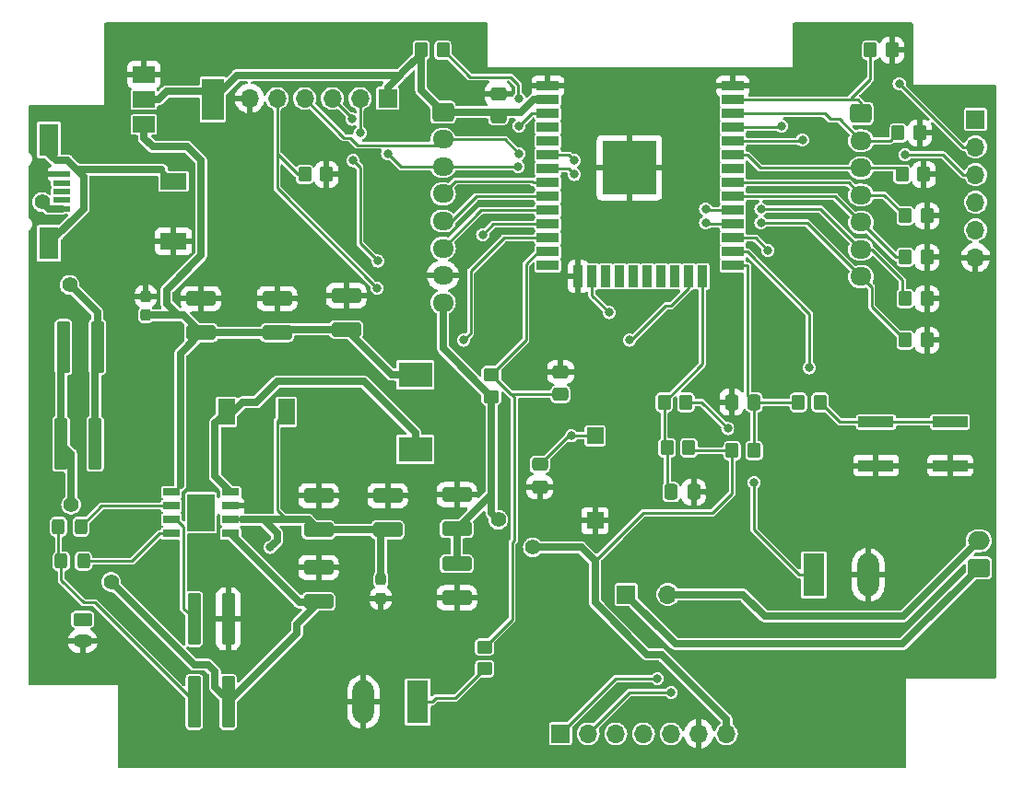
<source format=gtl>
G04 #@! TF.GenerationSoftware,KiCad,Pcbnew,(6.0.4)*
G04 #@! TF.CreationDate,2022-05-20T18:13:48-05:00*
G04 #@! TF.ProjectId,REEL,5245454c-2e6b-4696-9361-645f70636258,rev?*
G04 #@! TF.SameCoordinates,Original*
G04 #@! TF.FileFunction,Copper,L1,Top*
G04 #@! TF.FilePolarity,Positive*
%FSLAX46Y46*%
G04 Gerber Fmt 4.6, Leading zero omitted, Abs format (unit mm)*
G04 Created by KiCad (PCBNEW (6.0.4)) date 2022-05-20 18:13:48*
%MOMM*%
%LPD*%
G01*
G04 APERTURE LIST*
G04 Aperture macros list*
%AMRoundRect*
0 Rectangle with rounded corners*
0 $1 Rounding radius*
0 $2 $3 $4 $5 $6 $7 $8 $9 X,Y pos of 4 corners*
0 Add a 4 corners polygon primitive as box body*
4,1,4,$2,$3,$4,$5,$6,$7,$8,$9,$2,$3,0*
0 Add four circle primitives for the rounded corners*
1,1,$1+$1,$2,$3*
1,1,$1+$1,$4,$5*
1,1,$1+$1,$6,$7*
1,1,$1+$1,$8,$9*
0 Add four rect primitives between the rounded corners*
20,1,$1+$1,$2,$3,$4,$5,0*
20,1,$1+$1,$4,$5,$6,$7,0*
20,1,$1+$1,$6,$7,$8,$9,0*
20,1,$1+$1,$8,$9,$2,$3,0*%
G04 Aperture macros list end*
G04 #@! TA.AperFunction,SMDPad,CuDef*
%ADD10RoundRect,0.250000X-0.475000X0.337500X-0.475000X-0.337500X0.475000X-0.337500X0.475000X0.337500X0*%
G04 #@! TD*
G04 #@! TA.AperFunction,SMDPad,CuDef*
%ADD11RoundRect,0.237500X0.237500X-0.300000X0.237500X0.300000X-0.237500X0.300000X-0.237500X-0.300000X0*%
G04 #@! TD*
G04 #@! TA.AperFunction,SMDPad,CuDef*
%ADD12R,2.000000X1.500000*%
G04 #@! TD*
G04 #@! TA.AperFunction,SMDPad,CuDef*
%ADD13R,2.000000X3.800000*%
G04 #@! TD*
G04 #@! TA.AperFunction,SMDPad,CuDef*
%ADD14RoundRect,0.250000X-0.350000X-0.450000X0.350000X-0.450000X0.350000X0.450000X-0.350000X0.450000X0*%
G04 #@! TD*
G04 #@! TA.AperFunction,ComponentPad*
%ADD15R,1.980000X3.960000*%
G04 #@! TD*
G04 #@! TA.AperFunction,ComponentPad*
%ADD16O,1.980000X3.960000*%
G04 #@! TD*
G04 #@! TA.AperFunction,ComponentPad*
%ADD17R,1.700000X1.700000*%
G04 #@! TD*
G04 #@! TA.AperFunction,ComponentPad*
%ADD18O,1.700000X1.700000*%
G04 #@! TD*
G04 #@! TA.AperFunction,SMDPad,CuDef*
%ADD19RoundRect,0.250000X0.350000X0.450000X-0.350000X0.450000X-0.350000X-0.450000X0.350000X-0.450000X0*%
G04 #@! TD*
G04 #@! TA.AperFunction,SMDPad,CuDef*
%ADD20RoundRect,0.250000X0.337500X0.475000X-0.337500X0.475000X-0.337500X-0.475000X0.337500X-0.475000X0*%
G04 #@! TD*
G04 #@! TA.AperFunction,SMDPad,CuDef*
%ADD21RoundRect,0.250000X0.325000X0.450000X-0.325000X0.450000X-0.325000X-0.450000X0.325000X-0.450000X0*%
G04 #@! TD*
G04 #@! TA.AperFunction,SMDPad,CuDef*
%ADD22RoundRect,0.250000X0.362500X2.125000X-0.362500X2.125000X-0.362500X-2.125000X0.362500X-2.125000X0*%
G04 #@! TD*
G04 #@! TA.AperFunction,SMDPad,CuDef*
%ADD23RoundRect,0.237500X-0.237500X0.300000X-0.237500X-0.300000X0.237500X-0.300000X0.237500X0.300000X0*%
G04 #@! TD*
G04 #@! TA.AperFunction,SMDPad,CuDef*
%ADD24RoundRect,0.250000X-1.100000X0.412500X-1.100000X-0.412500X1.100000X-0.412500X1.100000X0.412500X0*%
G04 #@! TD*
G04 #@! TA.AperFunction,SMDPad,CuDef*
%ADD25RoundRect,0.250000X1.100000X-0.412500X1.100000X0.412500X-1.100000X0.412500X-1.100000X-0.412500X0*%
G04 #@! TD*
G04 #@! TA.AperFunction,ComponentPad*
%ADD26RoundRect,0.250000X-0.725000X0.600000X-0.725000X-0.600000X0.725000X-0.600000X0.725000X0.600000X0*%
G04 #@! TD*
G04 #@! TA.AperFunction,ComponentPad*
%ADD27O,1.950000X1.700000*%
G04 #@! TD*
G04 #@! TA.AperFunction,SMDPad,CuDef*
%ADD28RoundRect,0.250000X-0.450000X0.350000X-0.450000X-0.350000X0.450000X-0.350000X0.450000X0.350000X0*%
G04 #@! TD*
G04 #@! TA.AperFunction,SMDPad,CuDef*
%ADD29R,3.200000X1.000000*%
G04 #@! TD*
G04 #@! TA.AperFunction,SMDPad,CuDef*
%ADD30R,2.000000X0.900000*%
G04 #@! TD*
G04 #@! TA.AperFunction,SMDPad,CuDef*
%ADD31R,0.900000X2.000000*%
G04 #@! TD*
G04 #@! TA.AperFunction,SMDPad,CuDef*
%ADD32R,5.000000X5.000000*%
G04 #@! TD*
G04 #@! TA.AperFunction,SMDPad,CuDef*
%ADD33R,1.500000X2.400000*%
G04 #@! TD*
G04 #@! TA.AperFunction,SMDPad,CuDef*
%ADD34R,1.525000X0.700000*%
G04 #@! TD*
G04 #@! TA.AperFunction,SMDPad,CuDef*
%ADD35R,2.513000X3.402000*%
G04 #@! TD*
G04 #@! TA.AperFunction,ComponentPad*
%ADD36RoundRect,0.250000X0.750000X-0.600000X0.750000X0.600000X-0.750000X0.600000X-0.750000X-0.600000X0*%
G04 #@! TD*
G04 #@! TA.AperFunction,ComponentPad*
%ADD37O,2.000000X1.700000*%
G04 #@! TD*
G04 #@! TA.AperFunction,SMDPad,CuDef*
%ADD38R,1.500000X0.500000*%
G04 #@! TD*
G04 #@! TA.AperFunction,SMDPad,CuDef*
%ADD39R,1.800000X3.000000*%
G04 #@! TD*
G04 #@! TA.AperFunction,SMDPad,CuDef*
%ADD40R,3.120000X2.290000*%
G04 #@! TD*
G04 #@! TA.AperFunction,SMDPad,CuDef*
%ADD41RoundRect,0.250000X-0.362500X-2.125000X0.362500X-2.125000X0.362500X2.125000X-0.362500X2.125000X0*%
G04 #@! TD*
G04 #@! TA.AperFunction,ComponentPad*
%ADD42RoundRect,0.250000X-0.625000X0.350000X-0.625000X-0.350000X0.625000X-0.350000X0.625000X0.350000X0*%
G04 #@! TD*
G04 #@! TA.AperFunction,ComponentPad*
%ADD43O,1.750000X1.200000*%
G04 #@! TD*
G04 #@! TA.AperFunction,SMDPad,CuDef*
%ADD44R,2.400000X1.500000*%
G04 #@! TD*
G04 #@! TA.AperFunction,SMDPad,CuDef*
%ADD45R,1.500000X1.500000*%
G04 #@! TD*
G04 #@! TA.AperFunction,ViaPad*
%ADD46C,0.800000*%
G04 #@! TD*
G04 #@! TA.AperFunction,ViaPad*
%ADD47C,1.400000*%
G04 #@! TD*
G04 #@! TA.AperFunction,Conductor*
%ADD48C,0.250000*%
G04 #@! TD*
G04 #@! TA.AperFunction,Conductor*
%ADD49C,0.700000*%
G04 #@! TD*
G04 APERTURE END LIST*
D10*
X86360000Y-90535000D03*
X86360000Y-92610000D03*
D11*
X48260000Y-85317500D03*
X48260000Y-83592500D03*
D12*
X48107600Y-63195200D03*
X48107600Y-65495200D03*
D13*
X54407600Y-65495200D03*
D12*
X48107600Y-67795200D03*
D14*
X73565000Y-60960000D03*
X75565000Y-60960000D03*
X96155000Y-97520000D03*
X98155000Y-97520000D03*
D15*
X109630000Y-109220000D03*
D16*
X114630000Y-109220000D03*
D17*
X86360000Y-123825000D03*
D18*
X88900000Y-123825000D03*
X91440000Y-123825000D03*
X93980000Y-123825000D03*
X96520000Y-123825000D03*
X99060000Y-123825000D03*
X101600000Y-123825000D03*
D14*
X102140000Y-97790000D03*
X104140000Y-97790000D03*
D19*
X110220000Y-93345000D03*
X108220000Y-93345000D03*
D17*
X70485000Y-65405000D03*
D18*
X67945000Y-65405000D03*
X65405000Y-65405000D03*
X62865000Y-65405000D03*
X60325000Y-65405000D03*
X57785000Y-65405000D03*
D17*
X92405200Y-111023400D03*
D18*
X96215200Y-111023400D03*
D10*
X84455000Y-99060000D03*
X84455000Y-101135000D03*
D20*
X104140000Y-93345000D03*
X102065000Y-93345000D03*
D21*
X42545000Y-107950000D03*
X40495000Y-107950000D03*
D19*
X64865000Y-72390000D03*
X62865000Y-72390000D03*
D22*
X43815000Y-88265000D03*
X40690000Y-88265000D03*
X55830000Y-120895000D03*
X52705000Y-120895000D03*
D23*
X69850000Y-109645000D03*
X69850000Y-111370000D03*
D21*
X42300000Y-104775000D03*
X40250000Y-104775000D03*
D15*
X73250000Y-120895000D03*
D16*
X68250000Y-120895000D03*
D24*
X76835000Y-108195000D03*
X76835000Y-111320000D03*
D25*
X70485000Y-105067500D03*
X70485000Y-101942500D03*
D10*
X80645000Y-65002500D03*
X80645000Y-67077500D03*
D26*
X75565000Y-66675000D03*
D27*
X75565000Y-69175000D03*
X75565000Y-71675000D03*
X75565000Y-74175000D03*
X75565000Y-76675000D03*
X75565000Y-79175000D03*
X75565000Y-81675000D03*
X75565000Y-84175000D03*
D25*
X64135000Y-105067500D03*
X64135000Y-101942500D03*
D28*
X80010000Y-90805000D03*
X80010000Y-92805000D03*
D26*
X113965000Y-66795000D03*
D27*
X113965000Y-69295000D03*
X113965000Y-71795000D03*
X113965000Y-74295000D03*
X113965000Y-76795000D03*
X113965000Y-79295000D03*
X113965000Y-81795000D03*
D22*
X43615000Y-97155000D03*
X40490000Y-97155000D03*
D19*
X120015000Y-87630000D03*
X118015000Y-87630000D03*
D28*
X79375000Y-115840000D03*
X79375000Y-117840000D03*
D29*
X122145000Y-95155000D03*
X115345000Y-95155000D03*
X115345000Y-99155000D03*
X122145000Y-99155000D03*
D19*
X120015000Y-76200000D03*
X118015000Y-76200000D03*
D30*
X85198800Y-64267000D03*
X85198800Y-65537000D03*
X85198800Y-66807000D03*
X85198800Y-68077000D03*
X85198800Y-69347000D03*
X85198800Y-70617000D03*
X85198800Y-71887000D03*
X85198800Y-73157000D03*
X85198800Y-74427000D03*
X85198800Y-75697000D03*
X85198800Y-76967000D03*
X85198800Y-78237000D03*
X85198800Y-79507000D03*
X85198800Y-80777000D03*
D31*
X87983800Y-81777000D03*
X89253800Y-81777000D03*
X90523800Y-81777000D03*
X91793800Y-81777000D03*
X93063800Y-81777000D03*
X94333800Y-81777000D03*
X95603800Y-81777000D03*
X96873800Y-81777000D03*
X98143800Y-81777000D03*
X99413800Y-81777000D03*
D30*
X102198800Y-80777000D03*
X102198800Y-79507000D03*
X102198800Y-78237000D03*
X102198800Y-76967000D03*
X102198800Y-75697000D03*
X102198800Y-74427000D03*
X102198800Y-73157000D03*
X102198800Y-71887000D03*
X102198800Y-70617000D03*
X102198800Y-69347000D03*
X102198800Y-68077000D03*
X102198800Y-66807000D03*
X102198800Y-65537000D03*
X102198800Y-64267000D03*
D32*
X92698800Y-71767000D03*
D33*
X55670000Y-94225000D03*
X61170000Y-94225000D03*
D25*
X76835000Y-104970000D03*
X76835000Y-101845000D03*
D19*
X119745000Y-72390000D03*
X117745000Y-72390000D03*
D17*
X124485000Y-67335000D03*
D18*
X124485000Y-69875000D03*
X124485000Y-72415000D03*
X124485000Y-74955000D03*
X124485000Y-77495000D03*
X124485000Y-80035000D03*
D20*
X98595000Y-101600000D03*
X96520000Y-101600000D03*
D34*
X50628000Y-101600000D03*
X50628000Y-102870000D03*
X50628000Y-104140000D03*
X50628000Y-105410000D03*
X56052000Y-105410000D03*
X56052000Y-104140000D03*
X56052000Y-102870000D03*
X56052000Y-101600000D03*
D35*
X53340000Y-103505000D03*
D36*
X124795000Y-108565000D03*
D37*
X124795000Y-106065000D03*
D38*
X40520000Y-75565000D03*
X40520000Y-74765000D03*
X40520000Y-73965000D03*
X40520000Y-73165000D03*
X40520000Y-72365000D03*
D39*
X39370000Y-69215000D03*
X39370000Y-78715000D03*
D40*
X73025000Y-97655000D03*
X73025000Y-90795000D03*
D19*
X120015000Y-80010000D03*
X118015000Y-80010000D03*
X120015000Y-83820000D03*
X118015000Y-83820000D03*
D41*
X52705000Y-113275000D03*
X55830000Y-113275000D03*
D42*
X42460000Y-113300000D03*
D43*
X42460000Y-115300000D03*
D14*
X95885000Y-93345000D03*
X97885000Y-93345000D03*
D19*
X116840000Y-60960000D03*
X114840000Y-60960000D03*
D25*
X64135000Y-111662500D03*
X64135000Y-108537500D03*
D19*
X119380000Y-68580000D03*
X117380000Y-68580000D03*
D44*
X50800000Y-73025000D03*
X50800000Y-78525000D03*
D25*
X53340000Y-86945000D03*
X53340000Y-83820000D03*
D45*
X89535000Y-104230000D03*
X89535000Y-96430000D03*
D25*
X66675000Y-86652500D03*
X66675000Y-83527500D03*
X60325000Y-86945000D03*
X60325000Y-83820000D03*
D46*
X80645000Y-85725000D03*
X71755000Y-76835000D03*
X103505000Y-117475000D03*
X100965000Y-107950000D03*
X104775000Y-117475000D03*
X58420000Y-113030000D03*
X57785000Y-97790000D03*
X70485000Y-76835000D03*
X56515000Y-97790000D03*
X59690000Y-114300000D03*
X98425000Y-106680000D03*
X100965000Y-106680000D03*
X99695000Y-107950000D03*
X70485000Y-75565000D03*
X79375000Y-86995000D03*
X114300000Y-88900000D03*
X81915000Y-86995000D03*
X58420000Y-114300000D03*
X99695000Y-106680000D03*
X102870000Y-113030000D03*
X103505000Y-118745000D03*
X98425000Y-107950000D03*
X81915000Y-85725000D03*
X101600000Y-113030000D03*
X104775000Y-118745000D03*
X113030000Y-123190000D03*
X59690000Y-111760000D03*
X59055000Y-97790000D03*
X111760000Y-88900000D03*
X114300000Y-121920000D03*
X80645000Y-86995000D03*
X111760000Y-121920000D03*
X114300000Y-90170000D03*
X58420000Y-111760000D03*
X79375000Y-85725000D03*
X71755000Y-75565000D03*
X113030000Y-88900000D03*
X59690000Y-113030000D03*
X114300000Y-123190000D03*
X69215000Y-75565000D03*
X102235000Y-118745000D03*
X111760000Y-123190000D03*
X111760000Y-90170000D03*
X102235000Y-117475000D03*
X56515000Y-99060000D03*
X113030000Y-90170000D03*
X57785000Y-99060000D03*
X69215000Y-76835000D03*
X113030000Y-121920000D03*
X59055000Y-99060000D03*
D47*
X83820000Y-106680000D03*
X80645000Y-104140000D03*
D46*
X82550000Y-65405000D03*
X87357500Y-96430000D03*
X82550000Y-67945000D03*
X70485000Y-70485000D03*
X67220500Y-67310000D03*
X82470000Y-71675000D03*
X99695000Y-76835000D03*
X67945000Y-68580000D03*
X79210250Y-77940250D03*
X67310000Y-71120000D03*
X69572600Y-80353600D03*
X99695000Y-75565000D03*
X82550000Y-70485000D03*
X77470000Y-87630000D03*
X69519200Y-82854200D03*
X104775000Y-75565000D03*
X87630000Y-71120000D03*
X92710000Y-87630000D03*
X109220000Y-90170000D03*
X96520000Y-120015000D03*
X105410000Y-79375000D03*
X95250000Y-118745000D03*
X104140000Y-100695000D03*
X101725900Y-95759100D03*
X117475000Y-64045500D03*
X106680000Y-67945000D03*
X108585000Y-69215000D03*
X118015200Y-70579800D03*
X87630000Y-72390000D03*
X104775000Y-76835000D03*
D47*
X38735000Y-74930000D03*
X41275000Y-82550000D03*
D46*
X59690000Y-106680000D03*
D47*
X41398600Y-102746400D03*
X45085000Y-109855000D03*
D46*
X90826700Y-85090000D03*
D48*
X67945000Y-78726000D02*
X69572600Y-80353600D01*
X67310000Y-71120000D02*
X67945000Y-71755000D01*
X67945000Y-71755000D02*
X67945000Y-78726000D01*
D49*
X54610000Y-118110000D02*
X54610000Y-119500007D01*
X54610000Y-119500007D02*
X55830000Y-120720007D01*
X53975000Y-117475000D02*
X54610000Y-118110000D01*
X52705000Y-117475000D02*
X53975000Y-117475000D01*
X45085000Y-109855000D02*
X52705000Y-117475000D01*
X60325000Y-105410000D02*
X59055000Y-104140000D01*
X60325000Y-106045000D02*
X60325000Y-105410000D01*
X59690000Y-106680000D02*
X60325000Y-106045000D01*
D48*
X104140000Y-105045300D02*
X108314700Y-109220000D01*
X104140000Y-100695000D02*
X104140000Y-105045300D01*
X108314700Y-109220000D02*
X109630000Y-109220000D01*
X96520000Y-84455000D02*
X98143800Y-82831200D01*
X98143800Y-82831200D02*
X98143800Y-81777000D01*
X96038700Y-84455000D02*
X96520000Y-84455000D01*
X92863700Y-87630000D02*
X96038700Y-84455000D01*
X92710000Y-87630000D02*
X92863700Y-87630000D01*
X96520000Y-120015000D02*
X92710000Y-120015000D01*
X92710000Y-120015000D02*
X88900000Y-123825000D01*
X40495000Y-109710000D02*
X40495000Y-107950000D01*
X42545000Y-111760000D02*
X40495000Y-109710000D01*
X43570000Y-111760000D02*
X42545000Y-111760000D01*
X52705000Y-120895000D02*
X43570000Y-111760000D01*
X87085000Y-96430000D02*
X84455000Y-99060000D01*
X87357500Y-96430000D02*
X87085000Y-96430000D01*
X50628000Y-101600000D02*
X50800000Y-101600000D01*
X50800000Y-101600000D02*
X51435000Y-100965000D01*
D49*
X53340000Y-71120000D02*
X53340000Y-79847400D01*
X53340000Y-86945000D02*
X51712500Y-85317500D01*
X66675000Y-86652500D02*
X60617500Y-86652500D01*
X70817500Y-90795000D02*
X66675000Y-86652500D01*
X60325000Y-86945000D02*
X53340000Y-86945000D01*
X51435000Y-88850000D02*
X53340000Y-86945000D01*
D48*
X60617500Y-86652500D02*
X60325000Y-86945000D01*
D49*
X52070000Y-69850000D02*
X53340000Y-71120000D01*
X51435000Y-100965000D02*
X51435000Y-88850000D01*
X48107600Y-67795200D02*
X48107600Y-69062600D01*
X50165000Y-84262900D02*
X51219600Y-85317500D01*
X53340000Y-79847400D02*
X50165000Y-83022400D01*
X48895000Y-69850000D02*
X52070000Y-69850000D01*
X51219600Y-85317500D02*
X48260000Y-85317500D01*
X73025000Y-90795000D02*
X70817500Y-90795000D01*
X50165000Y-83022400D02*
X50165000Y-84262900D01*
X48107600Y-69062600D02*
X48895000Y-69850000D01*
X51712500Y-85317500D02*
X51219600Y-85317500D01*
D48*
X81915000Y-92710000D02*
X82135480Y-92930480D01*
X85198800Y-79507000D02*
X84323000Y-79507000D01*
X82135480Y-92930480D02*
X82135480Y-106020094D01*
X81915000Y-113300000D02*
X79375000Y-115840000D01*
X86360000Y-92610000D02*
X81815000Y-92610000D01*
X82135480Y-106020094D02*
X81915000Y-106240574D01*
X83185000Y-80645000D02*
X83185000Y-87630000D01*
X81815000Y-92610000D02*
X80010000Y-90805000D01*
X81915000Y-106240574D02*
X81915000Y-113300000D01*
X84323000Y-79507000D02*
X83185000Y-80645000D01*
X83185000Y-87630000D02*
X80010000Y-90805000D01*
X95885000Y-97250000D02*
X95885000Y-93345000D01*
X96520000Y-101600000D02*
X96155000Y-101235000D01*
X99413800Y-89816200D02*
X99413800Y-81777000D01*
X95885000Y-93345000D02*
X99413800Y-89816200D01*
X96155000Y-97520000D02*
X95885000Y-97250000D01*
X96155000Y-101235000D02*
X96155000Y-97520000D01*
D49*
X80010000Y-103505000D02*
X80645000Y-104140000D01*
X75565000Y-88360000D02*
X75565000Y-84175000D01*
X89535000Y-107950000D02*
X88265000Y-106680000D01*
X88265000Y-106680000D02*
X83820000Y-106680000D01*
X75565000Y-66675000D02*
X79888100Y-66675000D01*
X54407600Y-64770200D02*
X50157900Y-64770200D01*
X73565000Y-64675000D02*
X75565000Y-66675000D01*
D48*
X93980000Y-103505000D02*
X89535000Y-107950000D01*
X100330000Y-103505000D02*
X93980000Y-103505000D01*
D49*
X48107600Y-65495200D02*
X49432900Y-65495200D01*
X70485000Y-64391800D02*
X71606900Y-63269900D01*
X73565000Y-60960000D02*
X73565000Y-64675000D01*
X50157900Y-64770200D02*
X49432900Y-65495200D01*
X89535000Y-111760000D02*
X94300489Y-116525489D01*
X82735500Y-66675000D02*
X83873500Y-65537000D01*
X101600000Y-122482188D02*
X101600000Y-123825000D01*
X76835000Y-104970000D02*
X80010000Y-101795000D01*
D48*
X54407600Y-65495200D02*
X54407600Y-64770200D01*
D49*
X73565000Y-61311800D02*
X71883400Y-62993400D01*
X56632900Y-63269900D02*
X54407600Y-65495200D01*
D48*
X79888100Y-66675000D02*
X80242500Y-66675000D01*
D49*
X71606900Y-63269900D02*
X56632900Y-63269900D01*
D48*
X98155000Y-97790000D02*
X102140000Y-97790000D01*
X102140000Y-101695000D02*
X100330000Y-103505000D01*
X80242500Y-66675000D02*
X80645000Y-67077500D01*
X98155000Y-97520000D02*
X98155000Y-97790000D01*
X102140000Y-97790000D02*
X102140000Y-101695000D01*
D49*
X95643301Y-116525489D02*
X101600000Y-122482188D01*
X79888100Y-66675000D02*
X82735500Y-66675000D01*
X80010000Y-101795000D02*
X80010000Y-92805000D01*
D48*
X71883400Y-62993400D02*
X71606900Y-63269900D01*
D49*
X85198800Y-65537000D02*
X83873500Y-65537000D01*
X89535000Y-107950000D02*
X89535000Y-111760000D01*
X70485000Y-65405000D02*
X70485000Y-64391800D01*
X80010000Y-101795000D02*
X80010000Y-103505000D01*
X94300489Y-116525489D02*
X95643301Y-116525489D01*
X80010000Y-92805000D02*
X75565000Y-88360000D01*
D48*
X73565000Y-60960000D02*
X73565000Y-61311800D01*
D49*
X76835000Y-108195000D02*
X76835000Y-104970000D01*
D48*
X50628000Y-105410000D02*
X49540200Y-105410000D01*
X49540200Y-105410000D02*
X47000200Y-107950000D01*
X47000200Y-107950000D02*
X42545000Y-107950000D01*
X40250000Y-104775000D02*
X40250000Y-107705000D01*
X40250000Y-107705000D02*
X40495000Y-107950000D01*
X50628000Y-102870000D02*
X44205000Y-102870000D01*
X44205000Y-102870000D02*
X42300000Y-104775000D01*
X122145000Y-95155000D02*
X115345000Y-95155000D01*
X112030000Y-95155000D02*
X110220000Y-93345000D01*
X115345000Y-95155000D02*
X112030000Y-95155000D01*
X82550000Y-67945000D02*
X83688000Y-66807000D01*
X82486500Y-64135000D02*
X82486500Y-65341500D01*
X83688000Y-66807000D02*
X85198800Y-66807000D01*
X89535000Y-96430000D02*
X87357500Y-96430000D01*
X81788000Y-63436500D02*
X82486500Y-64135000D01*
X78041500Y-63436500D02*
X81788000Y-63436500D01*
X75565000Y-60960000D02*
X78041500Y-63436500D01*
X82486500Y-65341500D02*
X82550000Y-65405000D01*
X108220000Y-93345000D02*
X104140000Y-93345000D01*
X103524100Y-80777000D02*
X103524100Y-92729100D01*
X104140000Y-97790000D02*
X104140000Y-93345000D01*
X102198800Y-80777000D02*
X103524100Y-80777000D01*
X103524100Y-92729100D02*
X104140000Y-93345000D01*
X75565000Y-71675000D02*
X71675000Y-71675000D01*
X75565000Y-71675000D02*
X82470000Y-71675000D01*
X99827000Y-76967000D02*
X99695000Y-76835000D01*
X67220500Y-67220500D02*
X65405000Y-65405000D01*
X67220500Y-67310000D02*
X67220500Y-67220500D01*
X71675000Y-71675000D02*
X70485000Y-70485000D01*
X102198800Y-76967000D02*
X99827000Y-76967000D01*
X80183500Y-76967000D02*
X85198800Y-76967000D01*
X67945000Y-65405000D02*
X67945000Y-68580000D01*
X79210250Y-77940250D02*
X80183500Y-76967000D01*
X102198800Y-75697000D02*
X99827000Y-75697000D01*
X75565000Y-69690600D02*
X67709900Y-69690600D01*
X99827000Y-75697000D02*
X99695000Y-75565000D01*
X75565000Y-69175000D02*
X81240000Y-69175000D01*
X66481000Y-69021000D02*
X67040300Y-69021000D01*
X62865000Y-65405000D02*
X66481000Y-69021000D01*
X67709900Y-69690600D02*
X67040300Y-69021000D01*
X75565000Y-69175000D02*
X75565000Y-69690600D01*
X81240000Y-69175000D02*
X82550000Y-70485000D01*
X85198800Y-73157000D02*
X83873500Y-73157000D01*
X83873500Y-73157000D02*
X83716200Y-72999700D01*
X83716200Y-72999700D02*
X76740300Y-72999700D01*
X76740300Y-72999700D02*
X75565000Y-74175000D01*
X85198800Y-74427000D02*
X78608000Y-74427000D01*
X76360000Y-76675000D02*
X75565000Y-76675000D01*
X78608000Y-74427000D02*
X76360000Y-76675000D01*
X85198800Y-75697000D02*
X79043000Y-75697000D01*
X79043000Y-75697000D02*
X75565000Y-79175000D01*
X60325000Y-73660000D02*
X69519200Y-82854200D01*
X81148000Y-78237000D02*
X85198800Y-78237000D01*
X77470000Y-87630000D02*
X78105000Y-86995000D01*
X78105000Y-81280000D02*
X81148000Y-78237000D01*
X60325000Y-70485000D02*
X62230000Y-72390000D01*
X60325000Y-65405000D02*
X60325000Y-70485000D01*
X78105000Y-86995000D02*
X78105000Y-81280000D01*
X62230000Y-72390000D02*
X62865000Y-72390000D01*
X60325000Y-70485000D02*
X60325000Y-73660000D01*
X113965000Y-65832000D02*
X113965000Y-66795000D01*
X113030000Y-65405000D02*
X113162000Y-65537000D01*
X114840000Y-60960000D02*
X114840000Y-63595000D01*
X102198800Y-65537000D02*
X113670000Y-65537000D01*
X114840000Y-63595000D02*
X113030000Y-65405000D01*
X113670000Y-65537000D02*
X113965000Y-65832000D01*
X102198800Y-66807000D02*
X110622000Y-66807000D01*
X110622000Y-66807000D02*
X111125000Y-67310000D01*
X113965000Y-69295000D02*
X116665000Y-69295000D01*
X111980000Y-67310000D02*
X113965000Y-69295000D01*
X111125000Y-67310000D02*
X111980000Y-67310000D01*
X116665000Y-69295000D02*
X117380000Y-68580000D01*
X113965000Y-71795000D02*
X117150000Y-71795000D01*
X113958000Y-71802000D02*
X113965000Y-71795000D01*
X102198800Y-70617000D02*
X103524100Y-70617000D01*
X104709100Y-71802000D02*
X113958000Y-71802000D01*
X103524100Y-70617000D02*
X104709100Y-71802000D01*
X117150000Y-71795000D02*
X117745000Y-72390000D01*
X112827000Y-73157000D02*
X113965000Y-74295000D01*
X116110000Y-74295000D02*
X118015000Y-76200000D01*
X113965000Y-74295000D02*
X116110000Y-74295000D01*
X102198800Y-73157000D02*
X112827000Y-73157000D01*
X117180000Y-80010000D02*
X118015000Y-80010000D01*
X102198800Y-74427000D02*
X111597000Y-74427000D01*
X111597000Y-74427000D02*
X117180000Y-80010000D01*
X117745000Y-83820000D02*
X117745000Y-82112000D01*
X85198800Y-70617000D02*
X87127000Y-70617000D01*
X113965000Y-79295000D02*
X110235000Y-75565000D01*
X87127000Y-70617000D02*
X87630000Y-71120000D01*
X114928000Y-79295000D02*
X113965000Y-79295000D01*
X117745000Y-82112000D02*
X114928000Y-79295000D01*
X110235000Y-75565000D02*
X104775000Y-75565000D01*
X103524100Y-79507000D02*
X109220000Y-85202900D01*
X109220000Y-85202900D02*
X109220000Y-90170000D01*
X102198800Y-79507000D02*
X103524100Y-79507000D01*
X91440000Y-118745000D02*
X86360000Y-123825000D01*
X105410000Y-79375000D02*
X104272000Y-78237000D01*
X104272000Y-78237000D02*
X102198800Y-78237000D01*
X95250000Y-118745000D02*
X91440000Y-118745000D01*
X51715800Y-104775000D02*
X51080800Y-104140000D01*
X51080800Y-104140000D02*
X50628000Y-104140000D01*
X51715800Y-112285800D02*
X51715800Y-104775000D01*
X52705000Y-113275000D02*
X51715800Y-112285800D01*
X74565300Y-120895000D02*
X73250000Y-120895000D01*
X74930300Y-120530000D02*
X74565300Y-120895000D01*
X76685000Y-120530000D02*
X74930300Y-120530000D01*
X79375000Y-117840000D02*
X76685000Y-120530000D01*
X99311800Y-93345000D02*
X97885000Y-93345000D01*
X101725900Y-95759100D02*
X99311800Y-93345000D01*
X106680000Y-67945000D02*
X106548000Y-68077000D01*
X106548000Y-68077000D02*
X102198800Y-68077000D01*
X117480200Y-64045500D02*
X123309700Y-69875000D01*
X123309700Y-69875000D02*
X124485000Y-69875000D01*
X117475000Y-64045500D02*
X117480200Y-64045500D01*
X121474500Y-70579800D02*
X118015200Y-70579800D01*
X123309700Y-72415000D02*
X121474500Y-70579800D01*
X108453000Y-69347000D02*
X102198800Y-69347000D01*
X124485000Y-72415000D02*
X123309700Y-72415000D01*
X108585000Y-69215000D02*
X108453000Y-69347000D01*
X114935000Y-84550000D02*
X114935000Y-82765000D01*
X118015000Y-87630000D02*
X114935000Y-84550000D01*
X109005000Y-76835000D02*
X104775000Y-76835000D01*
X85198800Y-71887000D02*
X87127000Y-71887000D01*
X87127000Y-71887000D02*
X87630000Y-72390000D01*
X114935000Y-82765000D02*
X109005000Y-76835000D01*
X43615000Y-88465000D02*
X43815000Y-88265000D01*
D49*
X41275000Y-82550000D02*
X43815000Y-85090000D01*
X38735000Y-74930000D02*
X39370000Y-75565000D01*
X43615000Y-97155000D02*
X43615000Y-88465000D01*
X39370000Y-75565000D02*
X40520000Y-75565000D01*
X43815000Y-85090000D02*
X43815000Y-88265000D01*
X41914000Y-71949700D02*
X41084300Y-71120000D01*
X40005000Y-71120000D02*
X39370000Y-70485000D01*
D48*
X39370000Y-70485000D02*
X39370000Y-69215000D01*
D49*
X42545000Y-72580700D02*
X41914000Y-71949700D01*
X42545000Y-75540000D02*
X42545000Y-72580700D01*
X39370000Y-78715000D02*
X42545000Y-75540000D01*
X49724700Y-71949700D02*
X41914000Y-71949700D01*
D48*
X50800000Y-73025000D02*
X49724700Y-71949700D01*
D49*
X41084300Y-71120000D02*
X40005000Y-71120000D01*
D48*
X60325000Y-103295000D02*
X60325000Y-95070000D01*
D49*
X63207500Y-104140000D02*
X64135000Y-105067500D01*
D48*
X60325000Y-95070000D02*
X61170000Y-94225000D01*
X61170000Y-104140000D02*
X60325000Y-103295000D01*
X69850000Y-105067500D02*
X70485000Y-105067500D01*
D49*
X59055000Y-104140000D02*
X61170000Y-104140000D01*
X57139800Y-104140000D02*
X59055000Y-104140000D01*
X64135000Y-105067500D02*
X69850000Y-105067500D01*
X69850000Y-105067500D02*
X69850000Y-109645000D01*
X61170000Y-104140000D02*
X63207500Y-104140000D01*
D48*
X56052000Y-104140000D02*
X57139800Y-104140000D01*
D49*
X41398600Y-98063600D02*
X40490000Y-97155000D01*
D48*
X55830000Y-120720007D02*
X55830000Y-120895000D01*
D49*
X64135000Y-111760000D02*
X62160200Y-113734800D01*
X62402000Y-111760000D02*
X64135000Y-111760000D01*
X56052000Y-105410000D02*
X62402000Y-111760000D01*
X62160200Y-114564800D02*
X55830000Y-120895000D01*
X40490000Y-97155000D02*
X40490000Y-88465000D01*
D48*
X40490000Y-88465000D02*
X40690000Y-88265000D01*
D49*
X41398600Y-102746400D02*
X41398600Y-98063600D01*
X62160200Y-113734800D02*
X62160200Y-114564800D01*
X68280300Y-91440000D02*
X60319300Y-91440000D01*
X54610000Y-100158000D02*
X56052000Y-101600000D01*
X55670000Y-94225000D02*
X54645000Y-95250000D01*
X57150000Y-93345000D02*
X56270000Y-94225000D01*
X73025000Y-96184700D02*
X68280300Y-91440000D01*
D48*
X56270000Y-94225000D02*
X55670000Y-94225000D01*
X54645000Y-95250000D02*
X54610000Y-95250000D01*
D49*
X60319300Y-91440000D02*
X58414300Y-93345000D01*
X73025000Y-97655000D02*
X73025000Y-96184700D01*
X54610000Y-95250000D02*
X54610000Y-100158000D01*
X58414300Y-93345000D02*
X57150000Y-93345000D01*
D48*
X90826700Y-85090000D02*
X89253800Y-83517100D01*
X89253800Y-83517100D02*
X89253800Y-81777000D01*
D49*
X124795000Y-108565000D02*
X117790000Y-115570000D01*
X96951800Y-115570000D02*
X92405200Y-111023400D01*
X117790000Y-115570000D02*
X96951800Y-115570000D01*
X105164614Y-113030000D02*
X103158014Y-111023400D01*
X117830000Y-113030000D02*
X105164614Y-113030000D01*
X124795000Y-106065000D02*
X117830000Y-113030000D01*
X103158014Y-111023400D02*
X96215200Y-111023400D01*
G04 #@! TA.AperFunction,Conductor*
G36*
X79640921Y-58440002D02*
G01*
X79687414Y-58493658D01*
X79698800Y-58546000D01*
X79698800Y-62552000D01*
X107698800Y-62552000D01*
X107698800Y-58546000D01*
X107718802Y-58477879D01*
X107772458Y-58431386D01*
X107824800Y-58420000D01*
X118619000Y-58420000D01*
X118687121Y-58440002D01*
X118733614Y-58493658D01*
X118745000Y-58546000D01*
X118745000Y-64135000D01*
X126239000Y-64135000D01*
X126307121Y-64155002D01*
X126353614Y-64208658D01*
X126365000Y-64261000D01*
X126365000Y-118619000D01*
X126344998Y-118687121D01*
X126291342Y-118733614D01*
X126239000Y-118745000D01*
X118110000Y-118745000D01*
X118110000Y-126874000D01*
X118089998Y-126942121D01*
X118036342Y-126988614D01*
X117984000Y-127000000D01*
X45846000Y-127000000D01*
X45777879Y-126979998D01*
X45731386Y-126926342D01*
X45720000Y-126874000D01*
X45720000Y-124694748D01*
X85309500Y-124694748D01*
X85310707Y-124700816D01*
X85314331Y-124719033D01*
X85321133Y-124753231D01*
X85365448Y-124819552D01*
X85431769Y-124863867D01*
X85443938Y-124866288D01*
X85443939Y-124866288D01*
X85484184Y-124874293D01*
X85490252Y-124875500D01*
X87229748Y-124875500D01*
X87235816Y-124874293D01*
X87276061Y-124866288D01*
X87276062Y-124866288D01*
X87288231Y-124863867D01*
X87354552Y-124819552D01*
X87398867Y-124753231D01*
X87405670Y-124719033D01*
X87409293Y-124700816D01*
X87410500Y-124694748D01*
X87410500Y-123810262D01*
X87844520Y-123810262D01*
X87861759Y-124015553D01*
X87863458Y-124021478D01*
X87909395Y-124181678D01*
X87918544Y-124213586D01*
X87921359Y-124219063D01*
X87921360Y-124219066D01*
X88008293Y-124388220D01*
X88012712Y-124396818D01*
X88140677Y-124558270D01*
X88145370Y-124562264D01*
X88145371Y-124562265D01*
X88219541Y-124625388D01*
X88297564Y-124691791D01*
X88302942Y-124694797D01*
X88302944Y-124694798D01*
X88385722Y-124741061D01*
X88477398Y-124792297D01*
X88561280Y-124819552D01*
X88667471Y-124854056D01*
X88667475Y-124854057D01*
X88673329Y-124855959D01*
X88877894Y-124880351D01*
X88884029Y-124879879D01*
X88884031Y-124879879D01*
X88940939Y-124875500D01*
X89083300Y-124864546D01*
X89089230Y-124862890D01*
X89089232Y-124862890D01*
X89275797Y-124810800D01*
X89275796Y-124810800D01*
X89281725Y-124809145D01*
X89287214Y-124806372D01*
X89287220Y-124806370D01*
X89419952Y-124739322D01*
X89465610Y-124716258D01*
X89481345Y-124703965D01*
X89623101Y-124593213D01*
X89627951Y-124589424D01*
X89634114Y-124582285D01*
X89758540Y-124438134D01*
X89758540Y-124438133D01*
X89762564Y-124433472D01*
X89783387Y-124396818D01*
X89801056Y-124365714D01*
X89864323Y-124254344D01*
X89929351Y-124058863D01*
X89955171Y-123854474D01*
X89955583Y-123825000D01*
X89954138Y-123810262D01*
X90384520Y-123810262D01*
X90401759Y-124015553D01*
X90403458Y-124021478D01*
X90449395Y-124181678D01*
X90458544Y-124213586D01*
X90461359Y-124219063D01*
X90461360Y-124219066D01*
X90548293Y-124388220D01*
X90552712Y-124396818D01*
X90680677Y-124558270D01*
X90685370Y-124562264D01*
X90685371Y-124562265D01*
X90759541Y-124625388D01*
X90837564Y-124691791D01*
X90842942Y-124694797D01*
X90842944Y-124694798D01*
X90925722Y-124741061D01*
X91017398Y-124792297D01*
X91101280Y-124819552D01*
X91207471Y-124854056D01*
X91207475Y-124854057D01*
X91213329Y-124855959D01*
X91417894Y-124880351D01*
X91424029Y-124879879D01*
X91424031Y-124879879D01*
X91480939Y-124875500D01*
X91623300Y-124864546D01*
X91629230Y-124862890D01*
X91629232Y-124862890D01*
X91815797Y-124810800D01*
X91815796Y-124810800D01*
X91821725Y-124809145D01*
X91827214Y-124806372D01*
X91827220Y-124806370D01*
X91959952Y-124739322D01*
X92005610Y-124716258D01*
X92021345Y-124703965D01*
X92163101Y-124593213D01*
X92167951Y-124589424D01*
X92174114Y-124582285D01*
X92298540Y-124438134D01*
X92298540Y-124438133D01*
X92302564Y-124433472D01*
X92323387Y-124396818D01*
X92341056Y-124365714D01*
X92404323Y-124254344D01*
X92469351Y-124058863D01*
X92495171Y-123854474D01*
X92495583Y-123825000D01*
X92494138Y-123810262D01*
X92924520Y-123810262D01*
X92941759Y-124015553D01*
X92943458Y-124021478D01*
X92989395Y-124181678D01*
X92998544Y-124213586D01*
X93001359Y-124219063D01*
X93001360Y-124219066D01*
X93088293Y-124388220D01*
X93092712Y-124396818D01*
X93220677Y-124558270D01*
X93225370Y-124562264D01*
X93225371Y-124562265D01*
X93299541Y-124625388D01*
X93377564Y-124691791D01*
X93382942Y-124694797D01*
X93382944Y-124694798D01*
X93465722Y-124741061D01*
X93557398Y-124792297D01*
X93641280Y-124819552D01*
X93747471Y-124854056D01*
X93747475Y-124854057D01*
X93753329Y-124855959D01*
X93957894Y-124880351D01*
X93964029Y-124879879D01*
X93964031Y-124879879D01*
X94020939Y-124875500D01*
X94163300Y-124864546D01*
X94169230Y-124862890D01*
X94169232Y-124862890D01*
X94355797Y-124810800D01*
X94355796Y-124810800D01*
X94361725Y-124809145D01*
X94367214Y-124806372D01*
X94367220Y-124806370D01*
X94499952Y-124739322D01*
X94545610Y-124716258D01*
X94561345Y-124703965D01*
X94703101Y-124593213D01*
X94707951Y-124589424D01*
X94714114Y-124582285D01*
X94838540Y-124438134D01*
X94838540Y-124438133D01*
X94842564Y-124433472D01*
X94863387Y-124396818D01*
X94881056Y-124365714D01*
X94944323Y-124254344D01*
X95009351Y-124058863D01*
X95035171Y-123854474D01*
X95035583Y-123825000D01*
X95034138Y-123810262D01*
X95464520Y-123810262D01*
X95481759Y-124015553D01*
X95483458Y-124021478D01*
X95529395Y-124181678D01*
X95538544Y-124213586D01*
X95541359Y-124219063D01*
X95541360Y-124219066D01*
X95628293Y-124388220D01*
X95632712Y-124396818D01*
X95760677Y-124558270D01*
X95765370Y-124562264D01*
X95765371Y-124562265D01*
X95839541Y-124625388D01*
X95917564Y-124691791D01*
X95922942Y-124694797D01*
X95922944Y-124694798D01*
X96005722Y-124741061D01*
X96097398Y-124792297D01*
X96181280Y-124819552D01*
X96287471Y-124854056D01*
X96287475Y-124854057D01*
X96293329Y-124855959D01*
X96497894Y-124880351D01*
X96504029Y-124879879D01*
X96504031Y-124879879D01*
X96560939Y-124875500D01*
X96703300Y-124864546D01*
X96709230Y-124862890D01*
X96709232Y-124862890D01*
X96895797Y-124810800D01*
X96895796Y-124810800D01*
X96901725Y-124809145D01*
X96907214Y-124806372D01*
X96907220Y-124806370D01*
X97039952Y-124739322D01*
X97085610Y-124716258D01*
X97101345Y-124703965D01*
X97243101Y-124593213D01*
X97247951Y-124589424D01*
X97254114Y-124582285D01*
X97378540Y-124438134D01*
X97378540Y-124438133D01*
X97382564Y-124433472D01*
X97403387Y-124396818D01*
X97421056Y-124365714D01*
X97484323Y-124254344D01*
X97493271Y-124227444D01*
X97508496Y-124181678D01*
X97548978Y-124123354D01*
X97614566Y-124096175D01*
X97684437Y-124108770D01*
X97736406Y-124157141D01*
X97750971Y-124193751D01*
X97758564Y-124227444D01*
X97761645Y-124237275D01*
X97841770Y-124434603D01*
X97846413Y-124443794D01*
X97957694Y-124625388D01*
X97963777Y-124633699D01*
X98103213Y-124794667D01*
X98110580Y-124801883D01*
X98274434Y-124937916D01*
X98282881Y-124943831D01*
X98466756Y-125051279D01*
X98476042Y-125055729D01*
X98675001Y-125131703D01*
X98684899Y-125134579D01*
X98788250Y-125155606D01*
X98802299Y-125154410D01*
X98806000Y-125144065D01*
X98806000Y-122508102D01*
X98802082Y-122494758D01*
X98787806Y-122492771D01*
X98749324Y-122498660D01*
X98739288Y-122501051D01*
X98536868Y-122567212D01*
X98527359Y-122571209D01*
X98338463Y-122669542D01*
X98329738Y-122675036D01*
X98159433Y-122802905D01*
X98151726Y-122809748D01*
X98004590Y-122963717D01*
X97998104Y-122971727D01*
X97878098Y-123147649D01*
X97873000Y-123156623D01*
X97783338Y-123349783D01*
X97779775Y-123359470D01*
X97751012Y-123463185D01*
X97713533Y-123523483D01*
X97649405Y-123553946D01*
X97578986Y-123544903D01*
X97524636Y-123499224D01*
X97508973Y-123465933D01*
X97495935Y-123422749D01*
X97399218Y-123240849D01*
X97311900Y-123133787D01*
X97272906Y-123085975D01*
X97272903Y-123085972D01*
X97269011Y-123081200D01*
X97260107Y-123073834D01*
X97115025Y-122953811D01*
X97115021Y-122953809D01*
X97110275Y-122949882D01*
X96929055Y-122851897D01*
X96732254Y-122790977D01*
X96726129Y-122790333D01*
X96726128Y-122790333D01*
X96533498Y-122770087D01*
X96533496Y-122770087D01*
X96527369Y-122769443D01*
X96440529Y-122777346D01*
X96328342Y-122787555D01*
X96328339Y-122787556D01*
X96322203Y-122788114D01*
X96124572Y-122846280D01*
X96119107Y-122849137D01*
X96036981Y-122892072D01*
X95942002Y-122941726D01*
X95937201Y-122945586D01*
X95937198Y-122945588D01*
X95787077Y-123066288D01*
X95781447Y-123070815D01*
X95649024Y-123228630D01*
X95646056Y-123234028D01*
X95646053Y-123234033D01*
X95582420Y-123349783D01*
X95549776Y-123409162D01*
X95487484Y-123605532D01*
X95486798Y-123611649D01*
X95486797Y-123611653D01*
X95467636Y-123782484D01*
X95464520Y-123810262D01*
X95034138Y-123810262D01*
X95015480Y-123619970D01*
X94955935Y-123422749D01*
X94859218Y-123240849D01*
X94771900Y-123133787D01*
X94732906Y-123085975D01*
X94732903Y-123085972D01*
X94729011Y-123081200D01*
X94720107Y-123073834D01*
X94575025Y-122953811D01*
X94575021Y-122953809D01*
X94570275Y-122949882D01*
X94389055Y-122851897D01*
X94192254Y-122790977D01*
X94186129Y-122790333D01*
X94186128Y-122790333D01*
X93993498Y-122770087D01*
X93993496Y-122770087D01*
X93987369Y-122769443D01*
X93900529Y-122777346D01*
X93788342Y-122787555D01*
X93788339Y-122787556D01*
X93782203Y-122788114D01*
X93584572Y-122846280D01*
X93579107Y-122849137D01*
X93496981Y-122892072D01*
X93402002Y-122941726D01*
X93397201Y-122945586D01*
X93397198Y-122945588D01*
X93247077Y-123066288D01*
X93241447Y-123070815D01*
X93109024Y-123228630D01*
X93106056Y-123234028D01*
X93106053Y-123234033D01*
X93042420Y-123349783D01*
X93009776Y-123409162D01*
X92947484Y-123605532D01*
X92946798Y-123611649D01*
X92946797Y-123611653D01*
X92927636Y-123782484D01*
X92924520Y-123810262D01*
X92494138Y-123810262D01*
X92475480Y-123619970D01*
X92415935Y-123422749D01*
X92319218Y-123240849D01*
X92231900Y-123133787D01*
X92192906Y-123085975D01*
X92192903Y-123085972D01*
X92189011Y-123081200D01*
X92180107Y-123073834D01*
X92035025Y-122953811D01*
X92035021Y-122953809D01*
X92030275Y-122949882D01*
X91849055Y-122851897D01*
X91652254Y-122790977D01*
X91646129Y-122790333D01*
X91646128Y-122790333D01*
X91453498Y-122770087D01*
X91453496Y-122770087D01*
X91447369Y-122769443D01*
X91360529Y-122777346D01*
X91248342Y-122787555D01*
X91248339Y-122787556D01*
X91242203Y-122788114D01*
X91044572Y-122846280D01*
X91039107Y-122849137D01*
X90956981Y-122892072D01*
X90862002Y-122941726D01*
X90857201Y-122945586D01*
X90857198Y-122945588D01*
X90707077Y-123066288D01*
X90701447Y-123070815D01*
X90569024Y-123228630D01*
X90566056Y-123234028D01*
X90566053Y-123234033D01*
X90502420Y-123349783D01*
X90469776Y-123409162D01*
X90407484Y-123605532D01*
X90406798Y-123611649D01*
X90406797Y-123611653D01*
X90387636Y-123782484D01*
X90384520Y-123810262D01*
X89954138Y-123810262D01*
X89935480Y-123619970D01*
X89875935Y-123422749D01*
X89874312Y-123419696D01*
X89866944Y-123350024D01*
X89901808Y-123283518D01*
X92807921Y-120377405D01*
X92870233Y-120343379D01*
X92897016Y-120340500D01*
X95950714Y-120340500D01*
X96018835Y-120360502D01*
X96050677Y-120389796D01*
X96085144Y-120434714D01*
X96091718Y-120443282D01*
X96098264Y-120448305D01*
X96127918Y-120471059D01*
X96217159Y-120539536D01*
X96363238Y-120600044D01*
X96520000Y-120620682D01*
X96528188Y-120619604D01*
X96668574Y-120601122D01*
X96676762Y-120600044D01*
X96822841Y-120539536D01*
X96912082Y-120471059D01*
X96941736Y-120448305D01*
X96948282Y-120443282D01*
X96954857Y-120434714D01*
X97027149Y-120340500D01*
X97044536Y-120317841D01*
X97105044Y-120171762D01*
X97125682Y-120015000D01*
X97105044Y-119858238D01*
X97044536Y-119712159D01*
X96948282Y-119586718D01*
X96822841Y-119490464D01*
X96676762Y-119429956D01*
X96520000Y-119409318D01*
X96363238Y-119429956D01*
X96217159Y-119490464D01*
X96091718Y-119586718D01*
X96086695Y-119593264D01*
X96050677Y-119640204D01*
X95993339Y-119682071D01*
X95950714Y-119689500D01*
X92729710Y-119689500D01*
X92718728Y-119689020D01*
X92692180Y-119686697D01*
X92692178Y-119686697D01*
X92681193Y-119685736D01*
X92644785Y-119695492D01*
X92634058Y-119697870D01*
X92630699Y-119698462D01*
X92596955Y-119704412D01*
X92587410Y-119709923D01*
X92584134Y-119711115D01*
X92580966Y-119712592D01*
X92570316Y-119715446D01*
X92561285Y-119721770D01*
X92539456Y-119737055D01*
X92530185Y-119742961D01*
X92521567Y-119747937D01*
X92497545Y-119761806D01*
X92490459Y-119770251D01*
X92473315Y-119790682D01*
X92465889Y-119798785D01*
X89441491Y-122823183D01*
X89379179Y-122857209D01*
X89309400Y-122850783D01*
X89309055Y-122851897D01*
X89303786Y-122850266D01*
X89112254Y-122790977D01*
X89106129Y-122790333D01*
X89106128Y-122790333D01*
X88913498Y-122770087D01*
X88913496Y-122770087D01*
X88907369Y-122769443D01*
X88820529Y-122777346D01*
X88708342Y-122787555D01*
X88708339Y-122787556D01*
X88702203Y-122788114D01*
X88504572Y-122846280D01*
X88499107Y-122849137D01*
X88416981Y-122892072D01*
X88322002Y-122941726D01*
X88317201Y-122945586D01*
X88317198Y-122945588D01*
X88167077Y-123066288D01*
X88161447Y-123070815D01*
X88029024Y-123228630D01*
X88026056Y-123234028D01*
X88026053Y-123234033D01*
X87962420Y-123349783D01*
X87929776Y-123409162D01*
X87867484Y-123605532D01*
X87866798Y-123611649D01*
X87866797Y-123611653D01*
X87847636Y-123782484D01*
X87844520Y-123810262D01*
X87410500Y-123810262D01*
X87410500Y-123287016D01*
X87430502Y-123218895D01*
X87447405Y-123197921D01*
X91537921Y-119107405D01*
X91600233Y-119073379D01*
X91627016Y-119070500D01*
X94680714Y-119070500D01*
X94748835Y-119090502D01*
X94780677Y-119119796D01*
X94821718Y-119173282D01*
X94947159Y-119269536D01*
X95093238Y-119330044D01*
X95250000Y-119350682D01*
X95258188Y-119349604D01*
X95398574Y-119331122D01*
X95406762Y-119330044D01*
X95552841Y-119269536D01*
X95678282Y-119173282D01*
X95774536Y-119047841D01*
X95835044Y-118901762D01*
X95855682Y-118745000D01*
X95835044Y-118588238D01*
X95774536Y-118442159D01*
X95678282Y-118316718D01*
X95552841Y-118220464D01*
X95406762Y-118159956D01*
X95250000Y-118139318D01*
X95093238Y-118159956D01*
X94947159Y-118220464D01*
X94821718Y-118316718D01*
X94816695Y-118323264D01*
X94780677Y-118370204D01*
X94723339Y-118412071D01*
X94680714Y-118419500D01*
X91459710Y-118419500D01*
X91448728Y-118419020D01*
X91422180Y-118416697D01*
X91422178Y-118416697D01*
X91411193Y-118415736D01*
X91374785Y-118425492D01*
X91364058Y-118427870D01*
X91360699Y-118428462D01*
X91326955Y-118434412D01*
X91317410Y-118439923D01*
X91314134Y-118441115D01*
X91310966Y-118442592D01*
X91300316Y-118445446D01*
X91291285Y-118451770D01*
X91269456Y-118467055D01*
X91260185Y-118472961D01*
X91237094Y-118486293D01*
X91227545Y-118491806D01*
X91220459Y-118500251D01*
X91203315Y-118520682D01*
X91195889Y-118528785D01*
X86987079Y-122737595D01*
X86924767Y-122771621D01*
X86897984Y-122774500D01*
X85490252Y-122774500D01*
X85484184Y-122775707D01*
X85443939Y-122783712D01*
X85443938Y-122783712D01*
X85431769Y-122786133D01*
X85365448Y-122830448D01*
X85321133Y-122896769D01*
X85309500Y-122955252D01*
X85309500Y-124694748D01*
X45720000Y-124694748D01*
X45720000Y-119380000D01*
X37591000Y-119380000D01*
X37522879Y-119359998D01*
X37476386Y-119306342D01*
X37465000Y-119254000D01*
X37465000Y-115567399D01*
X41109712Y-115567399D01*
X41131194Y-115656537D01*
X41135083Y-115667832D01*
X41217629Y-115849382D01*
X41223576Y-115859724D01*
X41338968Y-116022397D01*
X41346761Y-116031425D01*
X41490831Y-116169342D01*
X41500196Y-116176738D01*
X41667741Y-116284921D01*
X41678345Y-116290417D01*
X41863312Y-116364961D01*
X41874770Y-116368355D01*
X42071928Y-116406857D01*
X42080791Y-116407934D01*
X42083500Y-116408000D01*
X42187885Y-116408000D01*
X42203124Y-116403525D01*
X42204329Y-116402135D01*
X42206000Y-116394452D01*
X42206000Y-116389885D01*
X42714000Y-116389885D01*
X42718475Y-116405124D01*
X42719865Y-116406329D01*
X42727548Y-116408000D01*
X42784832Y-116408000D01*
X42790808Y-116407715D01*
X42939494Y-116393529D01*
X42951228Y-116391270D01*
X43142599Y-116335128D01*
X43153675Y-116330698D01*
X43330978Y-116239381D01*
X43341024Y-116232931D01*
X43497857Y-116109738D01*
X43506506Y-116101501D01*
X43637212Y-115950877D01*
X43644147Y-115941153D01*
X43744010Y-115768533D01*
X43748984Y-115757669D01*
X43814407Y-115569273D01*
X43814648Y-115568284D01*
X43813180Y-115557992D01*
X43799615Y-115554000D01*
X42732115Y-115554000D01*
X42716876Y-115558475D01*
X42715671Y-115559865D01*
X42714000Y-115567548D01*
X42714000Y-116389885D01*
X42206000Y-116389885D01*
X42206000Y-115572115D01*
X42201525Y-115556876D01*
X42200135Y-115555671D01*
X42192452Y-115554000D01*
X41124598Y-115554000D01*
X41111067Y-115557973D01*
X41109712Y-115567399D01*
X37465000Y-115567399D01*
X37465000Y-115031716D01*
X41105352Y-115031716D01*
X41106820Y-115042008D01*
X41120385Y-115046000D01*
X43795402Y-115046000D01*
X43808933Y-115042027D01*
X43810288Y-115032601D01*
X43788806Y-114943463D01*
X43784917Y-114932168D01*
X43702371Y-114750618D01*
X43696424Y-114740276D01*
X43581032Y-114577603D01*
X43573239Y-114568575D01*
X43429169Y-114430658D01*
X43419804Y-114423262D01*
X43252259Y-114315079D01*
X43241659Y-114309585D01*
X43237372Y-114307857D01*
X43181667Y-114263840D01*
X43158603Y-114196694D01*
X43175502Y-114127738D01*
X43226999Y-114078864D01*
X43242722Y-114072111D01*
X43298184Y-114052634D01*
X43305754Y-114047042D01*
X43305757Y-114047041D01*
X43399579Y-113977742D01*
X43407150Y-113972150D01*
X43419665Y-113955206D01*
X43482041Y-113870757D01*
X43482042Y-113870754D01*
X43487634Y-113863184D01*
X43532519Y-113735369D01*
X43535500Y-113703834D01*
X43535500Y-112896166D01*
X43532519Y-112864631D01*
X43487634Y-112736816D01*
X43482042Y-112729246D01*
X43482041Y-112729243D01*
X43412742Y-112635421D01*
X43407150Y-112627850D01*
X43390206Y-112615335D01*
X43305757Y-112552959D01*
X43305754Y-112552958D01*
X43298184Y-112547366D01*
X43170369Y-112502481D01*
X43162723Y-112501758D01*
X43162722Y-112501758D01*
X43156752Y-112501194D01*
X43138834Y-112499500D01*
X41781166Y-112499500D01*
X41763248Y-112501194D01*
X41757278Y-112501758D01*
X41757277Y-112501758D01*
X41749631Y-112502481D01*
X41621816Y-112547366D01*
X41614246Y-112552958D01*
X41614243Y-112552959D01*
X41529794Y-112615335D01*
X41512850Y-112627850D01*
X41507258Y-112635421D01*
X41437959Y-112729243D01*
X41437958Y-112729246D01*
X41432366Y-112736816D01*
X41387481Y-112864631D01*
X41384500Y-112896166D01*
X41384500Y-113703834D01*
X41387481Y-113735369D01*
X41432366Y-113863184D01*
X41437958Y-113870754D01*
X41437959Y-113870757D01*
X41500335Y-113955206D01*
X41512850Y-113972150D01*
X41520421Y-113977742D01*
X41614243Y-114047041D01*
X41614246Y-114047042D01*
X41621816Y-114052634D01*
X41681831Y-114073709D01*
X41739475Y-114115152D01*
X41765564Y-114181181D01*
X41751813Y-114250834D01*
X41697774Y-114304608D01*
X41589023Y-114360619D01*
X41578976Y-114367069D01*
X41422143Y-114490262D01*
X41413494Y-114498499D01*
X41282788Y-114649123D01*
X41275853Y-114658847D01*
X41175990Y-114831467D01*
X41171016Y-114842331D01*
X41105593Y-115030727D01*
X41105352Y-115031716D01*
X37465000Y-115031716D01*
X37465000Y-105278834D01*
X39474500Y-105278834D01*
X39477481Y-105310369D01*
X39522366Y-105438184D01*
X39527958Y-105445754D01*
X39527959Y-105445757D01*
X39558887Y-105487629D01*
X39602850Y-105547150D01*
X39610421Y-105552742D01*
X39704243Y-105622041D01*
X39704246Y-105622042D01*
X39711816Y-105627634D01*
X39777004Y-105650526D01*
X39839631Y-105672519D01*
X39838540Y-105675627D01*
X39887703Y-105702549D01*
X39921653Y-105764902D01*
X39924500Y-105791537D01*
X39924500Y-107057657D01*
X39904498Y-107125778D01*
X39873359Y-107159008D01*
X39855424Y-107172255D01*
X39855421Y-107172258D01*
X39847850Y-107177850D01*
X39842258Y-107185421D01*
X39772959Y-107279243D01*
X39772958Y-107279246D01*
X39767366Y-107286816D01*
X39722481Y-107414631D01*
X39719500Y-107446166D01*
X39719500Y-108453834D01*
X39722481Y-108485369D01*
X39767366Y-108613184D01*
X39772958Y-108620754D01*
X39772959Y-108620757D01*
X39831575Y-108700116D01*
X39847850Y-108722150D01*
X39855421Y-108727742D01*
X39949243Y-108797041D01*
X39949246Y-108797042D01*
X39956816Y-108802634D01*
X40077384Y-108844974D01*
X40084631Y-108847519D01*
X40083540Y-108850627D01*
X40132703Y-108877549D01*
X40166653Y-108939902D01*
X40169500Y-108966537D01*
X40169500Y-109690290D01*
X40169020Y-109701272D01*
X40168945Y-109702135D01*
X40165736Y-109738807D01*
X40168590Y-109749456D01*
X40175491Y-109775210D01*
X40177870Y-109785942D01*
X40184412Y-109823045D01*
X40189923Y-109832590D01*
X40191115Y-109835866D01*
X40192592Y-109839034D01*
X40195446Y-109849684D01*
X40203767Y-109861567D01*
X40217055Y-109880544D01*
X40222961Y-109889815D01*
X40234671Y-109910097D01*
X40241806Y-109922455D01*
X40250251Y-109929541D01*
X40270682Y-109946685D01*
X40278785Y-109954111D01*
X42300889Y-111976215D01*
X42308316Y-111984319D01*
X42332545Y-112013194D01*
X42342094Y-112018707D01*
X42365185Y-112032039D01*
X42374456Y-112037945D01*
X42405316Y-112059554D01*
X42415966Y-112062408D01*
X42419134Y-112063885D01*
X42422410Y-112065077D01*
X42431955Y-112070588D01*
X42465699Y-112076538D01*
X42469058Y-112077130D01*
X42479785Y-112079508D01*
X42516193Y-112089264D01*
X42527169Y-112088304D01*
X42527172Y-112088304D01*
X42553743Y-112085979D01*
X42564724Y-112085500D01*
X43382984Y-112085500D01*
X43451105Y-112105502D01*
X43472079Y-112122405D01*
X51855095Y-120505421D01*
X51889121Y-120567733D01*
X51892000Y-120594516D01*
X51892000Y-123073834D01*
X51894981Y-123105369D01*
X51939866Y-123233184D01*
X51945458Y-123240754D01*
X51945459Y-123240757D01*
X51977043Y-123283518D01*
X52020350Y-123342150D01*
X52037294Y-123354665D01*
X52121743Y-123417041D01*
X52121746Y-123417042D01*
X52129316Y-123422634D01*
X52257131Y-123467519D01*
X52264777Y-123468242D01*
X52264778Y-123468242D01*
X52270748Y-123468806D01*
X52288666Y-123470500D01*
X53121334Y-123470500D01*
X53139252Y-123468806D01*
X53145222Y-123468242D01*
X53145223Y-123468242D01*
X53152869Y-123467519D01*
X53280684Y-123422634D01*
X53288254Y-123417042D01*
X53288257Y-123417041D01*
X53372706Y-123354665D01*
X53389650Y-123342150D01*
X53432957Y-123283518D01*
X53464541Y-123240757D01*
X53464542Y-123240754D01*
X53470134Y-123233184D01*
X53515019Y-123105369D01*
X53518000Y-123073834D01*
X53518000Y-118716166D01*
X53515019Y-118684631D01*
X53470134Y-118556816D01*
X53464542Y-118549246D01*
X53464541Y-118549243D01*
X53395242Y-118455421D01*
X53389650Y-118447850D01*
X53362599Y-118427870D01*
X53288257Y-118372959D01*
X53288254Y-118372958D01*
X53280684Y-118367366D01*
X53152869Y-118322481D01*
X53145223Y-118321758D01*
X53145222Y-118321758D01*
X53139252Y-118321194D01*
X53121334Y-118319500D01*
X52288666Y-118319500D01*
X52270748Y-118321194D01*
X52264778Y-118321758D01*
X52264777Y-118321758D01*
X52257131Y-118322481D01*
X52129316Y-118367366D01*
X52121746Y-118372958D01*
X52121743Y-118372959D01*
X52047401Y-118427870D01*
X52020350Y-118447850D01*
X52014758Y-118455421D01*
X51945459Y-118549243D01*
X51945458Y-118549246D01*
X51939866Y-118556816D01*
X51894981Y-118684631D01*
X51892000Y-118716166D01*
X51892000Y-119317484D01*
X51871998Y-119385605D01*
X51818342Y-119432098D01*
X51748068Y-119442202D01*
X51683488Y-119412708D01*
X51676905Y-119406579D01*
X43814111Y-111543785D01*
X43806684Y-111535681D01*
X43789541Y-111515251D01*
X43789542Y-111515251D01*
X43782455Y-111506806D01*
X43772906Y-111501293D01*
X43749815Y-111487961D01*
X43740544Y-111482055D01*
X43718715Y-111466770D01*
X43709684Y-111460446D01*
X43699034Y-111457592D01*
X43695866Y-111456115D01*
X43692590Y-111454923D01*
X43683045Y-111449412D01*
X43649301Y-111443462D01*
X43645942Y-111442870D01*
X43635215Y-111440492D01*
X43598807Y-111430736D01*
X43587822Y-111431697D01*
X43587820Y-111431697D01*
X43561272Y-111434020D01*
X43550290Y-111434500D01*
X42732016Y-111434500D01*
X42663895Y-111414498D01*
X42642921Y-111397595D01*
X40857405Y-109612079D01*
X40823379Y-109549767D01*
X40820500Y-109522984D01*
X40820500Y-108966537D01*
X40840502Y-108898416D01*
X40894158Y-108851923D01*
X40905578Y-108848114D01*
X40905369Y-108847519D01*
X40912616Y-108844974D01*
X41033184Y-108802634D01*
X41040754Y-108797042D01*
X41040757Y-108797041D01*
X41134579Y-108727742D01*
X41142150Y-108722150D01*
X41158425Y-108700116D01*
X41217041Y-108620757D01*
X41217042Y-108620754D01*
X41222634Y-108613184D01*
X41267519Y-108485369D01*
X41270500Y-108453834D01*
X41270500Y-107446166D01*
X41267519Y-107414631D01*
X41222634Y-107286816D01*
X41217042Y-107279246D01*
X41217041Y-107279243D01*
X41147742Y-107185421D01*
X41142150Y-107177850D01*
X41060870Y-107117815D01*
X41040757Y-107102959D01*
X41040754Y-107102958D01*
X41033184Y-107097366D01*
X40905369Y-107052481D01*
X40897723Y-107051758D01*
X40897722Y-107051758D01*
X40891109Y-107051133D01*
X40873834Y-107049500D01*
X40701500Y-107049500D01*
X40633379Y-107029498D01*
X40586886Y-106975842D01*
X40575500Y-106923500D01*
X40575500Y-105791537D01*
X40595502Y-105723416D01*
X40649158Y-105676923D01*
X40660578Y-105673114D01*
X40660369Y-105672519D01*
X40722996Y-105650526D01*
X40788184Y-105627634D01*
X40795754Y-105622042D01*
X40795757Y-105622041D01*
X40889579Y-105552742D01*
X40897150Y-105547150D01*
X40941113Y-105487629D01*
X40972041Y-105445757D01*
X40972042Y-105445754D01*
X40977634Y-105438184D01*
X41022519Y-105310369D01*
X41025500Y-105278834D01*
X41524500Y-105278834D01*
X41527481Y-105310369D01*
X41572366Y-105438184D01*
X41577958Y-105445754D01*
X41577959Y-105445757D01*
X41608887Y-105487629D01*
X41652850Y-105547150D01*
X41660421Y-105552742D01*
X41754243Y-105622041D01*
X41754246Y-105622042D01*
X41761816Y-105627634D01*
X41889631Y-105672519D01*
X41897277Y-105673242D01*
X41897278Y-105673242D01*
X41903248Y-105673806D01*
X41921166Y-105675500D01*
X42678834Y-105675500D01*
X42696752Y-105673806D01*
X42702722Y-105673242D01*
X42702723Y-105673242D01*
X42710369Y-105672519D01*
X42838184Y-105627634D01*
X42845754Y-105622042D01*
X42845757Y-105622041D01*
X42939579Y-105552742D01*
X42947150Y-105547150D01*
X42991113Y-105487629D01*
X43022041Y-105445757D01*
X43022042Y-105445754D01*
X43027634Y-105438184D01*
X43072519Y-105310369D01*
X43075500Y-105278834D01*
X43075500Y-104512016D01*
X43095502Y-104443895D01*
X43112405Y-104422921D01*
X44302921Y-103232405D01*
X44365233Y-103198379D01*
X44392016Y-103195500D01*
X49552793Y-103195500D01*
X49620914Y-103215502D01*
X49667407Y-103269158D01*
X49669198Y-103274705D01*
X49669463Y-103274595D01*
X49674212Y-103286061D01*
X49676633Y-103298231D01*
X49720948Y-103364552D01*
X49731261Y-103371443D01*
X49731263Y-103371445D01*
X49774350Y-103400235D01*
X49819878Y-103454712D01*
X49828726Y-103525155D01*
X49798084Y-103589199D01*
X49774350Y-103609765D01*
X49731263Y-103638555D01*
X49731261Y-103638557D01*
X49720948Y-103645448D01*
X49676633Y-103711769D01*
X49674212Y-103723938D01*
X49674212Y-103723939D01*
X49667527Y-103757548D01*
X49665000Y-103770252D01*
X49665000Y-104509748D01*
X49676633Y-104568231D01*
X49720948Y-104634552D01*
X49731261Y-104641443D01*
X49731263Y-104641445D01*
X49774350Y-104670235D01*
X49819878Y-104724712D01*
X49828726Y-104795155D01*
X49798084Y-104859199D01*
X49774350Y-104879765D01*
X49731263Y-104908555D01*
X49731261Y-104908557D01*
X49720948Y-104915448D01*
X49676633Y-104981769D01*
X49674212Y-104993939D01*
X49669463Y-105005405D01*
X49665375Y-105003712D01*
X49643639Y-105045326D01*
X49581965Y-105080494D01*
X49541933Y-105083409D01*
X49522380Y-105081698D01*
X49522378Y-105081698D01*
X49511393Y-105080737D01*
X49500743Y-105083591D01*
X49500741Y-105083591D01*
X49475004Y-105090488D01*
X49464269Y-105092868D01*
X49464014Y-105092913D01*
X49427155Y-105099412D01*
X49417607Y-105104924D01*
X49414330Y-105106117D01*
X49411162Y-105107594D01*
X49400516Y-105110447D01*
X49391487Y-105116769D01*
X49369653Y-105132057D01*
X49360385Y-105137961D01*
X49327745Y-105156806D01*
X49320657Y-105165253D01*
X49303526Y-105185669D01*
X49296100Y-105193773D01*
X48084859Y-106405015D01*
X46902279Y-107587595D01*
X46839967Y-107621620D01*
X46813184Y-107624500D01*
X43446500Y-107624500D01*
X43378379Y-107604498D01*
X43331886Y-107550842D01*
X43320500Y-107498500D01*
X43320500Y-107446166D01*
X43317519Y-107414631D01*
X43272634Y-107286816D01*
X43267042Y-107279246D01*
X43267041Y-107279243D01*
X43197742Y-107185421D01*
X43192150Y-107177850D01*
X43110870Y-107117815D01*
X43090757Y-107102959D01*
X43090754Y-107102958D01*
X43083184Y-107097366D01*
X42955369Y-107052481D01*
X42947723Y-107051758D01*
X42947722Y-107051758D01*
X42941109Y-107051133D01*
X42923834Y-107049500D01*
X42166166Y-107049500D01*
X42148891Y-107051133D01*
X42142278Y-107051758D01*
X42142277Y-107051758D01*
X42134631Y-107052481D01*
X42006816Y-107097366D01*
X41999246Y-107102958D01*
X41999243Y-107102959D01*
X41979130Y-107117815D01*
X41897850Y-107177850D01*
X41892258Y-107185421D01*
X41822959Y-107279243D01*
X41822958Y-107279246D01*
X41817366Y-107286816D01*
X41772481Y-107414631D01*
X41769500Y-107446166D01*
X41769500Y-108453834D01*
X41772481Y-108485369D01*
X41817366Y-108613184D01*
X41822958Y-108620754D01*
X41822959Y-108620757D01*
X41881575Y-108700116D01*
X41897850Y-108722150D01*
X41905421Y-108727742D01*
X41999243Y-108797041D01*
X41999246Y-108797042D01*
X42006816Y-108802634D01*
X42134631Y-108847519D01*
X42142277Y-108848242D01*
X42142278Y-108848242D01*
X42148248Y-108848806D01*
X42166166Y-108850500D01*
X42923834Y-108850500D01*
X42941752Y-108848806D01*
X42947722Y-108848242D01*
X42947723Y-108848242D01*
X42955369Y-108847519D01*
X43083184Y-108802634D01*
X43090754Y-108797042D01*
X43090757Y-108797041D01*
X43184579Y-108727742D01*
X43192150Y-108722150D01*
X43208425Y-108700116D01*
X43267041Y-108620757D01*
X43267042Y-108620754D01*
X43272634Y-108613184D01*
X43317519Y-108485369D01*
X43320500Y-108453834D01*
X43320500Y-108401500D01*
X43340502Y-108333379D01*
X43394158Y-108286886D01*
X43446500Y-108275500D01*
X46980490Y-108275500D01*
X46991472Y-108275980D01*
X47018020Y-108278303D01*
X47018022Y-108278303D01*
X47029007Y-108279264D01*
X47065415Y-108269508D01*
X47076142Y-108267130D01*
X47079501Y-108266538D01*
X47113245Y-108260588D01*
X47122790Y-108255077D01*
X47126066Y-108253885D01*
X47129234Y-108252408D01*
X47139884Y-108249554D01*
X47170744Y-108227945D01*
X47180015Y-108222039D01*
X47203106Y-108208707D01*
X47212655Y-108203194D01*
X47236885Y-108174317D01*
X47244311Y-108166215D01*
X48449363Y-106961163D01*
X49526280Y-105884247D01*
X49588590Y-105850222D01*
X49659405Y-105855287D01*
X49701861Y-105888877D01*
X49705278Y-105885460D01*
X49714057Y-105894239D01*
X49720948Y-105904552D01*
X49787269Y-105948867D01*
X49799438Y-105951288D01*
X49799439Y-105951288D01*
X49838211Y-105959000D01*
X49845752Y-105960500D01*
X51264300Y-105960500D01*
X51332421Y-105980502D01*
X51378914Y-106034158D01*
X51390300Y-106086500D01*
X51390300Y-112266090D01*
X51389820Y-112277072D01*
X51387606Y-112302383D01*
X51386536Y-112314607D01*
X51395059Y-112346412D01*
X51396291Y-112351010D01*
X51398670Y-112361742D01*
X51405212Y-112398845D01*
X51410723Y-112408390D01*
X51411915Y-112411666D01*
X51413392Y-112414834D01*
X51416246Y-112425484D01*
X51422570Y-112434515D01*
X51437855Y-112456344D01*
X51443761Y-112465615D01*
X51450703Y-112477638D01*
X51462606Y-112498255D01*
X51491482Y-112522485D01*
X51499585Y-112529911D01*
X51855095Y-112885421D01*
X51889121Y-112947733D01*
X51892000Y-112974516D01*
X51892000Y-115453834D01*
X51894981Y-115485369D01*
X51897526Y-115492616D01*
X51928682Y-115581337D01*
X51932380Y-115652237D01*
X51897160Y-115713882D01*
X51834203Y-115746699D01*
X51763498Y-115740270D01*
X51720704Y-115712180D01*
X46020885Y-110012361D01*
X45986859Y-109950049D01*
X45984670Y-109910097D01*
X45989770Y-109861567D01*
X45989770Y-109861565D01*
X45990460Y-109855000D01*
X45988425Y-109835637D01*
X45971364Y-109673307D01*
X45971364Y-109673305D01*
X45970674Y-109666744D01*
X45912179Y-109486716D01*
X45908059Y-109479579D01*
X45820836Y-109328505D01*
X45817533Y-109322784D01*
X45793087Y-109295634D01*
X45695286Y-109187015D01*
X45695284Y-109187014D01*
X45690871Y-109182112D01*
X45595196Y-109112600D01*
X45543072Y-109074730D01*
X45543071Y-109074729D01*
X45537730Y-109070849D01*
X45364803Y-108993856D01*
X45266788Y-108973022D01*
X45186103Y-108955872D01*
X45186099Y-108955872D01*
X45179646Y-108954500D01*
X44990354Y-108954500D01*
X44983901Y-108955872D01*
X44983897Y-108955872D01*
X44903212Y-108973022D01*
X44805197Y-108993856D01*
X44632270Y-109070849D01*
X44626929Y-109074729D01*
X44626928Y-109074730D01*
X44574804Y-109112600D01*
X44479129Y-109182112D01*
X44474716Y-109187014D01*
X44474714Y-109187015D01*
X44376913Y-109295634D01*
X44352467Y-109322784D01*
X44349164Y-109328505D01*
X44261942Y-109479579D01*
X44257821Y-109486716D01*
X44199326Y-109666744D01*
X44198636Y-109673305D01*
X44198636Y-109673307D01*
X44181575Y-109835637D01*
X44179540Y-109855000D01*
X44180230Y-109861565D01*
X44198485Y-110035251D01*
X44199326Y-110043256D01*
X44257821Y-110223284D01*
X44261124Y-110229006D01*
X44261125Y-110229007D01*
X44304030Y-110303320D01*
X44352467Y-110387216D01*
X44356885Y-110392123D01*
X44356886Y-110392124D01*
X44472290Y-110520292D01*
X44479129Y-110527888D01*
X44484468Y-110531767D01*
X44565612Y-110590721D01*
X44632270Y-110639151D01*
X44805197Y-110716144D01*
X44887863Y-110733715D01*
X44983897Y-110754128D01*
X44983901Y-110754128D01*
X44990354Y-110755500D01*
X45154785Y-110755500D01*
X45222906Y-110775502D01*
X45243880Y-110792405D01*
X52305118Y-117853642D01*
X52308771Y-117857451D01*
X52350799Y-117903156D01*
X52358099Y-117907682D01*
X52358100Y-117907683D01*
X52387783Y-117926087D01*
X52397553Y-117932801D01*
X52432216Y-117959112D01*
X52446193Y-117964646D01*
X52466202Y-117974709D01*
X52471688Y-117978111D01*
X52471692Y-117978113D01*
X52478986Y-117982635D01*
X52487228Y-117985029D01*
X52487231Y-117985031D01*
X52520784Y-117994779D01*
X52531997Y-117998618D01*
X52572453Y-118014635D01*
X52580996Y-118015533D01*
X52580997Y-118015533D01*
X52587402Y-118016206D01*
X52609380Y-118020518D01*
X52623825Y-118024715D01*
X52630408Y-118025198D01*
X52630411Y-118025199D01*
X52632208Y-118025331D01*
X52632219Y-118025331D01*
X52634515Y-118025500D01*
X52669219Y-118025500D01*
X52682390Y-118026190D01*
X52722454Y-118030401D01*
X52730919Y-118028969D01*
X52730928Y-118028969D01*
X52741000Y-118027265D01*
X52762013Y-118025500D01*
X53694785Y-118025500D01*
X53762906Y-118045502D01*
X53783880Y-118062405D01*
X54022595Y-118301120D01*
X54056621Y-118363432D01*
X54059500Y-118390215D01*
X54059500Y-119485014D01*
X54059389Y-119490290D01*
X54056790Y-119552301D01*
X54058752Y-119560666D01*
X54066727Y-119594669D01*
X54068890Y-119606340D01*
X54074794Y-119649439D01*
X54078206Y-119657323D01*
X54078206Y-119657324D01*
X54080765Y-119663237D01*
X54087799Y-119684506D01*
X54091232Y-119699143D01*
X54095369Y-119706668D01*
X54095370Y-119706671D01*
X54112195Y-119737275D01*
X54117411Y-119747920D01*
X54134695Y-119787862D01*
X54144158Y-119799548D01*
X54156645Y-119818132D01*
X54163893Y-119831315D01*
X54170897Y-119839429D01*
X54195433Y-119863965D01*
X54204258Y-119873766D01*
X54224206Y-119898399D01*
X54229614Y-119905077D01*
X54236612Y-119910050D01*
X54236617Y-119910055D01*
X54244948Y-119915975D01*
X54261054Y-119929586D01*
X54980095Y-120648627D01*
X55014121Y-120710939D01*
X55017000Y-120737722D01*
X55017000Y-123073834D01*
X55019981Y-123105369D01*
X55064866Y-123233184D01*
X55070458Y-123240754D01*
X55070459Y-123240757D01*
X55102043Y-123283518D01*
X55145350Y-123342150D01*
X55162294Y-123354665D01*
X55246743Y-123417041D01*
X55246746Y-123417042D01*
X55254316Y-123422634D01*
X55382131Y-123467519D01*
X55389777Y-123468242D01*
X55389778Y-123468242D01*
X55395748Y-123468806D01*
X55413666Y-123470500D01*
X56246334Y-123470500D01*
X56264252Y-123468806D01*
X56270222Y-123468242D01*
X56270223Y-123468242D01*
X56277869Y-123467519D01*
X56405684Y-123422634D01*
X56413254Y-123417042D01*
X56413257Y-123417041D01*
X56497706Y-123354665D01*
X56514650Y-123342150D01*
X56557957Y-123283518D01*
X56589541Y-123240757D01*
X56589542Y-123240754D01*
X56595134Y-123233184D01*
X56640019Y-123105369D01*
X56643000Y-123073834D01*
X56643000Y-121944857D01*
X66752000Y-121944857D01*
X66752212Y-121950030D01*
X66766626Y-122125350D01*
X66768309Y-122135512D01*
X66825800Y-122364396D01*
X66829121Y-122374151D01*
X66923218Y-122590557D01*
X66928096Y-122599655D01*
X67056273Y-122797787D01*
X67062563Y-122805956D01*
X67221387Y-122980501D01*
X67228920Y-122987526D01*
X67414120Y-123133787D01*
X67422707Y-123139492D01*
X67629297Y-123253536D01*
X67638709Y-123257766D01*
X67861156Y-123336539D01*
X67871127Y-123339173D01*
X67978163Y-123358239D01*
X67991460Y-123356779D01*
X67995591Y-123343534D01*
X68504000Y-123343534D01*
X68507918Y-123356878D01*
X68522194Y-123358865D01*
X68593236Y-123347994D01*
X68603263Y-123345605D01*
X68827570Y-123272291D01*
X68837079Y-123268294D01*
X69046395Y-123159331D01*
X69055120Y-123153837D01*
X69243835Y-123012146D01*
X69251542Y-123005303D01*
X69357191Y-122894748D01*
X72059500Y-122894748D01*
X72071133Y-122953231D01*
X72115448Y-123019552D01*
X72181769Y-123063867D01*
X72193938Y-123066288D01*
X72193939Y-123066288D01*
X72216980Y-123070871D01*
X72240252Y-123075500D01*
X74259748Y-123075500D01*
X74283020Y-123070871D01*
X74306061Y-123066288D01*
X74306062Y-123066288D01*
X74318231Y-123063867D01*
X74384552Y-123019552D01*
X74428867Y-122953231D01*
X74440500Y-122894748D01*
X74440500Y-121348329D01*
X74460502Y-121280208D01*
X74514158Y-121233715D01*
X74577482Y-121222809D01*
X74594107Y-121224264D01*
X74630515Y-121214508D01*
X74641242Y-121212130D01*
X74644601Y-121211538D01*
X74678345Y-121205588D01*
X74687890Y-121200077D01*
X74691166Y-121198885D01*
X74694334Y-121197408D01*
X74704984Y-121194554D01*
X74735844Y-121172945D01*
X74745115Y-121167039D01*
X74768206Y-121153707D01*
X74777755Y-121148194D01*
X74801985Y-121119317D01*
X74809411Y-121111215D01*
X75028221Y-120892405D01*
X75090533Y-120858379D01*
X75117316Y-120855500D01*
X76665290Y-120855500D01*
X76676272Y-120855980D01*
X76702820Y-120858303D01*
X76702822Y-120858303D01*
X76713807Y-120859264D01*
X76750215Y-120849508D01*
X76760942Y-120847130D01*
X76764301Y-120846538D01*
X76798045Y-120840588D01*
X76807590Y-120835077D01*
X76810866Y-120833885D01*
X76814034Y-120832408D01*
X76824684Y-120829554D01*
X76855544Y-120807945D01*
X76864815Y-120802039D01*
X76887906Y-120788707D01*
X76897455Y-120783194D01*
X76921685Y-120754317D01*
X76929111Y-120746215D01*
X78997922Y-118677405D01*
X79060234Y-118643379D01*
X79087017Y-118640500D01*
X79878834Y-118640500D01*
X79896752Y-118638806D01*
X79902722Y-118638242D01*
X79902723Y-118638242D01*
X79910369Y-118637519D01*
X80038184Y-118592634D01*
X80045754Y-118587042D01*
X80045757Y-118587041D01*
X80139579Y-118517742D01*
X80147150Y-118512150D01*
X80194696Y-118447778D01*
X80222041Y-118410757D01*
X80222042Y-118410754D01*
X80227634Y-118403184D01*
X80272519Y-118275369D01*
X80275500Y-118243834D01*
X80275500Y-117436166D01*
X80272519Y-117404631D01*
X80227634Y-117276816D01*
X80222042Y-117269246D01*
X80222041Y-117269243D01*
X80152742Y-117175421D01*
X80147150Y-117167850D01*
X80072746Y-117112894D01*
X80045757Y-117092959D01*
X80045754Y-117092958D01*
X80038184Y-117087366D01*
X79910369Y-117042481D01*
X79902723Y-117041758D01*
X79902722Y-117041758D01*
X79896752Y-117041194D01*
X79878834Y-117039500D01*
X78871166Y-117039500D01*
X78853248Y-117041194D01*
X78847278Y-117041758D01*
X78847277Y-117041758D01*
X78839631Y-117042481D01*
X78711816Y-117087366D01*
X78704246Y-117092958D01*
X78704243Y-117092959D01*
X78677254Y-117112894D01*
X78602850Y-117167850D01*
X78597258Y-117175421D01*
X78527959Y-117269243D01*
X78527958Y-117269246D01*
X78522366Y-117276816D01*
X78477481Y-117404631D01*
X78474500Y-117436166D01*
X78474500Y-118227983D01*
X78454498Y-118296104D01*
X78437595Y-118317078D01*
X76587079Y-120167595D01*
X76524767Y-120201620D01*
X76497984Y-120204500D01*
X74950010Y-120204500D01*
X74939028Y-120204020D01*
X74912480Y-120201697D01*
X74912478Y-120201697D01*
X74901493Y-120200736D01*
X74865085Y-120210492D01*
X74854358Y-120212870D01*
X74850999Y-120213462D01*
X74817255Y-120219412D01*
X74807710Y-120224923D01*
X74804434Y-120226115D01*
X74801266Y-120227592D01*
X74790616Y-120230446D01*
X74781585Y-120236770D01*
X74759756Y-120252055D01*
X74750485Y-120257961D01*
X74739553Y-120264273D01*
X74717845Y-120276806D01*
X74710759Y-120285251D01*
X74693615Y-120305682D01*
X74686189Y-120313785D01*
X74655595Y-120344379D01*
X74593283Y-120378405D01*
X74522468Y-120373340D01*
X74465632Y-120330793D01*
X74440821Y-120264273D01*
X74440500Y-120255284D01*
X74440500Y-118895252D01*
X74428867Y-118836769D01*
X74384552Y-118770448D01*
X74318231Y-118726133D01*
X74306062Y-118723712D01*
X74306061Y-118723712D01*
X74265816Y-118715707D01*
X74259748Y-118714500D01*
X72240252Y-118714500D01*
X72234184Y-118715707D01*
X72193939Y-118723712D01*
X72193938Y-118723712D01*
X72181769Y-118726133D01*
X72115448Y-118770448D01*
X72071133Y-118836769D01*
X72059500Y-118895252D01*
X72059500Y-122894748D01*
X69357191Y-122894748D01*
X69414584Y-122834690D01*
X69421067Y-122826684D01*
X69554057Y-122631726D01*
X69559143Y-122622774D01*
X69658506Y-122408715D01*
X69662060Y-122399055D01*
X69725130Y-122171631D01*
X69727057Y-122161527D01*
X69747644Y-121968898D01*
X69748000Y-121962206D01*
X69748000Y-121167115D01*
X69743525Y-121151876D01*
X69742135Y-121150671D01*
X69734452Y-121149000D01*
X68522115Y-121149000D01*
X68506876Y-121153475D01*
X68505671Y-121154865D01*
X68504000Y-121162548D01*
X68504000Y-123343534D01*
X67995591Y-123343534D01*
X67996000Y-123342222D01*
X67996000Y-121167115D01*
X67991525Y-121151876D01*
X67990135Y-121150671D01*
X67982452Y-121149000D01*
X66770115Y-121149000D01*
X66754876Y-121153475D01*
X66753671Y-121154865D01*
X66752000Y-121162548D01*
X66752000Y-121944857D01*
X56643000Y-121944857D01*
X56643000Y-120912715D01*
X56663002Y-120844594D01*
X56679905Y-120823620D01*
X56880640Y-120622885D01*
X66752000Y-120622885D01*
X66756475Y-120638124D01*
X66757865Y-120639329D01*
X66765548Y-120641000D01*
X67977885Y-120641000D01*
X67993124Y-120636525D01*
X67994329Y-120635135D01*
X67996000Y-120627452D01*
X67996000Y-120622885D01*
X68504000Y-120622885D01*
X68508475Y-120638124D01*
X68509865Y-120639329D01*
X68517548Y-120641000D01*
X69729885Y-120641000D01*
X69745124Y-120636525D01*
X69746329Y-120635135D01*
X69748000Y-120627452D01*
X69748000Y-119845143D01*
X69747788Y-119839970D01*
X69733374Y-119664650D01*
X69731691Y-119654488D01*
X69674200Y-119425604D01*
X69670879Y-119415849D01*
X69576782Y-119199443D01*
X69571904Y-119190345D01*
X69443727Y-118992213D01*
X69437437Y-118984044D01*
X69278613Y-118809499D01*
X69271080Y-118802474D01*
X69085880Y-118656213D01*
X69077293Y-118650508D01*
X68870703Y-118536464D01*
X68861291Y-118532234D01*
X68638844Y-118453461D01*
X68628873Y-118450827D01*
X68521837Y-118431761D01*
X68508540Y-118433221D01*
X68504000Y-118447778D01*
X68504000Y-120622885D01*
X67996000Y-120622885D01*
X67996000Y-118446466D01*
X67992082Y-118433122D01*
X67977806Y-118431135D01*
X67906764Y-118442006D01*
X67896737Y-118444395D01*
X67672430Y-118517709D01*
X67662921Y-118521706D01*
X67453605Y-118630669D01*
X67444880Y-118636163D01*
X67256165Y-118777854D01*
X67248458Y-118784697D01*
X67085416Y-118955310D01*
X67078933Y-118963316D01*
X66945943Y-119158274D01*
X66940857Y-119167226D01*
X66841494Y-119381285D01*
X66837940Y-119390945D01*
X66774870Y-119618369D01*
X66772943Y-119628473D01*
X66752356Y-119821102D01*
X66752000Y-119827794D01*
X66752000Y-120622885D01*
X56880640Y-120622885D01*
X62538855Y-114964670D01*
X62542664Y-114961017D01*
X62582033Y-114924815D01*
X62588356Y-114919001D01*
X62611287Y-114882017D01*
X62618010Y-114872235D01*
X62639118Y-114844426D01*
X62644312Y-114837583D01*
X62649846Y-114823604D01*
X62659907Y-114803601D01*
X62667835Y-114790814D01*
X62679975Y-114749028D01*
X62683821Y-114737795D01*
X62696673Y-114705335D01*
X62699836Y-114697347D01*
X62701408Y-114682392D01*
X62705720Y-114660417D01*
X62709915Y-114645975D01*
X62710700Y-114635285D01*
X62710700Y-114600583D01*
X62711390Y-114587413D01*
X62714703Y-114555888D01*
X62715601Y-114547346D01*
X62714169Y-114538881D01*
X62714169Y-114538872D01*
X62712465Y-114528800D01*
X62710700Y-114507787D01*
X62710700Y-114015015D01*
X62730702Y-113946894D01*
X62747605Y-113925920D01*
X64111119Y-112562405D01*
X64173431Y-112528380D01*
X64200214Y-112525500D01*
X65288834Y-112525500D01*
X65306752Y-112523806D01*
X65312722Y-112523242D01*
X65312723Y-112523242D01*
X65320369Y-112522519D01*
X65448184Y-112477634D01*
X65455754Y-112472042D01*
X65455757Y-112472041D01*
X65549579Y-112402742D01*
X65557150Y-112397150D01*
X65603471Y-112334437D01*
X65632041Y-112295757D01*
X65632042Y-112295754D01*
X65637634Y-112288184D01*
X65682519Y-112160369D01*
X65685500Y-112128834D01*
X65685500Y-111716266D01*
X68867000Y-111716266D01*
X68867337Y-111722782D01*
X68877075Y-111816632D01*
X68879968Y-111830028D01*
X68930488Y-111981453D01*
X68936653Y-111994615D01*
X69020426Y-112129992D01*
X69029460Y-112141390D01*
X69142129Y-112253863D01*
X69153540Y-112262875D01*
X69289063Y-112346412D01*
X69302241Y-112352556D01*
X69453766Y-112402815D01*
X69467132Y-112405681D01*
X69559770Y-112415172D01*
X69566185Y-112415500D01*
X69577885Y-112415500D01*
X69593124Y-112411025D01*
X69594329Y-112409635D01*
X69596000Y-112401952D01*
X69596000Y-112397385D01*
X70104000Y-112397385D01*
X70108475Y-112412624D01*
X70109865Y-112413829D01*
X70117548Y-112415500D01*
X70133766Y-112415500D01*
X70140282Y-112415163D01*
X70234132Y-112405425D01*
X70247528Y-112402532D01*
X70398953Y-112352012D01*
X70412115Y-112345847D01*
X70547492Y-112262074D01*
X70558890Y-112253040D01*
X70671363Y-112140371D01*
X70680375Y-112128960D01*
X70763912Y-111993437D01*
X70770056Y-111980259D01*
X70820315Y-111828734D01*
X70823181Y-111815368D01*
X70826846Y-111779595D01*
X74977001Y-111779595D01*
X74977338Y-111786114D01*
X74987257Y-111881706D01*
X74990149Y-111895100D01*
X75041588Y-112049284D01*
X75047761Y-112062462D01*
X75133063Y-112200307D01*
X75142099Y-112211708D01*
X75256829Y-112326239D01*
X75268240Y-112335251D01*
X75406243Y-112420316D01*
X75419424Y-112426463D01*
X75573710Y-112477638D01*
X75587086Y-112480505D01*
X75681438Y-112490172D01*
X75687854Y-112490500D01*
X76562885Y-112490500D01*
X76578124Y-112486025D01*
X76579329Y-112484635D01*
X76581000Y-112476952D01*
X76581000Y-112472384D01*
X77089000Y-112472384D01*
X77093475Y-112487623D01*
X77094865Y-112488828D01*
X77102548Y-112490499D01*
X77982095Y-112490499D01*
X77988614Y-112490162D01*
X78084206Y-112480243D01*
X78097600Y-112477351D01*
X78251784Y-112425912D01*
X78264962Y-112419739D01*
X78402807Y-112334437D01*
X78414208Y-112325401D01*
X78528739Y-112210671D01*
X78537751Y-112199260D01*
X78622816Y-112061257D01*
X78628963Y-112048076D01*
X78680138Y-111893790D01*
X78683005Y-111880414D01*
X78692672Y-111786062D01*
X78693000Y-111779646D01*
X78693000Y-111592115D01*
X78688525Y-111576876D01*
X78687135Y-111575671D01*
X78679452Y-111574000D01*
X77107115Y-111574000D01*
X77091876Y-111578475D01*
X77090671Y-111579865D01*
X77089000Y-111587548D01*
X77089000Y-112472384D01*
X76581000Y-112472384D01*
X76581000Y-111592115D01*
X76576525Y-111576876D01*
X76575135Y-111575671D01*
X76567452Y-111574000D01*
X74995116Y-111574000D01*
X74979877Y-111578475D01*
X74978672Y-111579865D01*
X74977001Y-111587548D01*
X74977001Y-111779595D01*
X70826846Y-111779595D01*
X70832672Y-111722730D01*
X70833000Y-111716315D01*
X70833000Y-111642115D01*
X70828525Y-111626876D01*
X70827135Y-111625671D01*
X70819452Y-111624000D01*
X70122115Y-111624000D01*
X70106876Y-111628475D01*
X70105671Y-111629865D01*
X70104000Y-111637548D01*
X70104000Y-112397385D01*
X69596000Y-112397385D01*
X69596000Y-111642115D01*
X69591525Y-111626876D01*
X69590135Y-111625671D01*
X69582452Y-111624000D01*
X68885115Y-111624000D01*
X68869876Y-111628475D01*
X68868671Y-111629865D01*
X68867000Y-111637548D01*
X68867000Y-111716266D01*
X65685500Y-111716266D01*
X65685500Y-111196166D01*
X65682519Y-111164631D01*
X65637634Y-111036816D01*
X65632042Y-111029246D01*
X65632041Y-111029243D01*
X65562742Y-110935421D01*
X65557150Y-110927850D01*
X65532945Y-110909972D01*
X65455757Y-110852959D01*
X65455754Y-110852958D01*
X65448184Y-110847366D01*
X65320369Y-110802481D01*
X65312723Y-110801758D01*
X65312722Y-110801758D01*
X65306752Y-110801194D01*
X65288834Y-110799500D01*
X62981166Y-110799500D01*
X62963248Y-110801194D01*
X62957278Y-110801758D01*
X62957277Y-110801758D01*
X62949631Y-110802481D01*
X62821816Y-110847366D01*
X62814246Y-110852958D01*
X62814243Y-110852959D01*
X62737055Y-110909972D01*
X62712850Y-110927850D01*
X62707258Y-110935421D01*
X62707255Y-110935424D01*
X62644965Y-111019758D01*
X62588404Y-111062669D01*
X62517623Y-111068189D01*
X62454519Y-111033994D01*
X60417619Y-108997095D01*
X62277001Y-108997095D01*
X62277338Y-109003614D01*
X62287257Y-109099206D01*
X62290149Y-109112600D01*
X62341588Y-109266784D01*
X62347761Y-109279962D01*
X62433063Y-109417807D01*
X62442099Y-109429208D01*
X62556829Y-109543739D01*
X62568240Y-109552751D01*
X62706243Y-109637816D01*
X62719424Y-109643963D01*
X62873710Y-109695138D01*
X62887086Y-109698005D01*
X62981438Y-109707672D01*
X62987854Y-109708000D01*
X63862885Y-109708000D01*
X63878124Y-109703525D01*
X63879329Y-109702135D01*
X63881000Y-109694452D01*
X63881000Y-109689884D01*
X64389000Y-109689884D01*
X64393475Y-109705123D01*
X64394865Y-109706328D01*
X64402548Y-109707999D01*
X65282095Y-109707999D01*
X65288614Y-109707662D01*
X65384206Y-109697743D01*
X65397600Y-109694851D01*
X65551784Y-109643412D01*
X65564962Y-109637239D01*
X65702807Y-109551937D01*
X65714208Y-109542901D01*
X65828739Y-109428171D01*
X65837751Y-109416760D01*
X65922816Y-109278757D01*
X65928963Y-109265576D01*
X65980138Y-109111290D01*
X65983005Y-109097914D01*
X65992672Y-109003562D01*
X65993000Y-108997146D01*
X65993000Y-108809615D01*
X65988525Y-108794376D01*
X65987135Y-108793171D01*
X65979452Y-108791500D01*
X64407115Y-108791500D01*
X64391876Y-108795975D01*
X64390671Y-108797365D01*
X64389000Y-108805048D01*
X64389000Y-109689884D01*
X63881000Y-109689884D01*
X63881000Y-108809615D01*
X63876525Y-108794376D01*
X63875135Y-108793171D01*
X63867452Y-108791500D01*
X62295116Y-108791500D01*
X62279877Y-108795975D01*
X62278672Y-108797365D01*
X62277001Y-108805048D01*
X62277001Y-108997095D01*
X60417619Y-108997095D01*
X59685909Y-108265385D01*
X62277000Y-108265385D01*
X62281475Y-108280624D01*
X62282865Y-108281829D01*
X62290548Y-108283500D01*
X63862885Y-108283500D01*
X63878124Y-108279025D01*
X63879329Y-108277635D01*
X63881000Y-108269952D01*
X63881000Y-108265385D01*
X64389000Y-108265385D01*
X64393475Y-108280624D01*
X64394865Y-108281829D01*
X64402548Y-108283500D01*
X65974884Y-108283500D01*
X65990123Y-108279025D01*
X65991328Y-108277635D01*
X65992999Y-108269952D01*
X65992999Y-108077905D01*
X65992662Y-108071386D01*
X65982743Y-107975794D01*
X65979851Y-107962400D01*
X65928412Y-107808216D01*
X65922239Y-107795038D01*
X65836937Y-107657193D01*
X65827901Y-107645792D01*
X65713171Y-107531261D01*
X65701760Y-107522249D01*
X65563757Y-107437184D01*
X65550576Y-107431037D01*
X65396290Y-107379862D01*
X65382914Y-107376995D01*
X65288562Y-107367328D01*
X65282145Y-107367000D01*
X64407115Y-107367000D01*
X64391876Y-107371475D01*
X64390671Y-107372865D01*
X64389000Y-107380548D01*
X64389000Y-108265385D01*
X63881000Y-108265385D01*
X63881000Y-107385116D01*
X63876525Y-107369877D01*
X63875135Y-107368672D01*
X63867452Y-107367001D01*
X62987905Y-107367001D01*
X62981386Y-107367338D01*
X62885794Y-107377257D01*
X62872400Y-107380149D01*
X62718216Y-107431588D01*
X62705038Y-107437761D01*
X62567193Y-107523063D01*
X62555792Y-107532099D01*
X62441261Y-107646829D01*
X62432249Y-107658240D01*
X62347184Y-107796243D01*
X62341037Y-107809424D01*
X62289862Y-107963710D01*
X62286995Y-107977086D01*
X62277328Y-108071438D01*
X62277000Y-108077855D01*
X62277000Y-108265385D01*
X59685909Y-108265385D01*
X57051905Y-105631381D01*
X57017879Y-105569069D01*
X57015000Y-105542286D01*
X57015000Y-105040252D01*
X57009956Y-105014893D01*
X57005788Y-104993939D01*
X57005788Y-104993938D01*
X57003367Y-104981769D01*
X56959052Y-104915448D01*
X56948739Y-104908557D01*
X56941220Y-104901038D01*
X56907194Y-104838726D01*
X56912259Y-104767911D01*
X56954806Y-104711075D01*
X57021326Y-104686264D01*
X57052468Y-104687926D01*
X57058625Y-104689715D01*
X57066108Y-104690264D01*
X57067008Y-104690331D01*
X57067019Y-104690331D01*
X57069315Y-104690500D01*
X58774784Y-104690500D01*
X58842905Y-104710502D01*
X58863879Y-104727404D01*
X59737595Y-105601119D01*
X59771620Y-105663432D01*
X59774500Y-105690215D01*
X59774500Y-105764784D01*
X59754498Y-105832905D01*
X59737596Y-105853879D01*
X59488279Y-106103197D01*
X59447401Y-106130511D01*
X59387159Y-106155464D01*
X59261718Y-106251718D01*
X59165464Y-106377159D01*
X59104956Y-106523238D01*
X59084318Y-106680000D01*
X59104956Y-106836762D01*
X59165464Y-106982841D01*
X59216613Y-107049500D01*
X59246583Y-107088557D01*
X59261718Y-107108282D01*
X59387159Y-107204536D01*
X59533238Y-107265044D01*
X59541426Y-107266122D01*
X59587510Y-107272189D01*
X59690000Y-107285682D01*
X59698188Y-107284604D01*
X59730805Y-107280310D01*
X59792490Y-107272189D01*
X59838574Y-107266122D01*
X59846762Y-107265044D01*
X59992841Y-107204536D01*
X60118282Y-107108282D01*
X60133418Y-107088557D01*
X60163387Y-107049500D01*
X60214536Y-106982841D01*
X60239490Y-106922598D01*
X60266803Y-106881722D01*
X60703655Y-106444870D01*
X60707464Y-106441217D01*
X60746833Y-106405015D01*
X60753156Y-106399201D01*
X60776087Y-106362217D01*
X60782810Y-106352435D01*
X60803918Y-106324626D01*
X60809112Y-106317783D01*
X60814646Y-106303804D01*
X60824707Y-106283801D01*
X60832635Y-106271014D01*
X60835746Y-106260308D01*
X60844775Y-106229228D01*
X60848621Y-106217995D01*
X60861474Y-106185533D01*
X60864636Y-106177547D01*
X60865534Y-106169005D01*
X60865535Y-106169000D01*
X60866209Y-106162591D01*
X60870520Y-106140615D01*
X60872874Y-106132512D01*
X60872874Y-106132511D01*
X60874715Y-106126175D01*
X60875500Y-106115485D01*
X60875500Y-106080791D01*
X60876190Y-106067620D01*
X60879504Y-106036090D01*
X60880402Y-106027546D01*
X60877265Y-106008999D01*
X60875500Y-105987986D01*
X60875500Y-105424993D01*
X60875611Y-105419717D01*
X60876165Y-105406500D01*
X60878210Y-105357706D01*
X60869948Y-105322480D01*
X60868273Y-105315338D01*
X60866110Y-105303667D01*
X60861372Y-105269081D01*
X60860206Y-105260568D01*
X60854235Y-105246770D01*
X60847201Y-105225501D01*
X60845730Y-105219228D01*
X60845729Y-105219226D01*
X60843768Y-105210864D01*
X60822805Y-105172734D01*
X60817583Y-105162073D01*
X60803716Y-105130027D01*
X60803715Y-105130026D01*
X60800305Y-105122145D01*
X60790842Y-105110459D01*
X60778351Y-105091871D01*
X60771106Y-105078692D01*
X60764103Y-105070578D01*
X60739567Y-105046042D01*
X60730742Y-105036241D01*
X60710794Y-105011608D01*
X60710793Y-105011607D01*
X60705386Y-105004930D01*
X60698388Y-104999957D01*
X60698383Y-104999952D01*
X60690052Y-104994032D01*
X60673946Y-104980421D01*
X60599120Y-104905595D01*
X60565094Y-104843283D01*
X60570159Y-104772468D01*
X60612706Y-104715632D01*
X60679226Y-104690821D01*
X60688215Y-104690500D01*
X62458500Y-104690500D01*
X62526621Y-104710502D01*
X62573114Y-104764158D01*
X62584500Y-104816500D01*
X62584500Y-105533834D01*
X62587481Y-105565369D01*
X62632366Y-105693184D01*
X62637958Y-105700754D01*
X62637959Y-105700757D01*
X62697134Y-105780872D01*
X62712850Y-105802150D01*
X62720421Y-105807742D01*
X62814243Y-105877041D01*
X62814246Y-105877042D01*
X62821816Y-105882634D01*
X62949631Y-105927519D01*
X62957277Y-105928242D01*
X62957278Y-105928242D01*
X62963248Y-105928806D01*
X62981166Y-105930500D01*
X65288834Y-105930500D01*
X65306752Y-105928806D01*
X65312722Y-105928242D01*
X65312723Y-105928242D01*
X65320369Y-105927519D01*
X65448184Y-105882634D01*
X65455754Y-105877042D01*
X65455757Y-105877041D01*
X65549579Y-105807742D01*
X65557150Y-105802150D01*
X65637634Y-105693184D01*
X65640568Y-105684828D01*
X65689916Y-105634197D01*
X65751716Y-105618000D01*
X68868284Y-105618000D01*
X68936405Y-105638002D01*
X68979425Y-105684808D01*
X68982366Y-105693184D01*
X69062850Y-105802150D01*
X69070421Y-105807742D01*
X69164243Y-105877041D01*
X69164246Y-105877042D01*
X69171816Y-105882634D01*
X69215248Y-105897886D01*
X69272894Y-105939329D01*
X69298982Y-106005359D01*
X69299500Y-106016769D01*
X69299500Y-108990015D01*
X69279498Y-109058136D01*
X69274852Y-109064874D01*
X69239602Y-109112600D01*
X69221039Y-109137732D01*
X69217918Y-109146619D01*
X69217917Y-109146621D01*
X69179945Y-109254749D01*
X69177399Y-109262000D01*
X69174500Y-109292667D01*
X69174501Y-109997332D01*
X69177399Y-110028000D01*
X69179944Y-110035248D01*
X69179945Y-110035251D01*
X69215772Y-110137269D01*
X69221039Y-110152268D01*
X69226634Y-110159843D01*
X69226635Y-110159845D01*
X69283357Y-110236641D01*
X69307739Y-110303320D01*
X69292202Y-110372595D01*
X69248307Y-110418645D01*
X69152508Y-110477927D01*
X69141110Y-110486960D01*
X69028637Y-110599629D01*
X69019625Y-110611040D01*
X68936088Y-110746563D01*
X68929944Y-110759741D01*
X68879685Y-110911266D01*
X68876819Y-110924632D01*
X68867328Y-111017270D01*
X68867000Y-111023685D01*
X68867000Y-111097885D01*
X68871475Y-111113124D01*
X68872865Y-111114329D01*
X68880548Y-111116000D01*
X70814885Y-111116000D01*
X70830124Y-111111525D01*
X70831329Y-111110135D01*
X70833000Y-111102452D01*
X70833000Y-111047885D01*
X74977000Y-111047885D01*
X74981475Y-111063124D01*
X74982865Y-111064329D01*
X74990548Y-111066000D01*
X76562885Y-111066000D01*
X76578124Y-111061525D01*
X76579329Y-111060135D01*
X76581000Y-111052452D01*
X76581000Y-111047885D01*
X77089000Y-111047885D01*
X77093475Y-111063124D01*
X77094865Y-111064329D01*
X77102548Y-111066000D01*
X78674884Y-111066000D01*
X78690123Y-111061525D01*
X78691328Y-111060135D01*
X78692999Y-111052452D01*
X78692999Y-110860405D01*
X78692662Y-110853886D01*
X78682743Y-110758294D01*
X78679851Y-110744900D01*
X78628412Y-110590716D01*
X78622239Y-110577538D01*
X78536937Y-110439693D01*
X78527901Y-110428292D01*
X78413171Y-110313761D01*
X78401760Y-110304749D01*
X78263757Y-110219684D01*
X78250576Y-110213537D01*
X78096290Y-110162362D01*
X78082914Y-110159495D01*
X77988562Y-110149828D01*
X77982145Y-110149500D01*
X77107115Y-110149500D01*
X77091876Y-110153975D01*
X77090671Y-110155365D01*
X77089000Y-110163048D01*
X77089000Y-111047885D01*
X76581000Y-111047885D01*
X76581000Y-110167616D01*
X76576525Y-110152377D01*
X76575135Y-110151172D01*
X76567452Y-110149501D01*
X75687905Y-110149501D01*
X75681386Y-110149838D01*
X75585794Y-110159757D01*
X75572400Y-110162649D01*
X75418216Y-110214088D01*
X75405038Y-110220261D01*
X75267193Y-110305563D01*
X75255792Y-110314599D01*
X75141261Y-110429329D01*
X75132249Y-110440740D01*
X75047184Y-110578743D01*
X75041037Y-110591924D01*
X74989862Y-110746210D01*
X74986995Y-110759586D01*
X74977328Y-110853938D01*
X74977000Y-110860355D01*
X74977000Y-111047885D01*
X70833000Y-111047885D01*
X70833000Y-111023734D01*
X70832663Y-111017218D01*
X70822925Y-110923368D01*
X70820032Y-110909972D01*
X70769512Y-110758547D01*
X70763347Y-110745385D01*
X70679574Y-110610008D01*
X70670540Y-110598610D01*
X70557871Y-110486137D01*
X70546457Y-110477123D01*
X70451847Y-110418805D01*
X70404353Y-110366033D01*
X70392929Y-110295962D01*
X70416610Y-110236687D01*
X70473363Y-110159848D01*
X70473365Y-110159845D01*
X70478961Y-110152268D01*
X70484229Y-110137269D01*
X70520056Y-110035248D01*
X70520057Y-110035246D01*
X70522601Y-110028000D01*
X70525500Y-109997333D01*
X70525499Y-109292668D01*
X70524299Y-109279962D01*
X70523324Y-109269650D01*
X70523324Y-109269649D01*
X70522601Y-109262000D01*
X70520055Y-109254749D01*
X70482083Y-109146621D01*
X70482082Y-109146619D01*
X70478961Y-109137732D01*
X70460399Y-109112600D01*
X70425148Y-109064874D01*
X70400766Y-108998195D01*
X70400500Y-108990015D01*
X70400500Y-106056500D01*
X70420502Y-105988379D01*
X70474158Y-105941886D01*
X70526500Y-105930500D01*
X71638834Y-105930500D01*
X71656752Y-105928806D01*
X71662722Y-105928242D01*
X71662723Y-105928242D01*
X71670369Y-105927519D01*
X71798184Y-105882634D01*
X71805754Y-105877042D01*
X71805757Y-105877041D01*
X71899579Y-105807742D01*
X71907150Y-105802150D01*
X71922866Y-105780872D01*
X71982041Y-105700757D01*
X71982042Y-105700754D01*
X71987634Y-105693184D01*
X72032519Y-105565369D01*
X72035500Y-105533834D01*
X72035500Y-104601166D01*
X72032519Y-104569631D01*
X71987634Y-104441816D01*
X71982042Y-104434246D01*
X71982041Y-104434243D01*
X71912742Y-104340421D01*
X71907150Y-104332850D01*
X71865927Y-104302402D01*
X71805757Y-104257959D01*
X71805754Y-104257958D01*
X71798184Y-104252366D01*
X71670369Y-104207481D01*
X71662723Y-104206758D01*
X71662722Y-104206758D01*
X71656752Y-104206194D01*
X71638834Y-104204500D01*
X69331166Y-104204500D01*
X69313248Y-104206194D01*
X69307278Y-104206758D01*
X69307277Y-104206758D01*
X69299631Y-104207481D01*
X69171816Y-104252366D01*
X69164246Y-104257958D01*
X69164243Y-104257959D01*
X69104073Y-104302402D01*
X69062850Y-104332850D01*
X68982366Y-104441816D01*
X68979432Y-104450172D01*
X68930084Y-104500803D01*
X68868284Y-104517000D01*
X65751716Y-104517000D01*
X65683595Y-104496998D01*
X65640575Y-104450192D01*
X65637634Y-104441816D01*
X65557150Y-104332850D01*
X65515927Y-104302402D01*
X65455757Y-104257959D01*
X65455754Y-104257958D01*
X65448184Y-104252366D01*
X65320369Y-104207481D01*
X65312723Y-104206758D01*
X65312722Y-104206758D01*
X65306752Y-104206194D01*
X65288834Y-104204500D01*
X64102714Y-104204500D01*
X64034593Y-104184498D01*
X64013619Y-104167595D01*
X63607381Y-103761357D01*
X63603728Y-103757548D01*
X63603423Y-103757216D01*
X63561701Y-103711844D01*
X63524698Y-103688901D01*
X63514948Y-103682200D01*
X63480283Y-103655888D01*
X63466304Y-103650354D01*
X63446301Y-103640293D01*
X63433514Y-103632365D01*
X63425263Y-103629968D01*
X63425261Y-103629967D01*
X63391728Y-103620225D01*
X63380495Y-103616379D01*
X63340047Y-103600364D01*
X63331506Y-103599466D01*
X63331505Y-103599466D01*
X63325092Y-103598792D01*
X63303117Y-103594480D01*
X63288675Y-103590285D01*
X63281192Y-103589735D01*
X63280292Y-103589669D01*
X63280281Y-103589669D01*
X63277985Y-103589500D01*
X63243283Y-103589500D01*
X63230113Y-103588810D01*
X63219884Y-103587735D01*
X63190046Y-103584599D01*
X63181581Y-103586031D01*
X63181572Y-103586031D01*
X63171500Y-103587735D01*
X63150487Y-103589500D01*
X61132018Y-103589500D01*
X61063897Y-103569498D01*
X61042923Y-103552596D01*
X60687405Y-103197079D01*
X60653380Y-103134766D01*
X60650500Y-103107983D01*
X60650500Y-102402095D01*
X62277001Y-102402095D01*
X62277338Y-102408614D01*
X62287257Y-102504206D01*
X62290149Y-102517600D01*
X62341588Y-102671784D01*
X62347761Y-102684962D01*
X62433063Y-102822807D01*
X62442099Y-102834208D01*
X62556829Y-102948739D01*
X62568240Y-102957751D01*
X62706243Y-103042816D01*
X62719424Y-103048963D01*
X62873710Y-103100138D01*
X62887086Y-103103005D01*
X62981438Y-103112672D01*
X62987854Y-103113000D01*
X63862885Y-103113000D01*
X63878124Y-103108525D01*
X63879329Y-103107135D01*
X63881000Y-103099452D01*
X63881000Y-103094884D01*
X64389000Y-103094884D01*
X64393475Y-103110123D01*
X64394865Y-103111328D01*
X64402548Y-103112999D01*
X65282095Y-103112999D01*
X65288614Y-103112662D01*
X65384206Y-103102743D01*
X65397600Y-103099851D01*
X65551784Y-103048412D01*
X65564962Y-103042239D01*
X65702807Y-102956937D01*
X65714208Y-102947901D01*
X65828739Y-102833171D01*
X65837751Y-102821760D01*
X65922816Y-102683757D01*
X65928963Y-102670576D01*
X65980138Y-102516290D01*
X65983005Y-102502914D01*
X65992672Y-102408562D01*
X65993000Y-102402146D01*
X65993000Y-102402095D01*
X68627001Y-102402095D01*
X68627338Y-102408614D01*
X68637257Y-102504206D01*
X68640149Y-102517600D01*
X68691588Y-102671784D01*
X68697761Y-102684962D01*
X68783063Y-102822807D01*
X68792099Y-102834208D01*
X68906829Y-102948739D01*
X68918240Y-102957751D01*
X69056243Y-103042816D01*
X69069424Y-103048963D01*
X69223710Y-103100138D01*
X69237086Y-103103005D01*
X69331438Y-103112672D01*
X69337854Y-103113000D01*
X70212885Y-103113000D01*
X70228124Y-103108525D01*
X70229329Y-103107135D01*
X70231000Y-103099452D01*
X70231000Y-103094884D01*
X70739000Y-103094884D01*
X70743475Y-103110123D01*
X70744865Y-103111328D01*
X70752548Y-103112999D01*
X71632095Y-103112999D01*
X71638614Y-103112662D01*
X71734206Y-103102743D01*
X71747600Y-103099851D01*
X71901784Y-103048412D01*
X71914962Y-103042239D01*
X72052807Y-102956937D01*
X72064208Y-102947901D01*
X72178739Y-102833171D01*
X72187751Y-102821760D01*
X72272816Y-102683757D01*
X72278963Y-102670576D01*
X72330138Y-102516290D01*
X72333005Y-102502914D01*
X72342672Y-102408562D01*
X72343000Y-102402146D01*
X72343000Y-102304595D01*
X74977001Y-102304595D01*
X74977338Y-102311114D01*
X74987257Y-102406706D01*
X74990149Y-102420100D01*
X75041588Y-102574284D01*
X75047761Y-102587462D01*
X75133063Y-102725307D01*
X75142099Y-102736708D01*
X75256829Y-102851239D01*
X75268240Y-102860251D01*
X75406243Y-102945316D01*
X75419424Y-102951463D01*
X75573710Y-103002638D01*
X75587086Y-103005505D01*
X75681438Y-103015172D01*
X75687854Y-103015500D01*
X76562885Y-103015500D01*
X76578124Y-103011025D01*
X76579329Y-103009635D01*
X76581000Y-103001952D01*
X76581000Y-102117115D01*
X76576525Y-102101876D01*
X76575135Y-102100671D01*
X76567452Y-102099000D01*
X74995116Y-102099000D01*
X74979877Y-102103475D01*
X74978672Y-102104865D01*
X74977001Y-102112548D01*
X74977001Y-102304595D01*
X72343000Y-102304595D01*
X72343000Y-102214615D01*
X72338525Y-102199376D01*
X72337135Y-102198171D01*
X72329452Y-102196500D01*
X70757115Y-102196500D01*
X70741876Y-102200975D01*
X70740671Y-102202365D01*
X70739000Y-102210048D01*
X70739000Y-103094884D01*
X70231000Y-103094884D01*
X70231000Y-102214615D01*
X70226525Y-102199376D01*
X70225135Y-102198171D01*
X70217452Y-102196500D01*
X68645116Y-102196500D01*
X68629877Y-102200975D01*
X68628672Y-102202365D01*
X68627001Y-102210048D01*
X68627001Y-102402095D01*
X65993000Y-102402095D01*
X65993000Y-102214615D01*
X65988525Y-102199376D01*
X65987135Y-102198171D01*
X65979452Y-102196500D01*
X64407115Y-102196500D01*
X64391876Y-102200975D01*
X64390671Y-102202365D01*
X64389000Y-102210048D01*
X64389000Y-103094884D01*
X63881000Y-103094884D01*
X63881000Y-102214615D01*
X63876525Y-102199376D01*
X63875135Y-102198171D01*
X63867452Y-102196500D01*
X62295116Y-102196500D01*
X62279877Y-102200975D01*
X62278672Y-102202365D01*
X62277001Y-102210048D01*
X62277001Y-102402095D01*
X60650500Y-102402095D01*
X60650500Y-101670385D01*
X62277000Y-101670385D01*
X62281475Y-101685624D01*
X62282865Y-101686829D01*
X62290548Y-101688500D01*
X63862885Y-101688500D01*
X63878124Y-101684025D01*
X63879329Y-101682635D01*
X63881000Y-101674952D01*
X63881000Y-101670385D01*
X64389000Y-101670385D01*
X64393475Y-101685624D01*
X64394865Y-101686829D01*
X64402548Y-101688500D01*
X65974884Y-101688500D01*
X65990123Y-101684025D01*
X65991328Y-101682635D01*
X65992999Y-101674952D01*
X65992999Y-101670385D01*
X68627000Y-101670385D01*
X68631475Y-101685624D01*
X68632865Y-101686829D01*
X68640548Y-101688500D01*
X70212885Y-101688500D01*
X70228124Y-101684025D01*
X70229329Y-101682635D01*
X70231000Y-101674952D01*
X70231000Y-101670385D01*
X70739000Y-101670385D01*
X70743475Y-101685624D01*
X70744865Y-101686829D01*
X70752548Y-101688500D01*
X72324884Y-101688500D01*
X72340123Y-101684025D01*
X72341328Y-101682635D01*
X72342999Y-101674952D01*
X72342999Y-101572885D01*
X74977000Y-101572885D01*
X74981475Y-101588124D01*
X74982865Y-101589329D01*
X74990548Y-101591000D01*
X76562885Y-101591000D01*
X76578124Y-101586525D01*
X76579329Y-101585135D01*
X76581000Y-101577452D01*
X76581000Y-101572885D01*
X77089000Y-101572885D01*
X77093475Y-101588124D01*
X77094865Y-101589329D01*
X77102548Y-101591000D01*
X78674884Y-101591000D01*
X78690123Y-101586525D01*
X78691328Y-101585135D01*
X78692999Y-101577452D01*
X78692999Y-101385405D01*
X78692662Y-101378886D01*
X78682743Y-101283294D01*
X78679851Y-101269900D01*
X78628412Y-101115716D01*
X78622239Y-101102538D01*
X78536937Y-100964693D01*
X78527901Y-100953292D01*
X78413171Y-100838761D01*
X78401760Y-100829749D01*
X78263757Y-100744684D01*
X78250576Y-100738537D01*
X78096290Y-100687362D01*
X78082914Y-100684495D01*
X77988562Y-100674828D01*
X77982145Y-100674500D01*
X77107115Y-100674500D01*
X77091876Y-100678975D01*
X77090671Y-100680365D01*
X77089000Y-100688048D01*
X77089000Y-101572885D01*
X76581000Y-101572885D01*
X76581000Y-100692616D01*
X76576525Y-100677377D01*
X76575135Y-100676172D01*
X76567452Y-100674501D01*
X75687905Y-100674501D01*
X75681386Y-100674838D01*
X75585794Y-100684757D01*
X75572400Y-100687649D01*
X75418216Y-100739088D01*
X75405038Y-100745261D01*
X75267193Y-100830563D01*
X75255792Y-100839599D01*
X75141261Y-100954329D01*
X75132249Y-100965740D01*
X75047184Y-101103743D01*
X75041037Y-101116924D01*
X74989862Y-101271210D01*
X74986995Y-101284586D01*
X74977328Y-101378938D01*
X74977000Y-101385355D01*
X74977000Y-101572885D01*
X72342999Y-101572885D01*
X72342999Y-101482905D01*
X72342662Y-101476386D01*
X72332743Y-101380794D01*
X72329851Y-101367400D01*
X72278412Y-101213216D01*
X72272239Y-101200038D01*
X72186937Y-101062193D01*
X72177901Y-101050792D01*
X72063171Y-100936261D01*
X72051760Y-100927249D01*
X71913757Y-100842184D01*
X71900576Y-100836037D01*
X71746290Y-100784862D01*
X71732914Y-100781995D01*
X71638562Y-100772328D01*
X71632145Y-100772000D01*
X70757115Y-100772000D01*
X70741876Y-100776475D01*
X70740671Y-100777865D01*
X70739000Y-100785548D01*
X70739000Y-101670385D01*
X70231000Y-101670385D01*
X70231000Y-100790116D01*
X70226525Y-100774877D01*
X70225135Y-100773672D01*
X70217452Y-100772001D01*
X69337905Y-100772001D01*
X69331386Y-100772338D01*
X69235794Y-100782257D01*
X69222400Y-100785149D01*
X69068216Y-100836588D01*
X69055038Y-100842761D01*
X68917193Y-100928063D01*
X68905792Y-100937099D01*
X68791261Y-101051829D01*
X68782249Y-101063240D01*
X68697184Y-101201243D01*
X68691037Y-101214424D01*
X68639862Y-101368710D01*
X68636995Y-101382086D01*
X68627328Y-101476438D01*
X68627000Y-101482855D01*
X68627000Y-101670385D01*
X65992999Y-101670385D01*
X65992999Y-101482905D01*
X65992662Y-101476386D01*
X65982743Y-101380794D01*
X65979851Y-101367400D01*
X65928412Y-101213216D01*
X65922239Y-101200038D01*
X65836937Y-101062193D01*
X65827901Y-101050792D01*
X65713171Y-100936261D01*
X65701760Y-100927249D01*
X65563757Y-100842184D01*
X65550576Y-100836037D01*
X65396290Y-100784862D01*
X65382914Y-100781995D01*
X65288562Y-100772328D01*
X65282145Y-100772000D01*
X64407115Y-100772000D01*
X64391876Y-100776475D01*
X64390671Y-100777865D01*
X64389000Y-100785548D01*
X64389000Y-101670385D01*
X63881000Y-101670385D01*
X63881000Y-100790116D01*
X63876525Y-100774877D01*
X63875135Y-100773672D01*
X63867452Y-100772001D01*
X62987905Y-100772001D01*
X62981386Y-100772338D01*
X62885794Y-100782257D01*
X62872400Y-100785149D01*
X62718216Y-100836588D01*
X62705038Y-100842761D01*
X62567193Y-100928063D01*
X62555792Y-100937099D01*
X62441261Y-101051829D01*
X62432249Y-101063240D01*
X62347184Y-101201243D01*
X62341037Y-101214424D01*
X62289862Y-101368710D01*
X62286995Y-101382086D01*
X62277328Y-101476438D01*
X62277000Y-101482855D01*
X62277000Y-101670385D01*
X60650500Y-101670385D01*
X60650500Y-95751500D01*
X60670502Y-95683379D01*
X60724158Y-95636886D01*
X60776500Y-95625500D01*
X61939748Y-95625500D01*
X61945816Y-95624293D01*
X61986061Y-95616288D01*
X61986062Y-95616288D01*
X61998231Y-95613867D01*
X62064552Y-95569552D01*
X62108867Y-95503231D01*
X62113389Y-95480500D01*
X62119293Y-95450816D01*
X62120500Y-95444748D01*
X62120500Y-93005252D01*
X62113352Y-92969316D01*
X62111288Y-92958939D01*
X62111288Y-92958938D01*
X62108867Y-92946769D01*
X62064552Y-92880448D01*
X61998231Y-92836133D01*
X61986062Y-92833712D01*
X61986061Y-92833712D01*
X61945816Y-92825707D01*
X61939748Y-92824500D01*
X60400252Y-92824500D01*
X60394184Y-92825707D01*
X60353939Y-92833712D01*
X60353938Y-92833712D01*
X60341769Y-92836133D01*
X60275448Y-92880448D01*
X60231133Y-92946769D01*
X60228712Y-92958938D01*
X60228712Y-92958939D01*
X60226648Y-92969316D01*
X60219500Y-93005252D01*
X60219500Y-94662983D01*
X60199498Y-94731104D01*
X60182595Y-94752079D01*
X60108781Y-94825892D01*
X60100679Y-94833316D01*
X60080249Y-94850459D01*
X60080245Y-94850463D01*
X60071806Y-94857545D01*
X60066296Y-94867089D01*
X60066295Y-94867090D01*
X60052961Y-94890185D01*
X60047055Y-94899456D01*
X60025446Y-94930316D01*
X60022592Y-94940966D01*
X60021115Y-94944134D01*
X60019923Y-94947410D01*
X60014412Y-94956955D01*
X60008462Y-94990699D01*
X60007870Y-94994058D01*
X60005492Y-95004785D01*
X59995736Y-95041193D01*
X59996697Y-95052178D01*
X59996697Y-95052180D01*
X59999020Y-95078728D01*
X59999500Y-95089710D01*
X59999500Y-103275290D01*
X59999020Y-103286272D01*
X59995736Y-103323807D01*
X60003891Y-103354239D01*
X60005491Y-103360210D01*
X60007870Y-103370942D01*
X60014412Y-103408045D01*
X60019923Y-103417591D01*
X60020948Y-103420406D01*
X60025451Y-103491259D01*
X59990933Y-103553300D01*
X59928353Y-103586829D01*
X59902547Y-103589500D01*
X59090783Y-103589500D01*
X59077613Y-103588810D01*
X59067384Y-103587735D01*
X59037546Y-103584599D01*
X59029081Y-103586031D01*
X59029072Y-103586031D01*
X59019000Y-103587735D01*
X58997987Y-103589500D01*
X57400346Y-103589500D01*
X57332225Y-103569498D01*
X57285732Y-103515842D01*
X57275628Y-103445568D01*
X57282364Y-103419271D01*
X57312978Y-103337609D01*
X57316605Y-103322351D01*
X57322131Y-103271486D01*
X57322500Y-103264672D01*
X57322500Y-103142115D01*
X57318025Y-103126876D01*
X57316635Y-103125671D01*
X57308952Y-103124000D01*
X55924000Y-103124000D01*
X55855879Y-103103998D01*
X55809386Y-103050342D01*
X55798000Y-102998000D01*
X55798000Y-102742000D01*
X55818002Y-102673879D01*
X55871658Y-102627386D01*
X55924000Y-102616000D01*
X57304384Y-102616000D01*
X57319623Y-102611525D01*
X57320828Y-102610135D01*
X57322499Y-102602452D01*
X57322499Y-102475331D01*
X57322129Y-102468510D01*
X57316605Y-102417648D01*
X57312979Y-102402396D01*
X57267824Y-102281946D01*
X57259286Y-102266351D01*
X57182785Y-102164276D01*
X57170224Y-102151715D01*
X57065196Y-102073001D01*
X57022681Y-102016142D01*
X57016656Y-101969748D01*
X57015000Y-101969748D01*
X57015000Y-101230252D01*
X57003367Y-101171769D01*
X56959052Y-101105448D01*
X56892731Y-101061133D01*
X56880562Y-101058712D01*
X56880561Y-101058712D01*
X56840316Y-101050707D01*
X56834248Y-101049500D01*
X56332215Y-101049500D01*
X56264094Y-101029498D01*
X56243120Y-101012595D01*
X55197405Y-99966881D01*
X55163380Y-99904569D01*
X55160500Y-99877786D01*
X55160500Y-95751500D01*
X55180502Y-95683379D01*
X55234158Y-95636886D01*
X55286500Y-95625500D01*
X56439748Y-95625500D01*
X56445816Y-95624293D01*
X56486061Y-95616288D01*
X56486062Y-95616288D01*
X56498231Y-95613867D01*
X56564552Y-95569552D01*
X56608867Y-95503231D01*
X56613389Y-95480500D01*
X56619293Y-95450816D01*
X56620500Y-95444748D01*
X56620500Y-94705216D01*
X56640502Y-94637095D01*
X56657404Y-94616121D01*
X57341119Y-93932405D01*
X57403432Y-93898380D01*
X57430215Y-93895500D01*
X58399307Y-93895500D01*
X58404584Y-93895611D01*
X58466594Y-93898210D01*
X58478148Y-93895500D01*
X58508962Y-93888273D01*
X58520633Y-93886110D01*
X58535529Y-93884069D01*
X58563732Y-93880206D01*
X58571645Y-93876782D01*
X58577530Y-93874235D01*
X58598799Y-93867201D01*
X58605075Y-93865729D01*
X58613436Y-93863768D01*
X58620961Y-93859631D01*
X58620964Y-93859630D01*
X58651568Y-93842805D01*
X58662213Y-93837589D01*
X58702155Y-93820305D01*
X58713841Y-93810842D01*
X58732426Y-93798354D01*
X58745608Y-93791107D01*
X58753722Y-93784103D01*
X58778258Y-93759567D01*
X58788059Y-93750742D01*
X58812692Y-93730794D01*
X58812693Y-93730793D01*
X58819370Y-93725386D01*
X58824343Y-93718388D01*
X58824348Y-93718383D01*
X58830268Y-93710052D01*
X58843879Y-93693946D01*
X59674631Y-92863194D01*
X60510419Y-92027405D01*
X60572731Y-91993380D01*
X60599514Y-91990500D01*
X68000085Y-91990500D01*
X68068206Y-92010502D01*
X68089180Y-92027405D01*
X70211738Y-94149962D01*
X72156181Y-96094405D01*
X72190207Y-96156717D01*
X72185142Y-96227532D01*
X72142595Y-96284368D01*
X72076075Y-96309179D01*
X72067086Y-96309500D01*
X71445252Y-96309500D01*
X71439184Y-96310707D01*
X71398939Y-96318712D01*
X71398938Y-96318712D01*
X71386769Y-96321133D01*
X71320448Y-96365448D01*
X71276133Y-96431769D01*
X71264500Y-96490252D01*
X71264500Y-98819748D01*
X71276133Y-98878231D01*
X71320448Y-98944552D01*
X71386769Y-98988867D01*
X71398938Y-98991288D01*
X71398939Y-98991288D01*
X71439184Y-98999293D01*
X71445252Y-99000500D01*
X74604748Y-99000500D01*
X74610816Y-98999293D01*
X74651061Y-98991288D01*
X74651062Y-98991288D01*
X74663231Y-98988867D01*
X74729552Y-98944552D01*
X74773867Y-98878231D01*
X74785500Y-98819748D01*
X74785500Y-96490252D01*
X74773867Y-96431769D01*
X74729552Y-96365448D01*
X74663231Y-96321133D01*
X74651062Y-96318712D01*
X74651061Y-96318712D01*
X74610816Y-96310707D01*
X74604748Y-96309500D01*
X73702179Y-96309500D01*
X73634058Y-96289498D01*
X73587565Y-96235842D01*
X73576290Y-96178228D01*
X73578210Y-96132406D01*
X73568994Y-96093114D01*
X73568273Y-96090038D01*
X73566110Y-96078367D01*
X73561372Y-96043781D01*
X73560206Y-96035268D01*
X73554235Y-96021470D01*
X73547201Y-96000201D01*
X73545729Y-95993925D01*
X73543768Y-95985564D01*
X73539631Y-95978039D01*
X73539630Y-95978036D01*
X73522805Y-95947432D01*
X73517589Y-95936787D01*
X73500305Y-95896845D01*
X73490842Y-95885159D01*
X73478354Y-95866574D01*
X73474290Y-95859182D01*
X73471107Y-95853392D01*
X73464103Y-95845278D01*
X73439567Y-95820742D01*
X73430742Y-95810941D01*
X73410794Y-95786308D01*
X73410793Y-95786307D01*
X73405386Y-95779630D01*
X73398388Y-95774657D01*
X73398383Y-95774652D01*
X73390052Y-95768732D01*
X73373946Y-95755121D01*
X68680182Y-91061358D01*
X68676529Y-91057549D01*
X68646997Y-91025433D01*
X68634501Y-91011844D01*
X68597498Y-90988901D01*
X68587748Y-90982200D01*
X68553083Y-90955888D01*
X68539104Y-90950354D01*
X68519101Y-90940293D01*
X68506314Y-90932365D01*
X68498063Y-90929968D01*
X68498061Y-90929967D01*
X68464528Y-90920225D01*
X68453295Y-90916379D01*
X68450396Y-90915231D01*
X68412847Y-90900364D01*
X68404306Y-90899466D01*
X68404305Y-90899466D01*
X68397892Y-90898792D01*
X68375917Y-90894480D01*
X68361475Y-90890285D01*
X68353992Y-90889735D01*
X68353092Y-90889669D01*
X68353081Y-90889669D01*
X68350785Y-90889500D01*
X68316083Y-90889500D01*
X68302913Y-90888810D01*
X68292684Y-90887735D01*
X68262846Y-90884599D01*
X68254381Y-90886031D01*
X68254372Y-90886031D01*
X68244300Y-90887735D01*
X68223287Y-90889500D01*
X60334293Y-90889500D01*
X60329017Y-90889389D01*
X60324610Y-90889204D01*
X60267006Y-90886790D01*
X60258641Y-90888752D01*
X60224638Y-90896727D01*
X60212967Y-90898890D01*
X60202207Y-90900364D01*
X60169868Y-90904794D01*
X60161984Y-90908206D01*
X60161983Y-90908206D01*
X60156070Y-90910765D01*
X60134801Y-90917799D01*
X60120164Y-90921232D01*
X60112639Y-90925369D01*
X60112636Y-90925370D01*
X60082032Y-90942195D01*
X60071387Y-90947411D01*
X60031445Y-90964695D01*
X60019759Y-90974158D01*
X60001175Y-90986645D01*
X59987992Y-90993893D01*
X59979878Y-91000897D01*
X59955342Y-91025433D01*
X59945541Y-91034258D01*
X59920908Y-91054206D01*
X59914230Y-91059614D01*
X59909257Y-91066612D01*
X59909252Y-91066617D01*
X59903332Y-91074948D01*
X59889721Y-91091054D01*
X58223181Y-92757595D01*
X58160869Y-92791620D01*
X58134086Y-92794500D01*
X57164993Y-92794500D01*
X57159717Y-92794389D01*
X57155310Y-92794204D01*
X57097706Y-92791790D01*
X57089341Y-92793752D01*
X57055338Y-92801727D01*
X57043667Y-92803890D01*
X57028771Y-92805931D01*
X57000568Y-92809794D01*
X56992684Y-92813206D01*
X56992683Y-92813206D01*
X56986770Y-92815765D01*
X56965501Y-92822799D01*
X56950864Y-92826232D01*
X56943339Y-92830369D01*
X56943336Y-92830370D01*
X56912732Y-92847195D01*
X56902087Y-92852411D01*
X56862145Y-92869695D01*
X56850459Y-92879158D01*
X56831875Y-92891645D01*
X56818692Y-92898893D01*
X56810578Y-92905897D01*
X56786042Y-92930433D01*
X56776248Y-92939253D01*
X56771712Y-92942927D01*
X56706187Y-92970255D01*
X56636288Y-92957820D01*
X56587648Y-92915013D01*
X56571443Y-92890761D01*
X56564552Y-92880448D01*
X56498231Y-92836133D01*
X56486062Y-92833712D01*
X56486061Y-92833712D01*
X56445816Y-92825707D01*
X56439748Y-92824500D01*
X54900252Y-92824500D01*
X54894184Y-92825707D01*
X54853939Y-92833712D01*
X54853938Y-92833712D01*
X54841769Y-92836133D01*
X54775448Y-92880448D01*
X54731133Y-92946769D01*
X54728712Y-92958938D01*
X54728712Y-92958939D01*
X54726648Y-92969316D01*
X54719500Y-93005252D01*
X54719500Y-94344786D01*
X54699498Y-94412907D01*
X54682595Y-94433881D01*
X54367944Y-94748532D01*
X54336051Y-94771704D01*
X54300522Y-94789807D01*
X54292868Y-94793707D01*
X54286546Y-94799520D01*
X54286545Y-94799521D01*
X54258077Y-94825699D01*
X54181844Y-94895799D01*
X54151875Y-94944134D01*
X54106890Y-95016687D01*
X54106889Y-95016690D01*
X54102365Y-95023986D01*
X54060285Y-95168825D01*
X54059500Y-95179515D01*
X54059500Y-100143007D01*
X54059389Y-100148283D01*
X54056790Y-100210294D01*
X54058752Y-100218659D01*
X54066727Y-100252662D01*
X54068890Y-100264333D01*
X54070931Y-100279229D01*
X54074794Y-100307432D01*
X54078206Y-100315316D01*
X54078206Y-100315317D01*
X54080765Y-100321230D01*
X54087799Y-100342499D01*
X54091232Y-100357136D01*
X54095369Y-100364661D01*
X54095370Y-100364664D01*
X54112195Y-100395268D01*
X54117411Y-100405913D01*
X54134695Y-100445855D01*
X54144158Y-100457541D01*
X54156645Y-100476125D01*
X54163893Y-100489308D01*
X54170897Y-100497422D01*
X54195433Y-100521958D01*
X54204258Y-100531759D01*
X54217815Y-100548500D01*
X54229614Y-100563070D01*
X54236613Y-100568044D01*
X54236614Y-100568045D01*
X54244946Y-100573966D01*
X54261051Y-100587576D01*
X54665097Y-100991621D01*
X55052095Y-101378619D01*
X55086120Y-101440932D01*
X55089000Y-101467715D01*
X55089000Y-101969748D01*
X55086750Y-101969748D01*
X55075403Y-102029580D01*
X55038803Y-102073002D01*
X54998564Y-102103159D01*
X54932058Y-102128006D01*
X54862675Y-102112953D01*
X54812446Y-102062778D01*
X54797000Y-102002332D01*
X54797000Y-101784252D01*
X54795666Y-101777546D01*
X54787788Y-101737939D01*
X54787788Y-101737938D01*
X54785367Y-101725769D01*
X54741052Y-101659448D01*
X54674731Y-101615133D01*
X54662562Y-101612712D01*
X54662561Y-101612712D01*
X54622316Y-101604707D01*
X54616248Y-101603500D01*
X52063752Y-101603500D01*
X52057684Y-101604707D01*
X52017439Y-101612712D01*
X52017438Y-101612712D01*
X52005269Y-101615133D01*
X51938948Y-101659448D01*
X51894633Y-101725769D01*
X51892212Y-101737938D01*
X51892212Y-101737939D01*
X51884334Y-101777546D01*
X51883000Y-101784252D01*
X51883000Y-104177684D01*
X51862998Y-104245805D01*
X51809342Y-104292298D01*
X51739068Y-104302402D01*
X51674488Y-104272908D01*
X51667905Y-104266779D01*
X51627905Y-104226779D01*
X51593879Y-104164467D01*
X51591000Y-104137684D01*
X51591000Y-103770252D01*
X51588473Y-103757548D01*
X51581788Y-103723939D01*
X51581788Y-103723938D01*
X51579367Y-103711769D01*
X51535052Y-103645448D01*
X51524739Y-103638557D01*
X51524737Y-103638555D01*
X51481650Y-103609765D01*
X51436122Y-103555288D01*
X51427274Y-103484845D01*
X51457916Y-103420801D01*
X51481650Y-103400235D01*
X51524737Y-103371445D01*
X51524739Y-103371443D01*
X51535052Y-103364552D01*
X51579367Y-103298231D01*
X51582293Y-103283524D01*
X51589793Y-103245816D01*
X51591000Y-103239748D01*
X51591000Y-102500252D01*
X51586043Y-102475331D01*
X51581788Y-102453939D01*
X51581788Y-102453938D01*
X51579367Y-102441769D01*
X51535052Y-102375448D01*
X51524739Y-102368557D01*
X51524737Y-102368555D01*
X51481650Y-102339765D01*
X51436122Y-102285288D01*
X51427274Y-102214845D01*
X51457916Y-102150801D01*
X51481650Y-102130235D01*
X51524737Y-102101445D01*
X51524739Y-102101443D01*
X51535052Y-102094552D01*
X51579367Y-102028231D01*
X51591000Y-101969748D01*
X51591000Y-101580606D01*
X51611002Y-101512485D01*
X51659798Y-101468339D01*
X51661023Y-101467715D01*
X51752132Y-101421293D01*
X51863156Y-101319201D01*
X51902895Y-101255108D01*
X51938110Y-101198313D01*
X51938111Y-101198310D01*
X51942635Y-101191014D01*
X51984715Y-101046175D01*
X51985500Y-101035485D01*
X51985500Y-89130215D01*
X52005502Y-89062094D01*
X52022405Y-89041120D01*
X53218619Y-87844905D01*
X53280931Y-87810880D01*
X53307714Y-87808000D01*
X54493834Y-87808000D01*
X54511752Y-87806306D01*
X54517722Y-87805742D01*
X54517723Y-87805742D01*
X54525369Y-87805019D01*
X54653184Y-87760134D01*
X54660754Y-87754542D01*
X54660757Y-87754541D01*
X54754579Y-87685242D01*
X54762150Y-87679650D01*
X54842634Y-87570684D01*
X54845568Y-87562328D01*
X54894916Y-87511697D01*
X54956716Y-87495500D01*
X58708284Y-87495500D01*
X58776405Y-87515502D01*
X58819425Y-87562308D01*
X58822366Y-87570684D01*
X58902850Y-87679650D01*
X58910421Y-87685242D01*
X59004243Y-87754541D01*
X59004246Y-87754542D01*
X59011816Y-87760134D01*
X59139631Y-87805019D01*
X59147277Y-87805742D01*
X59147278Y-87805742D01*
X59153248Y-87806306D01*
X59171166Y-87808000D01*
X61478834Y-87808000D01*
X61496752Y-87806306D01*
X61502722Y-87805742D01*
X61502723Y-87805742D01*
X61510369Y-87805019D01*
X61638184Y-87760134D01*
X61645754Y-87754542D01*
X61645757Y-87754541D01*
X61739579Y-87685242D01*
X61747150Y-87679650D01*
X61776725Y-87639609D01*
X61822041Y-87578257D01*
X61822042Y-87578254D01*
X61827634Y-87570684D01*
X61872519Y-87442869D01*
X61875500Y-87411334D01*
X61875500Y-87329000D01*
X61895502Y-87260879D01*
X61949158Y-87214386D01*
X62001500Y-87203000D01*
X65058284Y-87203000D01*
X65126405Y-87223002D01*
X65169425Y-87269808D01*
X65172366Y-87278184D01*
X65252850Y-87387150D01*
X65260421Y-87392742D01*
X65354243Y-87462041D01*
X65354246Y-87462042D01*
X65361816Y-87467634D01*
X65489631Y-87512519D01*
X65497277Y-87513242D01*
X65497278Y-87513242D01*
X65503248Y-87513806D01*
X65521166Y-87515500D01*
X66707285Y-87515500D01*
X66775406Y-87535502D01*
X66796380Y-87552405D01*
X70417630Y-91173655D01*
X70421283Y-91177464D01*
X70463299Y-91223156D01*
X70491024Y-91240346D01*
X70500283Y-91246087D01*
X70510065Y-91252810D01*
X70544717Y-91279112D01*
X70558695Y-91284646D01*
X70578699Y-91294707D01*
X70591486Y-91302635D01*
X70599737Y-91305032D01*
X70599739Y-91305033D01*
X70633272Y-91314775D01*
X70644502Y-91318620D01*
X70684953Y-91334636D01*
X70693494Y-91335534D01*
X70693495Y-91335534D01*
X70699908Y-91336208D01*
X70721883Y-91340520D01*
X70736325Y-91344715D01*
X70743808Y-91345264D01*
X70744708Y-91345331D01*
X70744719Y-91345331D01*
X70747015Y-91345500D01*
X70781717Y-91345500D01*
X70794887Y-91346190D01*
X70834954Y-91350401D01*
X70843419Y-91348969D01*
X70843428Y-91348969D01*
X70853500Y-91347265D01*
X70874513Y-91345500D01*
X71138500Y-91345500D01*
X71206621Y-91365502D01*
X71253114Y-91419158D01*
X71264500Y-91471500D01*
X71264500Y-91959748D01*
X71276133Y-92018231D01*
X71320448Y-92084552D01*
X71386769Y-92128867D01*
X71398938Y-92131288D01*
X71398939Y-92131288D01*
X71439184Y-92139293D01*
X71445252Y-92140500D01*
X74604748Y-92140500D01*
X74610816Y-92139293D01*
X74651061Y-92131288D01*
X74651062Y-92131288D01*
X74663231Y-92128867D01*
X74729552Y-92084552D01*
X74773867Y-92018231D01*
X74785500Y-91959748D01*
X74785500Y-89630252D01*
X74773867Y-89571769D01*
X74729552Y-89505448D01*
X74663231Y-89461133D01*
X74651062Y-89458712D01*
X74651061Y-89458712D01*
X74610816Y-89450707D01*
X74604748Y-89449500D01*
X71445252Y-89449500D01*
X71439184Y-89450707D01*
X71398939Y-89458712D01*
X71398938Y-89458712D01*
X71386769Y-89461133D01*
X71320448Y-89505448D01*
X71276133Y-89571769D01*
X71264500Y-89630252D01*
X71264500Y-90118500D01*
X71244498Y-90186621D01*
X71190842Y-90233114D01*
X71138500Y-90244500D01*
X71097715Y-90244500D01*
X71029594Y-90224498D01*
X71008620Y-90207595D01*
X68208105Y-87407081D01*
X68174079Y-87344769D01*
X68178317Y-87276240D01*
X68222519Y-87150369D01*
X68225500Y-87118834D01*
X68225500Y-86186166D01*
X68222519Y-86154631D01*
X68177634Y-86026816D01*
X68172042Y-86019246D01*
X68172041Y-86019243D01*
X68102742Y-85925421D01*
X68097150Y-85917850D01*
X68034356Y-85871469D01*
X67995757Y-85842959D01*
X67995754Y-85842958D01*
X67988184Y-85837366D01*
X67860369Y-85792481D01*
X67852723Y-85791758D01*
X67852722Y-85791758D01*
X67846752Y-85791194D01*
X67828834Y-85789500D01*
X65521166Y-85789500D01*
X65503248Y-85791194D01*
X65497278Y-85791758D01*
X65497277Y-85791758D01*
X65489631Y-85792481D01*
X65361816Y-85837366D01*
X65354246Y-85842958D01*
X65354243Y-85842959D01*
X65315644Y-85871469D01*
X65252850Y-85917850D01*
X65172366Y-86026816D01*
X65169432Y-86035172D01*
X65120084Y-86085803D01*
X65058284Y-86102000D01*
X61580315Y-86102000D01*
X61538567Y-86094883D01*
X61517615Y-86087525D01*
X61517610Y-86087524D01*
X61510369Y-86084981D01*
X61502727Y-86084259D01*
X61502724Y-86084258D01*
X61491719Y-86083218D01*
X61478834Y-86082000D01*
X59171166Y-86082000D01*
X59153248Y-86083694D01*
X59147278Y-86084258D01*
X59147277Y-86084258D01*
X59139631Y-86084981D01*
X59011816Y-86129866D01*
X59004246Y-86135458D01*
X59004243Y-86135459D01*
X58935592Y-86186166D01*
X58902850Y-86210350D01*
X58822366Y-86319316D01*
X58819432Y-86327672D01*
X58770084Y-86378303D01*
X58708284Y-86394500D01*
X54956716Y-86394500D01*
X54888595Y-86374498D01*
X54845575Y-86327692D01*
X54842634Y-86319316D01*
X54762150Y-86210350D01*
X54729408Y-86186166D01*
X54660757Y-86135459D01*
X54660754Y-86135458D01*
X54653184Y-86129866D01*
X54525369Y-86084981D01*
X54517723Y-86084258D01*
X54517722Y-86084258D01*
X54511752Y-86083694D01*
X54493834Y-86082000D01*
X53307715Y-86082000D01*
X53239594Y-86061998D01*
X53218625Y-86045100D01*
X52379118Y-85205593D01*
X52345094Y-85143283D01*
X52350158Y-85072468D01*
X52392705Y-85015632D01*
X52459225Y-84990821D01*
X52468214Y-84990500D01*
X53067885Y-84990500D01*
X53083124Y-84986025D01*
X53084329Y-84984635D01*
X53086000Y-84976952D01*
X53086000Y-84972384D01*
X53594000Y-84972384D01*
X53598475Y-84987623D01*
X53599865Y-84988828D01*
X53607548Y-84990499D01*
X54487095Y-84990499D01*
X54493614Y-84990162D01*
X54589206Y-84980243D01*
X54602600Y-84977351D01*
X54756784Y-84925912D01*
X54769962Y-84919739D01*
X54907807Y-84834437D01*
X54919208Y-84825401D01*
X55033739Y-84710671D01*
X55042751Y-84699260D01*
X55127816Y-84561257D01*
X55133963Y-84548076D01*
X55185138Y-84393790D01*
X55188005Y-84380414D01*
X55197672Y-84286062D01*
X55198000Y-84279646D01*
X55198000Y-84279595D01*
X58467001Y-84279595D01*
X58467338Y-84286114D01*
X58477257Y-84381706D01*
X58480149Y-84395100D01*
X58531588Y-84549284D01*
X58537761Y-84562462D01*
X58623063Y-84700307D01*
X58632099Y-84711708D01*
X58746829Y-84826239D01*
X58758240Y-84835251D01*
X58896243Y-84920316D01*
X58909424Y-84926463D01*
X59063710Y-84977638D01*
X59077086Y-84980505D01*
X59171438Y-84990172D01*
X59177854Y-84990500D01*
X60052885Y-84990500D01*
X60068124Y-84986025D01*
X60069329Y-84984635D01*
X60071000Y-84976952D01*
X60071000Y-84972384D01*
X60579000Y-84972384D01*
X60583475Y-84987623D01*
X60584865Y-84988828D01*
X60592548Y-84990499D01*
X61472095Y-84990499D01*
X61478614Y-84990162D01*
X61574206Y-84980243D01*
X61587600Y-84977351D01*
X61741784Y-84925912D01*
X61754962Y-84919739D01*
X61892807Y-84834437D01*
X61904208Y-84825401D01*
X62018739Y-84710671D01*
X62027751Y-84699260D01*
X62112816Y-84561257D01*
X62118963Y-84548076D01*
X62170138Y-84393790D01*
X62173005Y-84380414D01*
X62182672Y-84286062D01*
X62183000Y-84279646D01*
X62183000Y-84092115D01*
X62178525Y-84076876D01*
X62177135Y-84075671D01*
X62169452Y-84074000D01*
X60597115Y-84074000D01*
X60581876Y-84078475D01*
X60580671Y-84079865D01*
X60579000Y-84087548D01*
X60579000Y-84972384D01*
X60071000Y-84972384D01*
X60071000Y-84092115D01*
X60066525Y-84076876D01*
X60065135Y-84075671D01*
X60057452Y-84074000D01*
X58485116Y-84074000D01*
X58469877Y-84078475D01*
X58468672Y-84079865D01*
X58467001Y-84087548D01*
X58467001Y-84279595D01*
X55198000Y-84279595D01*
X55198000Y-84092115D01*
X55193525Y-84076876D01*
X55192135Y-84075671D01*
X55184452Y-84074000D01*
X53612115Y-84074000D01*
X53596876Y-84078475D01*
X53595671Y-84079865D01*
X53594000Y-84087548D01*
X53594000Y-84972384D01*
X53086000Y-84972384D01*
X53086000Y-84092115D01*
X53081525Y-84076876D01*
X53080135Y-84075671D01*
X53072452Y-84074000D01*
X51500116Y-84074000D01*
X51484877Y-84078475D01*
X51483672Y-84079865D01*
X51482001Y-84087548D01*
X51482001Y-84279595D01*
X51482338Y-84286114D01*
X51492257Y-84381706D01*
X51495149Y-84395100D01*
X51536119Y-84517903D01*
X51538703Y-84588853D01*
X51502519Y-84649936D01*
X51439055Y-84681761D01*
X51368460Y-84674222D01*
X51327500Y-84646875D01*
X50752405Y-84071781D01*
X50718380Y-84009468D01*
X50715974Y-83987095D01*
X64817001Y-83987095D01*
X64817338Y-83993614D01*
X64827257Y-84089206D01*
X64830149Y-84102600D01*
X64881588Y-84256784D01*
X64887761Y-84269962D01*
X64973063Y-84407807D01*
X64982099Y-84419208D01*
X65096829Y-84533739D01*
X65108240Y-84542751D01*
X65246243Y-84627816D01*
X65259424Y-84633963D01*
X65413710Y-84685138D01*
X65427086Y-84688005D01*
X65521438Y-84697672D01*
X65527854Y-84698000D01*
X66402885Y-84698000D01*
X66418124Y-84693525D01*
X66419329Y-84692135D01*
X66421000Y-84684452D01*
X66421000Y-84679884D01*
X66929000Y-84679884D01*
X66933475Y-84695123D01*
X66934865Y-84696328D01*
X66942548Y-84697999D01*
X67822095Y-84697999D01*
X67828614Y-84697662D01*
X67924206Y-84687743D01*
X67937600Y-84684851D01*
X68091784Y-84633412D01*
X68104962Y-84627239D01*
X68242807Y-84541937D01*
X68254208Y-84532901D01*
X68368739Y-84418171D01*
X68377751Y-84406760D01*
X68462816Y-84268757D01*
X68468963Y-84255576D01*
X68520138Y-84101290D01*
X68523005Y-84087914D01*
X68532672Y-83993562D01*
X68533000Y-83987146D01*
X68533000Y-83799615D01*
X68528525Y-83784376D01*
X68527135Y-83783171D01*
X68519452Y-83781500D01*
X66947115Y-83781500D01*
X66931876Y-83785975D01*
X66930671Y-83787365D01*
X66929000Y-83795048D01*
X66929000Y-84679884D01*
X66421000Y-84679884D01*
X66421000Y-83799615D01*
X66416525Y-83784376D01*
X66415135Y-83783171D01*
X66407452Y-83781500D01*
X64835116Y-83781500D01*
X64819877Y-83785975D01*
X64818672Y-83787365D01*
X64817001Y-83795048D01*
X64817001Y-83987095D01*
X50715974Y-83987095D01*
X50715500Y-83982685D01*
X50715500Y-83547885D01*
X51482000Y-83547885D01*
X51486475Y-83563124D01*
X51487865Y-83564329D01*
X51495548Y-83566000D01*
X53067885Y-83566000D01*
X53083124Y-83561525D01*
X53084329Y-83560135D01*
X53086000Y-83552452D01*
X53086000Y-83547885D01*
X53594000Y-83547885D01*
X53598475Y-83563124D01*
X53599865Y-83564329D01*
X53607548Y-83566000D01*
X55179884Y-83566000D01*
X55195123Y-83561525D01*
X55196328Y-83560135D01*
X55197999Y-83552452D01*
X55197999Y-83547885D01*
X58467000Y-83547885D01*
X58471475Y-83563124D01*
X58472865Y-83564329D01*
X58480548Y-83566000D01*
X60052885Y-83566000D01*
X60068124Y-83561525D01*
X60069329Y-83560135D01*
X60071000Y-83552452D01*
X60071000Y-83547885D01*
X60579000Y-83547885D01*
X60583475Y-83563124D01*
X60584865Y-83564329D01*
X60592548Y-83566000D01*
X62164884Y-83566000D01*
X62180123Y-83561525D01*
X62181328Y-83560135D01*
X62182999Y-83552452D01*
X62182999Y-83360405D01*
X62182662Y-83353886D01*
X62172743Y-83258294D01*
X62172115Y-83255385D01*
X64817000Y-83255385D01*
X64821475Y-83270624D01*
X64822865Y-83271829D01*
X64830548Y-83273500D01*
X66402885Y-83273500D01*
X66418124Y-83269025D01*
X66419329Y-83267635D01*
X66421000Y-83259952D01*
X66421000Y-83255385D01*
X66929000Y-83255385D01*
X66933475Y-83270624D01*
X66934865Y-83271829D01*
X66942548Y-83273500D01*
X68514884Y-83273500D01*
X68530123Y-83269025D01*
X68531328Y-83267635D01*
X68532999Y-83259952D01*
X68532999Y-83067905D01*
X68532662Y-83061386D01*
X68522743Y-82965794D01*
X68519851Y-82952400D01*
X68468412Y-82798216D01*
X68462239Y-82785038D01*
X68376937Y-82647193D01*
X68367901Y-82635792D01*
X68253171Y-82521261D01*
X68241760Y-82512249D01*
X68103757Y-82427184D01*
X68090576Y-82421037D01*
X67936290Y-82369862D01*
X67922914Y-82366995D01*
X67828562Y-82357328D01*
X67822145Y-82357000D01*
X66947115Y-82357000D01*
X66931876Y-82361475D01*
X66930671Y-82362865D01*
X66929000Y-82370548D01*
X66929000Y-83255385D01*
X66421000Y-83255385D01*
X66421000Y-82375116D01*
X66416525Y-82359877D01*
X66415135Y-82358672D01*
X66407452Y-82357001D01*
X65527905Y-82357001D01*
X65521386Y-82357338D01*
X65425794Y-82367257D01*
X65412400Y-82370149D01*
X65258216Y-82421588D01*
X65245038Y-82427761D01*
X65107193Y-82513063D01*
X65095792Y-82522099D01*
X64981261Y-82636829D01*
X64972249Y-82648240D01*
X64887184Y-82786243D01*
X64881037Y-82799424D01*
X64829862Y-82953710D01*
X64826995Y-82967086D01*
X64817328Y-83061438D01*
X64817000Y-83067855D01*
X64817000Y-83255385D01*
X62172115Y-83255385D01*
X62169851Y-83244900D01*
X62118412Y-83090716D01*
X62112239Y-83077538D01*
X62026937Y-82939693D01*
X62017901Y-82928292D01*
X61903171Y-82813761D01*
X61891760Y-82804749D01*
X61753757Y-82719684D01*
X61740576Y-82713537D01*
X61586290Y-82662362D01*
X61572914Y-82659495D01*
X61478562Y-82649828D01*
X61472145Y-82649500D01*
X60597115Y-82649500D01*
X60581876Y-82653975D01*
X60580671Y-82655365D01*
X60579000Y-82663048D01*
X60579000Y-83547885D01*
X60071000Y-83547885D01*
X60071000Y-82667616D01*
X60066525Y-82652377D01*
X60065135Y-82651172D01*
X60057452Y-82649501D01*
X59177905Y-82649501D01*
X59171386Y-82649838D01*
X59075794Y-82659757D01*
X59062400Y-82662649D01*
X58908216Y-82714088D01*
X58895038Y-82720261D01*
X58757193Y-82805563D01*
X58745792Y-82814599D01*
X58631261Y-82929329D01*
X58622249Y-82940740D01*
X58537184Y-83078743D01*
X58531037Y-83091924D01*
X58479862Y-83246210D01*
X58476995Y-83259586D01*
X58467328Y-83353938D01*
X58467000Y-83360355D01*
X58467000Y-83547885D01*
X55197999Y-83547885D01*
X55197999Y-83360405D01*
X55197662Y-83353886D01*
X55187743Y-83258294D01*
X55184851Y-83244900D01*
X55133412Y-83090716D01*
X55127239Y-83077538D01*
X55041937Y-82939693D01*
X55032901Y-82928292D01*
X54918171Y-82813761D01*
X54906760Y-82804749D01*
X54768757Y-82719684D01*
X54755576Y-82713537D01*
X54601290Y-82662362D01*
X54587914Y-82659495D01*
X54493562Y-82649828D01*
X54487145Y-82649500D01*
X53612115Y-82649500D01*
X53596876Y-82653975D01*
X53595671Y-82655365D01*
X53594000Y-82663048D01*
X53594000Y-83547885D01*
X53086000Y-83547885D01*
X53086000Y-82667616D01*
X53081525Y-82652377D01*
X53080135Y-82651172D01*
X53072452Y-82649501D01*
X52192905Y-82649501D01*
X52186386Y-82649838D01*
X52090794Y-82659757D01*
X52077400Y-82662649D01*
X51923216Y-82714088D01*
X51910038Y-82720261D01*
X51772193Y-82805563D01*
X51760792Y-82814599D01*
X51646261Y-82929329D01*
X51637249Y-82940740D01*
X51552184Y-83078743D01*
X51546037Y-83091924D01*
X51494862Y-83246210D01*
X51491995Y-83259586D01*
X51482328Y-83353938D01*
X51482000Y-83360355D01*
X51482000Y-83547885D01*
X50715500Y-83547885D01*
X50715500Y-83302615D01*
X50735502Y-83234494D01*
X50752405Y-83213520D01*
X53718642Y-80247282D01*
X53722451Y-80243629D01*
X53761833Y-80207415D01*
X53768156Y-80201601D01*
X53791099Y-80164598D01*
X53797800Y-80154848D01*
X53824112Y-80120183D01*
X53829646Y-80106204D01*
X53839707Y-80086201D01*
X53847635Y-80073414D01*
X53852372Y-80057111D01*
X53859775Y-80031628D01*
X53863621Y-80020395D01*
X53879636Y-79979947D01*
X53881208Y-79964992D01*
X53885520Y-79943017D01*
X53889715Y-79928575D01*
X53890500Y-79917885D01*
X53890500Y-79883183D01*
X53891190Y-79870013D01*
X53894503Y-79838488D01*
X53895401Y-79829946D01*
X53893969Y-79821481D01*
X53893969Y-79821472D01*
X53892265Y-79811400D01*
X53890500Y-79790387D01*
X53890500Y-71134993D01*
X53890611Y-71129717D01*
X53891613Y-71105813D01*
X53893210Y-71067706D01*
X53887203Y-71042094D01*
X53883273Y-71025338D01*
X53881110Y-71013667D01*
X53876372Y-70979081D01*
X53875206Y-70970568D01*
X53871716Y-70962502D01*
X53869235Y-70956770D01*
X53862201Y-70935501D01*
X53860730Y-70929228D01*
X53860729Y-70929226D01*
X53858768Y-70920864D01*
X53850212Y-70905300D01*
X53837806Y-70882735D01*
X53832583Y-70872073D01*
X53818716Y-70840027D01*
X53818715Y-70840026D01*
X53815305Y-70832145D01*
X53805842Y-70820459D01*
X53793351Y-70801871D01*
X53786106Y-70788692D01*
X53779103Y-70780578D01*
X53754567Y-70756042D01*
X53745742Y-70746241D01*
X53725794Y-70721608D01*
X53725793Y-70721607D01*
X53720386Y-70714930D01*
X53713388Y-70709957D01*
X53713383Y-70709952D01*
X53705052Y-70704032D01*
X53688946Y-70690421D01*
X52469882Y-69471358D01*
X52466229Y-69467549D01*
X52464606Y-69465784D01*
X52424201Y-69421844D01*
X52387198Y-69398901D01*
X52377448Y-69392200D01*
X52342783Y-69365888D01*
X52328804Y-69360354D01*
X52308801Y-69350293D01*
X52296014Y-69342365D01*
X52287763Y-69339968D01*
X52287761Y-69339967D01*
X52254228Y-69330225D01*
X52242995Y-69326379D01*
X52202547Y-69310364D01*
X52194006Y-69309466D01*
X52194005Y-69309466D01*
X52187592Y-69308792D01*
X52165617Y-69304480D01*
X52151175Y-69300285D01*
X52143692Y-69299736D01*
X52142792Y-69299669D01*
X52142781Y-69299669D01*
X52140485Y-69299500D01*
X52105783Y-69299500D01*
X52092613Y-69298810D01*
X52078559Y-69297333D01*
X52052546Y-69294599D01*
X52044081Y-69296031D01*
X52044072Y-69296031D01*
X52034000Y-69297735D01*
X52012987Y-69299500D01*
X49175216Y-69299500D01*
X49107095Y-69279498D01*
X49086121Y-69262596D01*
X48784320Y-68960795D01*
X48750295Y-68898483D01*
X48755359Y-68827668D01*
X48797906Y-68770832D01*
X48864426Y-68746021D01*
X48873415Y-68745700D01*
X49127348Y-68745700D01*
X49133929Y-68744391D01*
X49173661Y-68736488D01*
X49173662Y-68736488D01*
X49185831Y-68734067D01*
X49210353Y-68717682D01*
X49231023Y-68703870D01*
X49252152Y-68689752D01*
X49296467Y-68623431D01*
X49308100Y-68564948D01*
X49308100Y-67025452D01*
X49299397Y-66981697D01*
X49298888Y-66979139D01*
X49298888Y-66979138D01*
X49296467Y-66966969D01*
X49252152Y-66900648D01*
X49185831Y-66856333D01*
X49173662Y-66853912D01*
X49173661Y-66853912D01*
X49133416Y-66845907D01*
X49127348Y-66844700D01*
X47087852Y-66844700D01*
X47081784Y-66845907D01*
X47041539Y-66853912D01*
X47041538Y-66853912D01*
X47029369Y-66856333D01*
X46963048Y-66900648D01*
X46918733Y-66966969D01*
X46916312Y-66979138D01*
X46916312Y-66979139D01*
X46915803Y-66981697D01*
X46907100Y-67025452D01*
X46907100Y-68564948D01*
X46918733Y-68623431D01*
X46963048Y-68689752D01*
X46984177Y-68703870D01*
X47004848Y-68717682D01*
X47029369Y-68734067D01*
X47041538Y-68736488D01*
X47041539Y-68736488D01*
X47081271Y-68744391D01*
X47087852Y-68745700D01*
X47431100Y-68745700D01*
X47499221Y-68765702D01*
X47545714Y-68819358D01*
X47557100Y-68871700D01*
X47557100Y-69047607D01*
X47556989Y-69052883D01*
X47554390Y-69114894D01*
X47556352Y-69123259D01*
X47564327Y-69157262D01*
X47566490Y-69168933D01*
X47572394Y-69212032D01*
X47575806Y-69219916D01*
X47575806Y-69219917D01*
X47578365Y-69225830D01*
X47585399Y-69247099D01*
X47588832Y-69261736D01*
X47592969Y-69269261D01*
X47592970Y-69269264D01*
X47609795Y-69299868D01*
X47615011Y-69310513D01*
X47632295Y-69350455D01*
X47641758Y-69362141D01*
X47654245Y-69380725D01*
X47661493Y-69393908D01*
X47668497Y-69402022D01*
X47693033Y-69426558D01*
X47701858Y-69436359D01*
X47717501Y-69455676D01*
X47727214Y-69467670D01*
X47734213Y-69472644D01*
X47734214Y-69472645D01*
X47742546Y-69478566D01*
X47758651Y-69492176D01*
X48495130Y-70228654D01*
X48498783Y-70232464D01*
X48540799Y-70278156D01*
X48577802Y-70301099D01*
X48587552Y-70307800D01*
X48622217Y-70334112D01*
X48636195Y-70339646D01*
X48656199Y-70349707D01*
X48668986Y-70357635D01*
X48677237Y-70360032D01*
X48677239Y-70360033D01*
X48710772Y-70369775D01*
X48722002Y-70373620D01*
X48762453Y-70389636D01*
X48770994Y-70390534D01*
X48770995Y-70390534D01*
X48777408Y-70391208D01*
X48799383Y-70395520D01*
X48813825Y-70399715D01*
X48821308Y-70400264D01*
X48822208Y-70400331D01*
X48822219Y-70400331D01*
X48824515Y-70400500D01*
X48859217Y-70400500D01*
X48872387Y-70401190D01*
X48912454Y-70405401D01*
X48920919Y-70403969D01*
X48920928Y-70403969D01*
X48931000Y-70402265D01*
X48952013Y-70400500D01*
X51789784Y-70400500D01*
X51857905Y-70420502D01*
X51878879Y-70437404D01*
X52752595Y-71311119D01*
X52786620Y-71373432D01*
X52789500Y-71400215D01*
X52789500Y-79567185D01*
X52769498Y-79635306D01*
X52752595Y-79656280D01*
X49786358Y-82622518D01*
X49782549Y-82626171D01*
X49736844Y-82668199D01*
X49713901Y-82705202D01*
X49707200Y-82714952D01*
X49680888Y-82749617D01*
X49675884Y-82762257D01*
X49675354Y-82763595D01*
X49665293Y-82783599D01*
X49657365Y-82796386D01*
X49654968Y-82804637D01*
X49654967Y-82804639D01*
X49645225Y-82838172D01*
X49641380Y-82849402D01*
X49625364Y-82889853D01*
X49624466Y-82898394D01*
X49624466Y-82898395D01*
X49623792Y-82904808D01*
X49619480Y-82926783D01*
X49615285Y-82941225D01*
X49614500Y-82951915D01*
X49614500Y-82986617D01*
X49613810Y-82999787D01*
X49609599Y-83039854D01*
X49611031Y-83048319D01*
X49611031Y-83048328D01*
X49612735Y-83058400D01*
X49614500Y-83079413D01*
X49614500Y-84247907D01*
X49614389Y-84253183D01*
X49611790Y-84315194D01*
X49613752Y-84323559D01*
X49621727Y-84357562D01*
X49623890Y-84369233D01*
X49629794Y-84412332D01*
X49633206Y-84420216D01*
X49633206Y-84420217D01*
X49635765Y-84426130D01*
X49642799Y-84447399D01*
X49646232Y-84462036D01*
X49650369Y-84469561D01*
X49650370Y-84469564D01*
X49667195Y-84500168D01*
X49672411Y-84510813D01*
X49689695Y-84550755D01*
X49695102Y-84557432D01*
X49698565Y-84561709D01*
X49725888Y-84627237D01*
X49713447Y-84697135D01*
X49665190Y-84749210D01*
X49600642Y-84767000D01*
X48944156Y-84767000D01*
X48876035Y-84746998D01*
X48829542Y-84693342D01*
X48819438Y-84623068D01*
X48848932Y-84558488D01*
X48877853Y-84533855D01*
X48957496Y-84484571D01*
X48968890Y-84475540D01*
X49081363Y-84362871D01*
X49090375Y-84351460D01*
X49173912Y-84215937D01*
X49180056Y-84202759D01*
X49230315Y-84051234D01*
X49233181Y-84037868D01*
X49242672Y-83945230D01*
X49243000Y-83938815D01*
X49243000Y-83864615D01*
X49238525Y-83849376D01*
X49237135Y-83848171D01*
X49229452Y-83846500D01*
X47295115Y-83846500D01*
X47279876Y-83850975D01*
X47278671Y-83852365D01*
X47277000Y-83860048D01*
X47277000Y-83938766D01*
X47277337Y-83945282D01*
X47287075Y-84039132D01*
X47289968Y-84052528D01*
X47340488Y-84203953D01*
X47346653Y-84217115D01*
X47430426Y-84352492D01*
X47439460Y-84363890D01*
X47552129Y-84476363D01*
X47563543Y-84485377D01*
X47658153Y-84543695D01*
X47705647Y-84596467D01*
X47717071Y-84666538D01*
X47693390Y-84725813D01*
X47636637Y-84802652D01*
X47636635Y-84802655D01*
X47631039Y-84810232D01*
X47627918Y-84819119D01*
X47627917Y-84819121D01*
X47589944Y-84927252D01*
X47587399Y-84934500D01*
X47584500Y-84965167D01*
X47584501Y-85669832D01*
X47584780Y-85672782D01*
X47584780Y-85672787D01*
X47586386Y-85689779D01*
X47587399Y-85700500D01*
X47589944Y-85707748D01*
X47589945Y-85707751D01*
X47626646Y-85812258D01*
X47631039Y-85824768D01*
X47636634Y-85832343D01*
X47636635Y-85832345D01*
X47699790Y-85917850D01*
X47709289Y-85930711D01*
X47716860Y-85936303D01*
X47807655Y-86003365D01*
X47807657Y-86003366D01*
X47815232Y-86008961D01*
X47824119Y-86012082D01*
X47824121Y-86012083D01*
X47932252Y-86050056D01*
X47932254Y-86050057D01*
X47939500Y-86052601D01*
X47947144Y-86053324D01*
X47947146Y-86053324D01*
X47955121Y-86054078D01*
X47970167Y-86055500D01*
X48259853Y-86055500D01*
X48549832Y-86055499D01*
X48552782Y-86055220D01*
X48552787Y-86055220D01*
X48572850Y-86053324D01*
X48572851Y-86053324D01*
X48580500Y-86052601D01*
X48587748Y-86050056D01*
X48587751Y-86050055D01*
X48695879Y-86012083D01*
X48695881Y-86012082D01*
X48704768Y-86008961D01*
X48712343Y-86003366D01*
X48712345Y-86003365D01*
X48746726Y-85977971D01*
X48810711Y-85930711D01*
X48819258Y-85919139D01*
X48875820Y-85876229D01*
X48920608Y-85868000D01*
X51183809Y-85868000D01*
X51196980Y-85868690D01*
X51237054Y-85872902D01*
X51245526Y-85871469D01*
X51245528Y-85871469D01*
X51255601Y-85869765D01*
X51276614Y-85868000D01*
X51432285Y-85868000D01*
X51500406Y-85888002D01*
X51521380Y-85904905D01*
X51806894Y-86190419D01*
X51840920Y-86252731D01*
X51836682Y-86321262D01*
X51801306Y-86422000D01*
X51792481Y-86447131D01*
X51789500Y-86478666D01*
X51789500Y-87411334D01*
X51792481Y-87442869D01*
X51795026Y-87450116D01*
X51836682Y-87568737D01*
X51840380Y-87639637D01*
X51806895Y-87699580D01*
X51056346Y-88450130D01*
X51052537Y-88453782D01*
X51006844Y-88495799D01*
X50983901Y-88532802D01*
X50977200Y-88542552D01*
X50950888Y-88577217D01*
X50945354Y-88591195D01*
X50935293Y-88611199D01*
X50927365Y-88623986D01*
X50924968Y-88632237D01*
X50924967Y-88632239D01*
X50915225Y-88665772D01*
X50911380Y-88677002D01*
X50895364Y-88717453D01*
X50894466Y-88725994D01*
X50894466Y-88725995D01*
X50893792Y-88732408D01*
X50889480Y-88754383D01*
X50885285Y-88768825D01*
X50884500Y-88779515D01*
X50884500Y-88814217D01*
X50883810Y-88827387D01*
X50879599Y-88867454D01*
X50881031Y-88875919D01*
X50881031Y-88875928D01*
X50882735Y-88886000D01*
X50884500Y-88907013D01*
X50884500Y-100923500D01*
X50864498Y-100991621D01*
X50810842Y-101038114D01*
X50758500Y-101049500D01*
X49845752Y-101049500D01*
X49839684Y-101050707D01*
X49799439Y-101058712D01*
X49799438Y-101058712D01*
X49787269Y-101061133D01*
X49720948Y-101105448D01*
X49676633Y-101171769D01*
X49665000Y-101230252D01*
X49665000Y-101969748D01*
X49676633Y-102028231D01*
X49720948Y-102094552D01*
X49731261Y-102101443D01*
X49731263Y-102101445D01*
X49774350Y-102130235D01*
X49819878Y-102184712D01*
X49828726Y-102255155D01*
X49798084Y-102319199D01*
X49774350Y-102339765D01*
X49731263Y-102368555D01*
X49731261Y-102368557D01*
X49720948Y-102375448D01*
X49676633Y-102441769D01*
X49674212Y-102453939D01*
X49669463Y-102465405D01*
X49665544Y-102463782D01*
X49643463Y-102505993D01*
X49581767Y-102541123D01*
X49552793Y-102544500D01*
X44224710Y-102544500D01*
X44213728Y-102544020D01*
X44187180Y-102541697D01*
X44187178Y-102541697D01*
X44176193Y-102540736D01*
X44139785Y-102550492D01*
X44129058Y-102552870D01*
X44127351Y-102553171D01*
X44091955Y-102559412D01*
X44082410Y-102564923D01*
X44079134Y-102566115D01*
X44075966Y-102567592D01*
X44065316Y-102570446D01*
X44056285Y-102576770D01*
X44034456Y-102592055D01*
X44025185Y-102597961D01*
X44017407Y-102602452D01*
X43992545Y-102616806D01*
X43985459Y-102625251D01*
X43968315Y-102645682D01*
X43960889Y-102653785D01*
X42776667Y-103838007D01*
X42714355Y-103872033D01*
X42681677Y-103874769D01*
X42678834Y-103874500D01*
X41921166Y-103874500D01*
X41903248Y-103876194D01*
X41897278Y-103876758D01*
X41897277Y-103876758D01*
X41889631Y-103877481D01*
X41761816Y-103922366D01*
X41754246Y-103927958D01*
X41754243Y-103927959D01*
X41691464Y-103974329D01*
X41652850Y-104002850D01*
X41647258Y-104010421D01*
X41577959Y-104104243D01*
X41577958Y-104104246D01*
X41572366Y-104111816D01*
X41527481Y-104239631D01*
X41524500Y-104271166D01*
X41524500Y-105278834D01*
X41025500Y-105278834D01*
X41025500Y-104271166D01*
X41022519Y-104239631D01*
X40977634Y-104111816D01*
X40972042Y-104104246D01*
X40972041Y-104104243D01*
X40902742Y-104010421D01*
X40897150Y-104002850D01*
X40858536Y-103974329D01*
X40795757Y-103927959D01*
X40795754Y-103927958D01*
X40788184Y-103922366D01*
X40660369Y-103877481D01*
X40652723Y-103876758D01*
X40652722Y-103876758D01*
X40646752Y-103876194D01*
X40628834Y-103874500D01*
X39871166Y-103874500D01*
X39853248Y-103876194D01*
X39847278Y-103876758D01*
X39847277Y-103876758D01*
X39839631Y-103877481D01*
X39711816Y-103922366D01*
X39704246Y-103927958D01*
X39704243Y-103927959D01*
X39641464Y-103974329D01*
X39602850Y-104002850D01*
X39597258Y-104010421D01*
X39527959Y-104104243D01*
X39527958Y-104104246D01*
X39522366Y-104111816D01*
X39477481Y-104239631D01*
X39474500Y-104271166D01*
X39474500Y-105278834D01*
X37465000Y-105278834D01*
X37465000Y-99333834D01*
X39677000Y-99333834D01*
X39679981Y-99365369D01*
X39724866Y-99493184D01*
X39730458Y-99500754D01*
X39730459Y-99500757D01*
X39792835Y-99585206D01*
X39805350Y-99602150D01*
X39812921Y-99607742D01*
X39906743Y-99677041D01*
X39906746Y-99677042D01*
X39914316Y-99682634D01*
X40042131Y-99727519D01*
X40049777Y-99728242D01*
X40049778Y-99728242D01*
X40055748Y-99728806D01*
X40073666Y-99730500D01*
X40722100Y-99730500D01*
X40790221Y-99750502D01*
X40836714Y-99804158D01*
X40848100Y-99856500D01*
X40848100Y-101969083D01*
X40828098Y-102037204D01*
X40802326Y-102064493D01*
X40802976Y-102065215D01*
X40798072Y-102069630D01*
X40792729Y-102073512D01*
X40788315Y-102078415D01*
X40788312Y-102078417D01*
X40714570Y-102160316D01*
X40666067Y-102214184D01*
X40662764Y-102219905D01*
X40598547Y-102331133D01*
X40571421Y-102378116D01*
X40512926Y-102558144D01*
X40512236Y-102564705D01*
X40512236Y-102564707D01*
X40503726Y-102645682D01*
X40493140Y-102746400D01*
X40512926Y-102934656D01*
X40571421Y-103114684D01*
X40574724Y-103120406D01*
X40574725Y-103120407D01*
X40600957Y-103165842D01*
X40666067Y-103278616D01*
X40670485Y-103283523D01*
X40670486Y-103283524D01*
X40782606Y-103408045D01*
X40792729Y-103419288D01*
X40798068Y-103423167D01*
X40897328Y-103495283D01*
X40945870Y-103530551D01*
X41118797Y-103607544D01*
X41216812Y-103628378D01*
X41297497Y-103645528D01*
X41297501Y-103645528D01*
X41303954Y-103646900D01*
X41493246Y-103646900D01*
X41499699Y-103645528D01*
X41499703Y-103645528D01*
X41580388Y-103628378D01*
X41678403Y-103607544D01*
X41851330Y-103530551D01*
X41899873Y-103495283D01*
X41999132Y-103423167D01*
X42004471Y-103419288D01*
X42014595Y-103408045D01*
X42126714Y-103283524D01*
X42126715Y-103283523D01*
X42131133Y-103278616D01*
X42196243Y-103165842D01*
X42222475Y-103120407D01*
X42222476Y-103120406D01*
X42225779Y-103114684D01*
X42284274Y-102934656D01*
X42304060Y-102746400D01*
X42293474Y-102645682D01*
X42284964Y-102564707D01*
X42284964Y-102564705D01*
X42284274Y-102558144D01*
X42225779Y-102378116D01*
X42198654Y-102331133D01*
X42134436Y-102219905D01*
X42131133Y-102214184D01*
X42082630Y-102160316D01*
X42008888Y-102078417D01*
X42008885Y-102078415D01*
X42004471Y-102073512D01*
X41999128Y-102069630D01*
X41994224Y-102065215D01*
X41995483Y-102063816D01*
X41957683Y-102014792D01*
X41949100Y-101969083D01*
X41949100Y-98078593D01*
X41949211Y-98073317D01*
X41951450Y-98019891D01*
X41951810Y-98011306D01*
X41949848Y-98002941D01*
X41941873Y-97968938D01*
X41939710Y-97957267D01*
X41934972Y-97922681D01*
X41933806Y-97914168D01*
X41927835Y-97900370D01*
X41920801Y-97879101D01*
X41919330Y-97872828D01*
X41919329Y-97872826D01*
X41917368Y-97864464D01*
X41896405Y-97826334D01*
X41891183Y-97815673D01*
X41877316Y-97783627D01*
X41877315Y-97783626D01*
X41873905Y-97775745D01*
X41864442Y-97764059D01*
X41851951Y-97745471D01*
X41844706Y-97732292D01*
X41837702Y-97724178D01*
X41813167Y-97699643D01*
X41804342Y-97689842D01*
X41784394Y-97665208D01*
X41784393Y-97665207D01*
X41778986Y-97658530D01*
X41771984Y-97653554D01*
X41771982Y-97653552D01*
X41763651Y-97647632D01*
X41747545Y-97634021D01*
X41339905Y-97226381D01*
X41305879Y-97164069D01*
X41303000Y-97137286D01*
X41303000Y-94976166D01*
X41300019Y-94944631D01*
X41255134Y-94816816D01*
X41249542Y-94809246D01*
X41249541Y-94809243D01*
X41180242Y-94715421D01*
X41174650Y-94707850D01*
X41167079Y-94702258D01*
X41167076Y-94702255D01*
X41091641Y-94646538D01*
X41048730Y-94589977D01*
X41040500Y-94545187D01*
X41040500Y-90959280D01*
X41060502Y-90891159D01*
X41114158Y-90844666D01*
X41134661Y-90837822D01*
X41137869Y-90837519D01*
X41265684Y-90792634D01*
X41273254Y-90787042D01*
X41273257Y-90787041D01*
X41367079Y-90717742D01*
X41374650Y-90712150D01*
X41440500Y-90622997D01*
X41449541Y-90610757D01*
X41449542Y-90610754D01*
X41455134Y-90603184D01*
X41500019Y-90475369D01*
X41503000Y-90443834D01*
X41503000Y-86086166D01*
X41500019Y-86054631D01*
X41455134Y-85926816D01*
X41449542Y-85919246D01*
X41449541Y-85919243D01*
X41380242Y-85825421D01*
X41374650Y-85817850D01*
X41340303Y-85792481D01*
X41273257Y-85742959D01*
X41273254Y-85742958D01*
X41265684Y-85737366D01*
X41137869Y-85692481D01*
X41130223Y-85691758D01*
X41130222Y-85691758D01*
X41124252Y-85691194D01*
X41106334Y-85689500D01*
X40273666Y-85689500D01*
X40255748Y-85691194D01*
X40249778Y-85691758D01*
X40249777Y-85691758D01*
X40242131Y-85692481D01*
X40114316Y-85737366D01*
X40106746Y-85742958D01*
X40106743Y-85742959D01*
X40039697Y-85792481D01*
X40005350Y-85817850D01*
X39999758Y-85825421D01*
X39930459Y-85919243D01*
X39930458Y-85919246D01*
X39924866Y-85926816D01*
X39879981Y-86054631D01*
X39877000Y-86086166D01*
X39877000Y-90443834D01*
X39879981Y-90475369D01*
X39924866Y-90603184D01*
X39925976Y-90604687D01*
X39939500Y-90659129D01*
X39939500Y-94545187D01*
X39919498Y-94613308D01*
X39888359Y-94646538D01*
X39812924Y-94702255D01*
X39812921Y-94702258D01*
X39805350Y-94707850D01*
X39799758Y-94715421D01*
X39730459Y-94809243D01*
X39730458Y-94809246D01*
X39724866Y-94816816D01*
X39679981Y-94944631D01*
X39677000Y-94976166D01*
X39677000Y-99333834D01*
X37465000Y-99333834D01*
X37465000Y-82550000D01*
X40369540Y-82550000D01*
X40370230Y-82556565D01*
X40387990Y-82725541D01*
X40389326Y-82738256D01*
X40447821Y-82918284D01*
X40451124Y-82924006D01*
X40451125Y-82924007D01*
X40503691Y-83015054D01*
X40542467Y-83082216D01*
X40546885Y-83087123D01*
X40546886Y-83087124D01*
X40655184Y-83207400D01*
X40669129Y-83222888D01*
X40674468Y-83226767D01*
X40809609Y-83324952D01*
X40822270Y-83334151D01*
X40995197Y-83411144D01*
X41087380Y-83430738D01*
X41173897Y-83449128D01*
X41173901Y-83449128D01*
X41180354Y-83450500D01*
X41344785Y-83450500D01*
X41412906Y-83470502D01*
X41433880Y-83487405D01*
X43227595Y-85281120D01*
X43261621Y-85343432D01*
X43264500Y-85370215D01*
X43264500Y-85655187D01*
X43244498Y-85723308D01*
X43213359Y-85756538D01*
X43137924Y-85812255D01*
X43137921Y-85812258D01*
X43130350Y-85817850D01*
X43124758Y-85825421D01*
X43055459Y-85919243D01*
X43055458Y-85919246D01*
X43049866Y-85926816D01*
X43004981Y-86054631D01*
X43002000Y-86086166D01*
X43002000Y-90443834D01*
X43004981Y-90475369D01*
X43049866Y-90603184D01*
X43050976Y-90604687D01*
X43064500Y-90659129D01*
X43064500Y-94545187D01*
X43044498Y-94613308D01*
X43013359Y-94646538D01*
X42937924Y-94702255D01*
X42937921Y-94702258D01*
X42930350Y-94707850D01*
X42924758Y-94715421D01*
X42855459Y-94809243D01*
X42855458Y-94809246D01*
X42849866Y-94816816D01*
X42804981Y-94944631D01*
X42802000Y-94976166D01*
X42802000Y-99333834D01*
X42804981Y-99365369D01*
X42849866Y-99493184D01*
X42855458Y-99500754D01*
X42855459Y-99500757D01*
X42917835Y-99585206D01*
X42930350Y-99602150D01*
X42937921Y-99607742D01*
X43031743Y-99677041D01*
X43031746Y-99677042D01*
X43039316Y-99682634D01*
X43167131Y-99727519D01*
X43174777Y-99728242D01*
X43174778Y-99728242D01*
X43180748Y-99728806D01*
X43198666Y-99730500D01*
X44031334Y-99730500D01*
X44049252Y-99728806D01*
X44055222Y-99728242D01*
X44055223Y-99728242D01*
X44062869Y-99727519D01*
X44190684Y-99682634D01*
X44198254Y-99677042D01*
X44198257Y-99677041D01*
X44292079Y-99607742D01*
X44299650Y-99602150D01*
X44312165Y-99585206D01*
X44374541Y-99500757D01*
X44374542Y-99500754D01*
X44380134Y-99493184D01*
X44425019Y-99365369D01*
X44428000Y-99333834D01*
X44428000Y-94976166D01*
X44425019Y-94944631D01*
X44380134Y-94816816D01*
X44374542Y-94809246D01*
X44374541Y-94809243D01*
X44305242Y-94715421D01*
X44299650Y-94707850D01*
X44292079Y-94702258D01*
X44292076Y-94702255D01*
X44216641Y-94646538D01*
X44173730Y-94589977D01*
X44165500Y-94545187D01*
X44165500Y-90959280D01*
X44185502Y-90891159D01*
X44239158Y-90844666D01*
X44259661Y-90837822D01*
X44262869Y-90837519D01*
X44390684Y-90792634D01*
X44398254Y-90787042D01*
X44398257Y-90787041D01*
X44492079Y-90717742D01*
X44499650Y-90712150D01*
X44565500Y-90622997D01*
X44574541Y-90610757D01*
X44574542Y-90610754D01*
X44580134Y-90603184D01*
X44625019Y-90475369D01*
X44628000Y-90443834D01*
X44628000Y-86086166D01*
X44625019Y-86054631D01*
X44580134Y-85926816D01*
X44574542Y-85919246D01*
X44574541Y-85919243D01*
X44505242Y-85825421D01*
X44499650Y-85817850D01*
X44492079Y-85812258D01*
X44492076Y-85812255D01*
X44416641Y-85756538D01*
X44373730Y-85699977D01*
X44365500Y-85655187D01*
X44365500Y-85104993D01*
X44365611Y-85099717D01*
X44367141Y-85063216D01*
X44368210Y-85037706D01*
X44363528Y-85017743D01*
X44358273Y-84995338D01*
X44356110Y-84983667D01*
X44351372Y-84949081D01*
X44350206Y-84940568D01*
X44344235Y-84926770D01*
X44337201Y-84905501D01*
X44335730Y-84899228D01*
X44335729Y-84899226D01*
X44333768Y-84890864D01*
X44312805Y-84852734D01*
X44307583Y-84842073D01*
X44293716Y-84810027D01*
X44293715Y-84810026D01*
X44290305Y-84802145D01*
X44280842Y-84790459D01*
X44268351Y-84771871D01*
X44261106Y-84758692D01*
X44254102Y-84750578D01*
X44229567Y-84726043D01*
X44220742Y-84716242D01*
X44200794Y-84691608D01*
X44200793Y-84691607D01*
X44195386Y-84684930D01*
X44188384Y-84679954D01*
X44188382Y-84679952D01*
X44180051Y-84674032D01*
X44163945Y-84660421D01*
X42823909Y-83320385D01*
X47277000Y-83320385D01*
X47281475Y-83335624D01*
X47282865Y-83336829D01*
X47290548Y-83338500D01*
X47987885Y-83338500D01*
X48003124Y-83334025D01*
X48004329Y-83332635D01*
X48006000Y-83324952D01*
X48006000Y-83320385D01*
X48514000Y-83320385D01*
X48518475Y-83335624D01*
X48519865Y-83336829D01*
X48527548Y-83338500D01*
X49224885Y-83338500D01*
X49240124Y-83334025D01*
X49241329Y-83332635D01*
X49243000Y-83324952D01*
X49243000Y-83246234D01*
X49242663Y-83239718D01*
X49232925Y-83145868D01*
X49230032Y-83132472D01*
X49179512Y-82981047D01*
X49173347Y-82967885D01*
X49089574Y-82832508D01*
X49080540Y-82821110D01*
X48967871Y-82708637D01*
X48956460Y-82699625D01*
X48820937Y-82616088D01*
X48807759Y-82609944D01*
X48656234Y-82559685D01*
X48642868Y-82556819D01*
X48550230Y-82547328D01*
X48543815Y-82547000D01*
X48532115Y-82547000D01*
X48516876Y-82551475D01*
X48515671Y-82552865D01*
X48514000Y-82560548D01*
X48514000Y-83320385D01*
X48006000Y-83320385D01*
X48006000Y-82565115D01*
X48001525Y-82549876D01*
X48000135Y-82548671D01*
X47992452Y-82547000D01*
X47976234Y-82547000D01*
X47969718Y-82547337D01*
X47875868Y-82557075D01*
X47862472Y-82559968D01*
X47711047Y-82610488D01*
X47697885Y-82616653D01*
X47562508Y-82700426D01*
X47551110Y-82709460D01*
X47438637Y-82822129D01*
X47429625Y-82833540D01*
X47346088Y-82969063D01*
X47339944Y-82982241D01*
X47289685Y-83133766D01*
X47286819Y-83147132D01*
X47277328Y-83239770D01*
X47277000Y-83246185D01*
X47277000Y-83320385D01*
X42823909Y-83320385D01*
X42210885Y-82707361D01*
X42176859Y-82645049D01*
X42174670Y-82605097D01*
X42179770Y-82556567D01*
X42179770Y-82556565D01*
X42180460Y-82550000D01*
X42177528Y-82522099D01*
X42161364Y-82368307D01*
X42161364Y-82368305D01*
X42160674Y-82361744D01*
X42102179Y-82181716D01*
X42007533Y-82017784D01*
X41979507Y-81986658D01*
X41885286Y-81882015D01*
X41885284Y-81882014D01*
X41880871Y-81877112D01*
X41769545Y-81796229D01*
X41733072Y-81769730D01*
X41733071Y-81769729D01*
X41727730Y-81765849D01*
X41554803Y-81688856D01*
X41456788Y-81668022D01*
X41376103Y-81650872D01*
X41376099Y-81650872D01*
X41369646Y-81649500D01*
X41180354Y-81649500D01*
X41173901Y-81650872D01*
X41173897Y-81650872D01*
X41093212Y-81668022D01*
X40995197Y-81688856D01*
X40822270Y-81765849D01*
X40816929Y-81769729D01*
X40816928Y-81769730D01*
X40780455Y-81796229D01*
X40669129Y-81877112D01*
X40664716Y-81882014D01*
X40664714Y-81882015D01*
X40570493Y-81986658D01*
X40542467Y-82017784D01*
X40447821Y-82181716D01*
X40389326Y-82361744D01*
X40388636Y-82368305D01*
X40388636Y-82368307D01*
X40372472Y-82522099D01*
X40369540Y-82550000D01*
X37465000Y-82550000D01*
X37465000Y-77671534D01*
X37485002Y-77603413D01*
X37521915Y-77566162D01*
X37535720Y-77557111D01*
X37554685Y-77544677D01*
X37675040Y-77417628D01*
X37762939Y-77266298D01*
X37813667Y-77098807D01*
X37824503Y-76924138D01*
X37823155Y-76916290D01*
X37796106Y-76758875D01*
X37796105Y-76758873D01*
X37794866Y-76751660D01*
X37726346Y-76590627D01*
X37622617Y-76449676D01*
X37617039Y-76444937D01*
X37617036Y-76444934D01*
X37509421Y-76353509D01*
X37470456Y-76294160D01*
X37465000Y-76257484D01*
X37465000Y-74930000D01*
X37829540Y-74930000D01*
X37830230Y-74936565D01*
X37847665Y-75102448D01*
X37849326Y-75118256D01*
X37907821Y-75298284D01*
X37911124Y-75304006D01*
X37911125Y-75304007D01*
X37943518Y-75360114D01*
X38002467Y-75462216D01*
X38006885Y-75467123D01*
X38006886Y-75467124D01*
X38115184Y-75587400D01*
X38129129Y-75602888D01*
X38134468Y-75606767D01*
X38257516Y-75696166D01*
X38282270Y-75714151D01*
X38455197Y-75791144D01*
X38534457Y-75807991D01*
X38633897Y-75829128D01*
X38633901Y-75829128D01*
X38640354Y-75830500D01*
X38804785Y-75830500D01*
X38872906Y-75850502D01*
X38893880Y-75867405D01*
X38970130Y-75943655D01*
X38973783Y-75947464D01*
X39015799Y-75993156D01*
X39024104Y-75998305D01*
X39052783Y-76016087D01*
X39062565Y-76022810D01*
X39088509Y-76042502D01*
X39097217Y-76049112D01*
X39111195Y-76054646D01*
X39131199Y-76064707D01*
X39143986Y-76072635D01*
X39152237Y-76075032D01*
X39152239Y-76075033D01*
X39185772Y-76084775D01*
X39197002Y-76088620D01*
X39237453Y-76104636D01*
X39245995Y-76105534D01*
X39246000Y-76105535D01*
X39252409Y-76106209D01*
X39274385Y-76110520D01*
X39282488Y-76112874D01*
X39288825Y-76114715D01*
X39295803Y-76115227D01*
X39297208Y-76115331D01*
X39297219Y-76115331D01*
X39299515Y-76115500D01*
X39334209Y-76115500D01*
X39347380Y-76116190D01*
X39387454Y-76120402D01*
X39395926Y-76118969D01*
X39395928Y-76118969D01*
X39406001Y-76117265D01*
X39427014Y-76115500D01*
X40557785Y-76115500D01*
X40562030Y-76114918D01*
X40562037Y-76114918D01*
X40630530Y-76105535D01*
X40669432Y-76100206D01*
X40677317Y-76096794D01*
X40799974Y-76043716D01*
X40799977Y-76043714D01*
X40807855Y-76040305D01*
X40814528Y-76034901D01*
X40816472Y-76033724D01*
X40881743Y-76015500D01*
X40986785Y-76015500D01*
X41054906Y-76035502D01*
X41101399Y-76089158D01*
X41111503Y-76159432D01*
X41082009Y-76224012D01*
X41075892Y-76230584D01*
X40328880Y-76977596D01*
X40266569Y-77011620D01*
X40239786Y-77014500D01*
X38450252Y-77014500D01*
X38444184Y-77015707D01*
X38403939Y-77023712D01*
X38403938Y-77023712D01*
X38391769Y-77026133D01*
X38325448Y-77070448D01*
X38281133Y-77136769D01*
X38278712Y-77148938D01*
X38278712Y-77148939D01*
X38270707Y-77189184D01*
X38269500Y-77195252D01*
X38269500Y-80234748D01*
X38270707Y-80240816D01*
X38276387Y-80269369D01*
X38281133Y-80293231D01*
X38325448Y-80359552D01*
X38391769Y-80403867D01*
X38403938Y-80406288D01*
X38403939Y-80406288D01*
X38444184Y-80414293D01*
X38450252Y-80415500D01*
X40289748Y-80415500D01*
X40295816Y-80414293D01*
X40336061Y-80406288D01*
X40336062Y-80406288D01*
X40348231Y-80403867D01*
X40414552Y-80359552D01*
X40458867Y-80293231D01*
X40463614Y-80269369D01*
X40469293Y-80240816D01*
X40470500Y-80234748D01*
X40470500Y-79319669D01*
X49092001Y-79319669D01*
X49092371Y-79326490D01*
X49097895Y-79377352D01*
X49101521Y-79392604D01*
X49146676Y-79513054D01*
X49155214Y-79528649D01*
X49231715Y-79630724D01*
X49244276Y-79643285D01*
X49346351Y-79719786D01*
X49361946Y-79728324D01*
X49482394Y-79773478D01*
X49497649Y-79777105D01*
X49548514Y-79782631D01*
X49555328Y-79783000D01*
X50527885Y-79783000D01*
X50543124Y-79778525D01*
X50544329Y-79777135D01*
X50546000Y-79769452D01*
X50546000Y-79764884D01*
X51054000Y-79764884D01*
X51058475Y-79780123D01*
X51059865Y-79781328D01*
X51067548Y-79782999D01*
X52044669Y-79782999D01*
X52051490Y-79782629D01*
X52102352Y-79777105D01*
X52117604Y-79773479D01*
X52238054Y-79728324D01*
X52253649Y-79719786D01*
X52355724Y-79643285D01*
X52368285Y-79630724D01*
X52444786Y-79528649D01*
X52453324Y-79513054D01*
X52498478Y-79392606D01*
X52502105Y-79377351D01*
X52507631Y-79326486D01*
X52508000Y-79319672D01*
X52508000Y-78797115D01*
X52503525Y-78781876D01*
X52502135Y-78780671D01*
X52494452Y-78779000D01*
X51072115Y-78779000D01*
X51056876Y-78783475D01*
X51055671Y-78784865D01*
X51054000Y-78792548D01*
X51054000Y-79764884D01*
X50546000Y-79764884D01*
X50546000Y-78797115D01*
X50541525Y-78781876D01*
X50540135Y-78780671D01*
X50532452Y-78779000D01*
X49110116Y-78779000D01*
X49094877Y-78783475D01*
X49093672Y-78784865D01*
X49092001Y-78792548D01*
X49092001Y-79319669D01*
X40470500Y-79319669D01*
X40470500Y-78445215D01*
X40490502Y-78377094D01*
X40507405Y-78356120D01*
X40610640Y-78252885D01*
X49092000Y-78252885D01*
X49096475Y-78268124D01*
X49097865Y-78269329D01*
X49105548Y-78271000D01*
X50527885Y-78271000D01*
X50543124Y-78266525D01*
X50544329Y-78265135D01*
X50546000Y-78257452D01*
X50546000Y-78252885D01*
X51054000Y-78252885D01*
X51058475Y-78268124D01*
X51059865Y-78269329D01*
X51067548Y-78271000D01*
X52489884Y-78271000D01*
X52505123Y-78266525D01*
X52506328Y-78265135D01*
X52507999Y-78257452D01*
X52507999Y-77730331D01*
X52507629Y-77723510D01*
X52502105Y-77672648D01*
X52498479Y-77657396D01*
X52453324Y-77536946D01*
X52444786Y-77521351D01*
X52368285Y-77419276D01*
X52355724Y-77406715D01*
X52253649Y-77330214D01*
X52238054Y-77321676D01*
X52117606Y-77276522D01*
X52102351Y-77272895D01*
X52051486Y-77267369D01*
X52044672Y-77267000D01*
X51072115Y-77267000D01*
X51056876Y-77271475D01*
X51055671Y-77272865D01*
X51054000Y-77280548D01*
X51054000Y-78252885D01*
X50546000Y-78252885D01*
X50546000Y-77285116D01*
X50541525Y-77269877D01*
X50540135Y-77268672D01*
X50532452Y-77267001D01*
X49555331Y-77267001D01*
X49548510Y-77267371D01*
X49497648Y-77272895D01*
X49482396Y-77276521D01*
X49361946Y-77321676D01*
X49346351Y-77330214D01*
X49244276Y-77406715D01*
X49231715Y-77419276D01*
X49155214Y-77521351D01*
X49146676Y-77536946D01*
X49101522Y-77657394D01*
X49097895Y-77672649D01*
X49092369Y-77723514D01*
X49092000Y-77730328D01*
X49092000Y-78252885D01*
X40610640Y-78252885D01*
X42923642Y-75939882D01*
X42927451Y-75936229D01*
X42966833Y-75900015D01*
X42973156Y-75894201D01*
X42996099Y-75857198D01*
X43002800Y-75847448D01*
X43029112Y-75812783D01*
X43034646Y-75798804D01*
X43044707Y-75778801D01*
X43052635Y-75766014D01*
X43058886Y-75744500D01*
X43064775Y-75724228D01*
X43068621Y-75712995D01*
X43069700Y-75710270D01*
X43084636Y-75672547D01*
X43086208Y-75657592D01*
X43090520Y-75635617D01*
X43094715Y-75621175D01*
X43095500Y-75610485D01*
X43095500Y-75575783D01*
X43096190Y-75562613D01*
X43099430Y-75531785D01*
X43100401Y-75522546D01*
X43098969Y-75514081D01*
X43098969Y-75514072D01*
X43097265Y-75504000D01*
X43095500Y-75482987D01*
X43095500Y-72626200D01*
X43115502Y-72558079D01*
X43169158Y-72511586D01*
X43221500Y-72500200D01*
X49273500Y-72500200D01*
X49341621Y-72520202D01*
X49388114Y-72573858D01*
X49399500Y-72626200D01*
X49399500Y-73794748D01*
X49411133Y-73853231D01*
X49455448Y-73919552D01*
X49521769Y-73963867D01*
X49533938Y-73966288D01*
X49533939Y-73966288D01*
X49559112Y-73971295D01*
X49580252Y-73975500D01*
X52019748Y-73975500D01*
X52040888Y-73971295D01*
X52066061Y-73966288D01*
X52066062Y-73966288D01*
X52078231Y-73963867D01*
X52144552Y-73919552D01*
X52188867Y-73853231D01*
X52200500Y-73794748D01*
X52200500Y-72255252D01*
X52188867Y-72196769D01*
X52144552Y-72130448D01*
X52078231Y-72086133D01*
X52066062Y-72083712D01*
X52066061Y-72083712D01*
X52025816Y-72075707D01*
X52019748Y-72074500D01*
X50403146Y-72074500D01*
X50335025Y-72054498D01*
X50288532Y-72000842D01*
X50277484Y-71939274D01*
X50278651Y-71923375D01*
X50279280Y-71914809D01*
X50275309Y-71895112D01*
X50256377Y-71801228D01*
X50249467Y-71766957D01*
X50180993Y-71632568D01*
X50078901Y-71521544D01*
X50004591Y-71475470D01*
X49958013Y-71446590D01*
X49958010Y-71446589D01*
X49950714Y-71442065D01*
X49805875Y-71399985D01*
X49798897Y-71399473D01*
X49797492Y-71399369D01*
X49797481Y-71399369D01*
X49795185Y-71399200D01*
X42194216Y-71399200D01*
X42126095Y-71379198D01*
X42105121Y-71362296D01*
X41484170Y-70741346D01*
X41480517Y-70737536D01*
X41453121Y-70707743D01*
X41438501Y-70691844D01*
X41401498Y-70668901D01*
X41391748Y-70662200D01*
X41357083Y-70635888D01*
X41343104Y-70630354D01*
X41323101Y-70620293D01*
X41310314Y-70612365D01*
X41302063Y-70609968D01*
X41302061Y-70609967D01*
X41268528Y-70600225D01*
X41257295Y-70596379D01*
X41254984Y-70595464D01*
X41216847Y-70580364D01*
X41208306Y-70579466D01*
X41208305Y-70579466D01*
X41201892Y-70578792D01*
X41179917Y-70574480D01*
X41165475Y-70570285D01*
X41157992Y-70569736D01*
X41157092Y-70569669D01*
X41157081Y-70569669D01*
X41154785Y-70569500D01*
X41120083Y-70569500D01*
X41106913Y-70568810D01*
X41096684Y-70567735D01*
X41066846Y-70564599D01*
X41058381Y-70566031D01*
X41058372Y-70566031D01*
X41048300Y-70567735D01*
X41027287Y-70569500D01*
X40596500Y-70569500D01*
X40528379Y-70549498D01*
X40481886Y-70495842D01*
X40470500Y-70443500D01*
X40470500Y-67695252D01*
X40466217Y-67673719D01*
X40461288Y-67648939D01*
X40461288Y-67648938D01*
X40458867Y-67636769D01*
X40414552Y-67570448D01*
X40364643Y-67537099D01*
X40358547Y-67533026D01*
X40348231Y-67526133D01*
X40336062Y-67523712D01*
X40336061Y-67523712D01*
X40295816Y-67515707D01*
X40289748Y-67514500D01*
X38450252Y-67514500D01*
X38444184Y-67515707D01*
X38403939Y-67523712D01*
X38403938Y-67523712D01*
X38391769Y-67526133D01*
X38381453Y-67533026D01*
X38375357Y-67537099D01*
X38325448Y-67570448D01*
X38281133Y-67636769D01*
X38278712Y-67648938D01*
X38278712Y-67648939D01*
X38273783Y-67673719D01*
X38269500Y-67695252D01*
X38269500Y-70734748D01*
X38270707Y-70740816D01*
X38275388Y-70764347D01*
X38281133Y-70793231D01*
X38325448Y-70859552D01*
X38391769Y-70903867D01*
X38403938Y-70906288D01*
X38403939Y-70906288D01*
X38439101Y-70913282D01*
X38450252Y-70915500D01*
X38969785Y-70915500D01*
X39037906Y-70935502D01*
X39058880Y-70952405D01*
X39565704Y-71459229D01*
X39599730Y-71521541D01*
X39594665Y-71592356D01*
X39552118Y-71649192D01*
X39537118Y-71658844D01*
X39516354Y-71670212D01*
X39414276Y-71746715D01*
X39401715Y-71759276D01*
X39325214Y-71861351D01*
X39316676Y-71876946D01*
X39271522Y-71997394D01*
X39267895Y-72012649D01*
X39262369Y-72063514D01*
X39262000Y-72070328D01*
X39262000Y-72096885D01*
X39266475Y-72112124D01*
X39267865Y-72113329D01*
X39275548Y-72115000D01*
X40644000Y-72115000D01*
X40712121Y-72135002D01*
X40758614Y-72188658D01*
X40770000Y-72241000D01*
X40770000Y-72489000D01*
X40749998Y-72557121D01*
X40696342Y-72603614D01*
X40644000Y-72615000D01*
X39280116Y-72615000D01*
X39264877Y-72619475D01*
X39263672Y-72620865D01*
X39262001Y-72628548D01*
X39262001Y-72659669D01*
X39262371Y-72666490D01*
X39267895Y-72717352D01*
X39271521Y-72732604D01*
X39316676Y-72853054D01*
X39325214Y-72868649D01*
X39401715Y-72970724D01*
X39414276Y-72983285D01*
X39519065Y-73061820D01*
X39561580Y-73118679D01*
X39569500Y-73162646D01*
X39569500Y-73434748D01*
X39570707Y-73440816D01*
X39577524Y-73475085D01*
X39581133Y-73493231D01*
X39588026Y-73503547D01*
X39592777Y-73515017D01*
X39589063Y-73516555D01*
X39603528Y-73562751D01*
X39588688Y-73613289D01*
X39592777Y-73614983D01*
X39588026Y-73626453D01*
X39581133Y-73636769D01*
X39569500Y-73695252D01*
X39569500Y-74182789D01*
X39549498Y-74250910D01*
X39495842Y-74297403D01*
X39425568Y-74307507D01*
X39360988Y-74278013D01*
X39349863Y-74267098D01*
X39345289Y-74262018D01*
X39345286Y-74262015D01*
X39340871Y-74257112D01*
X39318441Y-74240816D01*
X39193072Y-74149730D01*
X39193071Y-74149729D01*
X39187730Y-74145849D01*
X39014803Y-74068856D01*
X38887542Y-74041806D01*
X38836103Y-74030872D01*
X38836099Y-74030872D01*
X38829646Y-74029500D01*
X38640354Y-74029500D01*
X38633901Y-74030872D01*
X38633897Y-74030872D01*
X38582458Y-74041806D01*
X38455197Y-74068856D01*
X38282270Y-74145849D01*
X38276929Y-74149729D01*
X38276928Y-74149730D01*
X38151559Y-74240816D01*
X38129129Y-74257112D01*
X38124716Y-74262014D01*
X38124714Y-74262015D01*
X38011948Y-74387254D01*
X38002467Y-74397784D01*
X37999164Y-74403505D01*
X37920843Y-74539162D01*
X37907821Y-74561716D01*
X37849326Y-74741744D01*
X37848636Y-74748305D01*
X37848636Y-74748307D01*
X37845831Y-74774999D01*
X37829540Y-74930000D01*
X37465000Y-74930000D01*
X37465000Y-71671534D01*
X37485002Y-71603413D01*
X37521915Y-71566162D01*
X37529026Y-71561500D01*
X37554685Y-71544677D01*
X37675040Y-71417628D01*
X37762939Y-71266298D01*
X37813667Y-71098807D01*
X37824503Y-70924138D01*
X37822812Y-70914293D01*
X37796106Y-70758875D01*
X37796105Y-70758873D01*
X37794866Y-70751660D01*
X37726346Y-70590627D01*
X37622617Y-70449676D01*
X37617039Y-70444937D01*
X37617036Y-70444934D01*
X37530518Y-70371432D01*
X37509421Y-70353509D01*
X37470456Y-70294160D01*
X37465000Y-70257484D01*
X37465000Y-66166000D01*
X37485002Y-66097879D01*
X37538658Y-66051386D01*
X37591000Y-66040000D01*
X44450000Y-66040000D01*
X44450000Y-63989869D01*
X46599601Y-63989869D01*
X46599971Y-63996690D01*
X46605495Y-64047552D01*
X46609121Y-64062804D01*
X46654276Y-64183254D01*
X46662814Y-64198849D01*
X46739315Y-64300924D01*
X46751876Y-64313485D01*
X46853951Y-64389986D01*
X46869548Y-64398525D01*
X46903807Y-64411368D01*
X46960572Y-64454009D01*
X46985272Y-64520570D01*
X46970065Y-64589919D01*
X46962363Y-64600190D01*
X46963048Y-64600648D01*
X46918733Y-64666969D01*
X46907100Y-64725452D01*
X46907100Y-66264948D01*
X46908307Y-66271016D01*
X46912822Y-66293712D01*
X46918733Y-66323431D01*
X46963048Y-66389752D01*
X46984142Y-66403847D01*
X47001786Y-66415636D01*
X47029369Y-66434067D01*
X47041538Y-66436488D01*
X47041539Y-66436488D01*
X47073725Y-66442890D01*
X47087852Y-66445700D01*
X49127348Y-66445700D01*
X49141475Y-66442890D01*
X49173661Y-66436488D01*
X49173662Y-66436488D01*
X49185831Y-66434067D01*
X49213415Y-66415636D01*
X49231058Y-66403847D01*
X49252152Y-66389752D01*
X49296467Y-66323431D01*
X49302379Y-66293712D01*
X49306893Y-66271016D01*
X49308100Y-66264948D01*
X49308100Y-66172379D01*
X49328102Y-66104258D01*
X49381758Y-66057765D01*
X49439372Y-66046490D01*
X49485194Y-66048410D01*
X49496748Y-66045700D01*
X49527562Y-66038473D01*
X49539233Y-66036310D01*
X49554129Y-66034269D01*
X49582332Y-66030406D01*
X49596130Y-66024435D01*
X49617399Y-66017401D01*
X49623675Y-66015929D01*
X49632036Y-66013968D01*
X49639561Y-66009831D01*
X49639564Y-66009830D01*
X49670168Y-65993005D01*
X49680813Y-65987789D01*
X49720755Y-65970505D01*
X49732441Y-65961042D01*
X49751026Y-65948554D01*
X49758418Y-65944490D01*
X49764208Y-65941307D01*
X49772322Y-65934303D01*
X49796858Y-65909767D01*
X49806659Y-65900942D01*
X49831292Y-65880994D01*
X49831293Y-65880993D01*
X49837970Y-65875586D01*
X49843889Y-65867258D01*
X49848866Y-65860254D01*
X49862476Y-65844149D01*
X50105147Y-65601478D01*
X50349019Y-65357605D01*
X50411332Y-65323580D01*
X50438115Y-65320700D01*
X53081100Y-65320700D01*
X53149221Y-65340702D01*
X53195714Y-65394358D01*
X53207100Y-65446700D01*
X53207100Y-67414948D01*
X53208307Y-67421016D01*
X53214114Y-67450208D01*
X53218733Y-67473431D01*
X53263048Y-67539752D01*
X53329369Y-67584067D01*
X53341538Y-67586488D01*
X53341539Y-67586488D01*
X53381784Y-67594493D01*
X53387852Y-67595700D01*
X55427348Y-67595700D01*
X55433416Y-67594493D01*
X55473661Y-67586488D01*
X55473662Y-67586488D01*
X55485831Y-67584067D01*
X55552152Y-67539752D01*
X55596467Y-67473431D01*
X55601087Y-67450208D01*
X55606893Y-67421016D01*
X55608100Y-67414948D01*
X55608100Y-65672966D01*
X56453257Y-65672966D01*
X56483565Y-65807446D01*
X56486645Y-65817275D01*
X56566770Y-66014603D01*
X56571413Y-66023794D01*
X56682694Y-66205388D01*
X56688777Y-66213699D01*
X56828213Y-66374667D01*
X56835580Y-66381883D01*
X56999434Y-66517916D01*
X57007881Y-66523831D01*
X57191756Y-66631279D01*
X57201042Y-66635729D01*
X57400001Y-66711703D01*
X57409899Y-66714579D01*
X57513250Y-66735606D01*
X57527299Y-66734410D01*
X57531000Y-66724065D01*
X57531000Y-65677115D01*
X57526525Y-65661876D01*
X57525135Y-65660671D01*
X57517452Y-65659000D01*
X56468225Y-65659000D01*
X56454694Y-65662973D01*
X56453257Y-65672966D01*
X55608100Y-65672966D01*
X55608100Y-65125415D01*
X55628102Y-65057294D01*
X55645005Y-65036320D01*
X56824020Y-63857305D01*
X56886332Y-63823279D01*
X56913115Y-63820400D01*
X57505650Y-63820400D01*
X57573771Y-63840402D01*
X57620264Y-63894058D01*
X57630368Y-63964332D01*
X57600874Y-64028912D01*
X57541148Y-64067296D01*
X57524709Y-64070950D01*
X57474321Y-64078661D01*
X57464293Y-64081050D01*
X57261868Y-64147212D01*
X57252359Y-64151209D01*
X57063463Y-64249542D01*
X57054738Y-64255036D01*
X56884433Y-64382905D01*
X56876726Y-64389748D01*
X56729590Y-64543717D01*
X56723104Y-64551727D01*
X56603098Y-64727649D01*
X56598000Y-64736623D01*
X56508338Y-64929783D01*
X56504775Y-64939470D01*
X56449389Y-65139183D01*
X56450912Y-65147607D01*
X56463292Y-65151000D01*
X57913000Y-65151000D01*
X57981121Y-65171002D01*
X58027614Y-65224658D01*
X58039000Y-65277000D01*
X58039000Y-66723517D01*
X58043064Y-66737359D01*
X58056478Y-66739393D01*
X58063184Y-66738534D01*
X58073262Y-66736392D01*
X58277255Y-66675191D01*
X58286842Y-66671433D01*
X58478095Y-66577739D01*
X58486945Y-66572464D01*
X58660328Y-66448792D01*
X58668200Y-66442139D01*
X58819052Y-66291812D01*
X58825730Y-66283965D01*
X58950003Y-66111020D01*
X58955313Y-66102183D01*
X59049670Y-65911267D01*
X59053469Y-65901672D01*
X59094593Y-65766319D01*
X59133534Y-65706955D01*
X59198388Y-65678068D01*
X59268564Y-65688830D01*
X59321782Y-65735823D01*
X59336270Y-65768217D01*
X59343544Y-65793586D01*
X59346359Y-65799063D01*
X59346360Y-65799066D01*
X59434897Y-65971341D01*
X59437712Y-65976818D01*
X59565677Y-66138270D01*
X59570370Y-66142264D01*
X59570371Y-66142265D01*
X59644541Y-66205388D01*
X59722564Y-66271791D01*
X59727942Y-66274797D01*
X59727944Y-66274798D01*
X59756825Y-66290939D01*
X59902398Y-66372297D01*
X59908255Y-66374200D01*
X59912441Y-66375560D01*
X59971045Y-66415636D01*
X59998679Y-66481034D01*
X59999500Y-66495392D01*
X59999500Y-70465290D01*
X59999020Y-70476272D01*
X59995736Y-70513807D01*
X59998591Y-70524460D01*
X59999021Y-70529379D01*
X59999500Y-70540361D01*
X59999500Y-73640290D01*
X59999020Y-73651272D01*
X59997114Y-73673061D01*
X59995736Y-73688807D01*
X60004630Y-73721997D01*
X60005491Y-73725210D01*
X60007870Y-73735942D01*
X60014412Y-73773045D01*
X60019923Y-73782590D01*
X60021115Y-73785866D01*
X60022592Y-73789034D01*
X60025446Y-73799684D01*
X60031770Y-73808715D01*
X60047055Y-73830544D01*
X60052961Y-73839815D01*
X60060707Y-73853231D01*
X60071806Y-73872455D01*
X60087883Y-73885945D01*
X60100682Y-73896685D01*
X60108785Y-73904111D01*
X68886491Y-82681818D01*
X68920517Y-82744130D01*
X68922318Y-82787358D01*
X68913518Y-82854200D01*
X68914596Y-82862388D01*
X68928417Y-82967366D01*
X68934156Y-83010962D01*
X68994664Y-83157041D01*
X69050896Y-83230324D01*
X69079526Y-83267635D01*
X69090918Y-83282482D01*
X69216359Y-83378736D01*
X69362438Y-83439244D01*
X69370626Y-83440322D01*
X69411545Y-83445709D01*
X69519200Y-83459882D01*
X69527388Y-83458804D01*
X69667774Y-83440322D01*
X69675962Y-83439244D01*
X69822041Y-83378736D01*
X69947482Y-83282482D01*
X69958875Y-83267635D01*
X69987504Y-83230324D01*
X70043736Y-83157041D01*
X70104244Y-83010962D01*
X70109984Y-82967366D01*
X70123804Y-82862388D01*
X70124882Y-82854200D01*
X70106363Y-82713537D01*
X70105322Y-82705626D01*
X70104244Y-82697438D01*
X70043736Y-82551359D01*
X69947482Y-82425918D01*
X69938360Y-82418918D01*
X69870692Y-82366995D01*
X69822041Y-82329664D01*
X69675962Y-82269156D01*
X69519200Y-82248518D01*
X69452359Y-82257318D01*
X69382211Y-82246379D01*
X69346818Y-82221491D01*
X60687405Y-73562079D01*
X60653379Y-73499767D01*
X60650500Y-73472984D01*
X60650500Y-71575016D01*
X60670502Y-71506895D01*
X60724158Y-71460402D01*
X60794432Y-71450298D01*
X60859012Y-71479792D01*
X60865595Y-71485921D01*
X61985889Y-72606215D01*
X61993316Y-72614319D01*
X62005256Y-72628548D01*
X62017545Y-72643194D01*
X62021639Y-72645558D01*
X62058818Y-72701438D01*
X62064500Y-72738850D01*
X62064500Y-72893834D01*
X62064778Y-72896773D01*
X62064778Y-72896777D01*
X62065982Y-72909509D01*
X62067481Y-72925369D01*
X62112366Y-73053184D01*
X62117958Y-73060754D01*
X62117959Y-73060757D01*
X62165041Y-73124500D01*
X62192850Y-73162150D01*
X62200421Y-73167742D01*
X62294243Y-73237041D01*
X62294246Y-73237042D01*
X62301816Y-73242634D01*
X62429631Y-73287519D01*
X62437277Y-73288242D01*
X62437278Y-73288242D01*
X62443248Y-73288806D01*
X62461166Y-73290500D01*
X63268834Y-73290500D01*
X63286752Y-73288806D01*
X63292722Y-73288242D01*
X63292723Y-73288242D01*
X63300369Y-73287519D01*
X63428184Y-73242634D01*
X63435754Y-73237042D01*
X63435757Y-73237041D01*
X63529579Y-73167742D01*
X63537150Y-73162150D01*
X63564959Y-73124500D01*
X63590209Y-73090315D01*
X63646771Y-73047404D01*
X63717552Y-73041885D01*
X63780082Y-73075510D01*
X63811084Y-73125300D01*
X63821587Y-73156782D01*
X63827761Y-73169962D01*
X63913063Y-73307807D01*
X63922099Y-73319208D01*
X64036829Y-73433739D01*
X64048240Y-73442751D01*
X64186243Y-73527816D01*
X64199424Y-73533963D01*
X64353710Y-73585138D01*
X64367086Y-73588005D01*
X64461438Y-73597672D01*
X64467854Y-73598000D01*
X64592885Y-73598000D01*
X64608124Y-73593525D01*
X64609329Y-73592135D01*
X64611000Y-73584452D01*
X64611000Y-73579884D01*
X65119000Y-73579884D01*
X65123475Y-73595123D01*
X65124865Y-73596328D01*
X65132548Y-73597999D01*
X65262095Y-73597999D01*
X65268614Y-73597662D01*
X65364206Y-73587743D01*
X65377600Y-73584851D01*
X65531784Y-73533412D01*
X65544962Y-73527239D01*
X65682807Y-73441937D01*
X65694208Y-73432901D01*
X65808739Y-73318171D01*
X65817751Y-73306760D01*
X65902816Y-73168757D01*
X65908963Y-73155576D01*
X65960138Y-73001290D01*
X65963005Y-72987914D01*
X65972672Y-72893562D01*
X65973000Y-72887146D01*
X65973000Y-72662115D01*
X65968525Y-72646876D01*
X65967135Y-72645671D01*
X65959452Y-72644000D01*
X65137115Y-72644000D01*
X65121876Y-72648475D01*
X65120671Y-72649865D01*
X65119000Y-72657548D01*
X65119000Y-73579884D01*
X64611000Y-73579884D01*
X64611000Y-72117885D01*
X65119000Y-72117885D01*
X65123475Y-72133124D01*
X65124865Y-72134329D01*
X65132548Y-72136000D01*
X65954884Y-72136000D01*
X65970123Y-72131525D01*
X65971328Y-72130135D01*
X65972999Y-72122452D01*
X65972999Y-71892905D01*
X65972662Y-71886386D01*
X65962743Y-71790794D01*
X65959851Y-71777400D01*
X65908412Y-71623216D01*
X65902239Y-71610038D01*
X65816937Y-71472193D01*
X65807901Y-71460792D01*
X65693171Y-71346261D01*
X65681760Y-71337249D01*
X65543757Y-71252184D01*
X65530576Y-71246037D01*
X65376290Y-71194862D01*
X65362914Y-71191995D01*
X65268562Y-71182328D01*
X65262145Y-71182000D01*
X65137115Y-71182000D01*
X65121876Y-71186475D01*
X65120671Y-71187865D01*
X65119000Y-71195548D01*
X65119000Y-72117885D01*
X64611000Y-72117885D01*
X64611000Y-71200116D01*
X64606525Y-71184877D01*
X64605135Y-71183672D01*
X64597452Y-71182001D01*
X64467905Y-71182001D01*
X64461386Y-71182338D01*
X64365794Y-71192257D01*
X64352400Y-71195149D01*
X64198216Y-71246588D01*
X64185038Y-71252761D01*
X64047193Y-71338063D01*
X64035792Y-71347099D01*
X63921261Y-71461829D01*
X63912249Y-71473240D01*
X63827184Y-71611243D01*
X63821037Y-71624424D01*
X63811091Y-71654410D01*
X63770660Y-71712770D01*
X63705096Y-71740006D01*
X63635214Y-71727472D01*
X63590147Y-71689601D01*
X63542745Y-71625424D01*
X63542742Y-71625421D01*
X63537150Y-71617850D01*
X63502634Y-71592356D01*
X63435757Y-71542959D01*
X63435754Y-71542958D01*
X63428184Y-71537366D01*
X63300369Y-71492481D01*
X63292723Y-71491758D01*
X63292722Y-71491758D01*
X63286752Y-71491194D01*
X63268834Y-71489500D01*
X62461166Y-71489500D01*
X62443248Y-71491194D01*
X62437278Y-71491758D01*
X62437277Y-71491758D01*
X62429631Y-71492481D01*
X62301816Y-71537366D01*
X62294246Y-71542958D01*
X62294243Y-71542959D01*
X62227366Y-71592356D01*
X62192850Y-71617850D01*
X62187258Y-71625421D01*
X62187255Y-71625424D01*
X62163115Y-71658107D01*
X62106554Y-71701018D01*
X62035773Y-71706538D01*
X61972669Y-71672343D01*
X61420326Y-71120000D01*
X66704318Y-71120000D01*
X66705396Y-71128188D01*
X66722819Y-71260526D01*
X66724956Y-71276762D01*
X66785464Y-71422841D01*
X66881718Y-71548282D01*
X66888264Y-71553305D01*
X66915516Y-71574216D01*
X67007159Y-71644536D01*
X67153238Y-71705044D01*
X67161426Y-71706122D01*
X67231619Y-71715363D01*
X67310000Y-71725682D01*
X67376843Y-71716882D01*
X67446990Y-71727821D01*
X67482383Y-71752709D01*
X67582595Y-71852921D01*
X67616621Y-71915233D01*
X67619500Y-71942016D01*
X67619500Y-78706290D01*
X67619020Y-78717272D01*
X67617610Y-78733393D01*
X67615736Y-78754807D01*
X67625491Y-78791210D01*
X67627870Y-78801942D01*
X67627938Y-78802328D01*
X67634412Y-78839045D01*
X67639923Y-78848590D01*
X67641115Y-78851866D01*
X67642592Y-78855034D01*
X67645446Y-78865684D01*
X67651770Y-78874715D01*
X67667055Y-78896544D01*
X67672961Y-78905815D01*
X67676791Y-78912448D01*
X67691806Y-78938455D01*
X67709455Y-78953264D01*
X67720682Y-78962685D01*
X67728785Y-78970111D01*
X68939891Y-80181217D01*
X68973917Y-80243529D01*
X68975718Y-80286757D01*
X68966918Y-80353600D01*
X68987556Y-80510362D01*
X69048064Y-80656441D01*
X69144318Y-80781882D01*
X69269759Y-80878136D01*
X69415838Y-80938644D01*
X69572600Y-80959282D01*
X69580788Y-80958204D01*
X69721174Y-80939722D01*
X69729362Y-80938644D01*
X69875441Y-80878136D01*
X70000882Y-80781882D01*
X70097136Y-80656441D01*
X70157644Y-80510362D01*
X70178282Y-80353600D01*
X70161372Y-80225154D01*
X70158722Y-80205026D01*
X70157644Y-80196838D01*
X70097136Y-80050759D01*
X70008244Y-79934912D01*
X70005905Y-79931864D01*
X70000882Y-79925318D01*
X69990720Y-79917520D01*
X69892985Y-79842526D01*
X69875441Y-79829064D01*
X69729362Y-79768556D01*
X69572600Y-79747918D01*
X69505757Y-79756718D01*
X69435610Y-79745779D01*
X69400217Y-79720891D01*
X68307405Y-78628079D01*
X68273379Y-78565767D01*
X68270500Y-78538984D01*
X68270500Y-71774710D01*
X68270980Y-71763728D01*
X68273303Y-71737180D01*
X68273303Y-71737178D01*
X68274264Y-71726193D01*
X68264508Y-71689785D01*
X68262130Y-71679058D01*
X68260570Y-71670212D01*
X68255588Y-71641955D01*
X68250077Y-71632410D01*
X68248885Y-71629134D01*
X68247408Y-71625966D01*
X68244554Y-71615316D01*
X68222945Y-71584456D01*
X68217039Y-71575185D01*
X68203707Y-71552094D01*
X68198194Y-71542545D01*
X68169317Y-71518315D01*
X68161215Y-71510889D01*
X67942709Y-71292383D01*
X67908683Y-71230071D01*
X67906882Y-71186842D01*
X67906931Y-71186475D01*
X67915682Y-71120000D01*
X67895044Y-70963238D01*
X67834536Y-70817159D01*
X67738282Y-70691718D01*
X67612841Y-70595464D01*
X67466762Y-70534956D01*
X67310000Y-70514318D01*
X67153238Y-70534956D01*
X67007159Y-70595464D01*
X66881718Y-70691718D01*
X66785464Y-70817159D01*
X66724956Y-70963238D01*
X66704318Y-71120000D01*
X61420326Y-71120000D01*
X60687405Y-70387079D01*
X60653379Y-70324767D01*
X60650500Y-70297984D01*
X60650500Y-66495062D01*
X60670502Y-66426941D01*
X60719690Y-66382596D01*
X60885113Y-66299035D01*
X60885115Y-66299034D01*
X60890610Y-66296258D01*
X60906345Y-66283965D01*
X61006919Y-66205388D01*
X61052951Y-66169424D01*
X61077343Y-66141166D01*
X61183540Y-66018134D01*
X61183540Y-66018133D01*
X61187564Y-66013472D01*
X61191564Y-66006432D01*
X61231014Y-65936987D01*
X61289323Y-65834344D01*
X61354351Y-65638863D01*
X61380171Y-65434474D01*
X61380583Y-65405000D01*
X61379138Y-65390262D01*
X61809520Y-65390262D01*
X61826759Y-65595553D01*
X61828458Y-65601478D01*
X61870324Y-65747481D01*
X61883544Y-65793586D01*
X61886359Y-65799063D01*
X61886360Y-65799066D01*
X61974897Y-65971341D01*
X61977712Y-65976818D01*
X62105677Y-66138270D01*
X62110370Y-66142264D01*
X62110371Y-66142265D01*
X62184541Y-66205388D01*
X62262564Y-66271791D01*
X62267942Y-66274797D01*
X62267944Y-66274798D01*
X62296825Y-66290939D01*
X62442398Y-66372297D01*
X62517327Y-66396643D01*
X62632471Y-66434056D01*
X62632475Y-66434057D01*
X62638329Y-66435959D01*
X62842894Y-66460351D01*
X62849029Y-66459879D01*
X62849031Y-66459879D01*
X62921625Y-66454293D01*
X63048300Y-66444546D01*
X63054230Y-66442890D01*
X63054232Y-66442890D01*
X63219870Y-66396643D01*
X63246725Y-66389145D01*
X63259690Y-66382596D01*
X63259722Y-66382580D01*
X63329544Y-66369721D01*
X63395235Y-66396651D01*
X63405626Y-66405952D01*
X64829182Y-67829509D01*
X66236895Y-69237222D01*
X66244321Y-69245325D01*
X66268545Y-69274194D01*
X66278088Y-69279704D01*
X66278092Y-69279707D01*
X66301179Y-69293036D01*
X66310448Y-69298940D01*
X66341316Y-69320554D01*
X66351964Y-69323407D01*
X66355135Y-69324886D01*
X66358411Y-69326078D01*
X66367955Y-69331588D01*
X66405076Y-69338134D01*
X66415783Y-69340508D01*
X66452193Y-69350263D01*
X66463168Y-69349303D01*
X66463170Y-69349303D01*
X66489731Y-69346979D01*
X66500712Y-69346500D01*
X66853283Y-69346500D01*
X66921404Y-69366502D01*
X66942379Y-69383405D01*
X67207278Y-69648305D01*
X67465801Y-69906828D01*
X67473227Y-69914931D01*
X67497445Y-69943794D01*
X67530084Y-69962638D01*
X67539352Y-69968542D01*
X67570216Y-69990153D01*
X67580862Y-69993006D01*
X67584030Y-69994483D01*
X67587307Y-69995676D01*
X67596855Y-70001188D01*
X67626408Y-70006399D01*
X67633969Y-70007732D01*
X67644703Y-70010112D01*
X67681093Y-70019863D01*
X67692069Y-70018903D01*
X67692072Y-70018903D01*
X67718631Y-70016579D01*
X67729612Y-70016100D01*
X69840675Y-70016100D01*
X69908796Y-70036102D01*
X69955289Y-70089758D01*
X69965393Y-70160032D01*
X69957084Y-70190318D01*
X69907632Y-70309707D01*
X69899956Y-70328238D01*
X69898878Y-70336426D01*
X69895273Y-70363806D01*
X69879318Y-70485000D01*
X69899956Y-70641762D01*
X69960464Y-70787841D01*
X70056718Y-70913282D01*
X70182159Y-71009536D01*
X70328238Y-71070044D01*
X70485000Y-71090682D01*
X70551843Y-71081882D01*
X70621990Y-71092821D01*
X70657383Y-71117709D01*
X71430889Y-71891215D01*
X71438316Y-71899319D01*
X71462545Y-71928194D01*
X71472094Y-71933707D01*
X71495185Y-71947039D01*
X71504456Y-71952945D01*
X71535316Y-71974554D01*
X71545967Y-71977408D01*
X71549140Y-71978888D01*
X71552412Y-71980079D01*
X71561955Y-71985588D01*
X71599076Y-71992134D01*
X71609783Y-71994508D01*
X71646193Y-72004263D01*
X71657168Y-72003303D01*
X71657170Y-72003303D01*
X71683731Y-72000979D01*
X71694712Y-72000500D01*
X74348688Y-72000500D01*
X74416809Y-72020502D01*
X74459107Y-72071564D01*
X74461280Y-72070428D01*
X74556726Y-72252998D01*
X74560586Y-72257799D01*
X74560588Y-72257802D01*
X74663079Y-72385275D01*
X74685815Y-72413553D01*
X74843630Y-72545976D01*
X74849028Y-72548944D01*
X74849033Y-72548947D01*
X75005115Y-72634753D01*
X75024162Y-72645224D01*
X75035634Y-72648863D01*
X75187139Y-72696923D01*
X75220532Y-72707516D01*
X75226649Y-72708202D01*
X75226653Y-72708203D01*
X75302874Y-72716752D01*
X75380864Y-72725500D01*
X75741841Y-72725500D01*
X75895030Y-72710480D01*
X76092251Y-72650935D01*
X76274151Y-72554218D01*
X76408710Y-72444474D01*
X76429025Y-72427906D01*
X76429028Y-72427903D01*
X76433800Y-72424011D01*
X76439170Y-72417520D01*
X76561189Y-72270025D01*
X76561191Y-72270021D01*
X76565118Y-72265275D01*
X76663103Y-72084055D01*
X76664926Y-72078167D01*
X76665132Y-72077676D01*
X76709967Y-72022628D01*
X76781288Y-72000500D01*
X81900714Y-72000500D01*
X81968835Y-72020502D01*
X82000677Y-72049796D01*
X82035540Y-72095230D01*
X82041718Y-72103282D01*
X82048264Y-72108305D01*
X82056339Y-72114501D01*
X82167159Y-72199536D01*
X82313238Y-72260044D01*
X82321426Y-72261122D01*
X82389052Y-72270025D01*
X82470000Y-72280682D01*
X82478188Y-72279604D01*
X82618574Y-72261122D01*
X82626762Y-72260044D01*
X82772841Y-72199536D01*
X82883661Y-72114501D01*
X82891736Y-72108305D01*
X82898282Y-72103282D01*
X82904461Y-72095230D01*
X82956919Y-72026865D01*
X82994536Y-71977841D01*
X83055044Y-71831762D01*
X83075682Y-71675000D01*
X83055044Y-71518238D01*
X82994536Y-71372159D01*
X82898282Y-71246718D01*
X82891736Y-71241695D01*
X82891732Y-71241691D01*
X82851065Y-71210486D01*
X82809198Y-71153148D01*
X82804976Y-71082277D01*
X82839740Y-71020375D01*
X82853283Y-71010112D01*
X82852841Y-71009536D01*
X82971736Y-70918305D01*
X82978282Y-70913282D01*
X83074536Y-70787841D01*
X83135044Y-70641762D01*
X83155682Y-70485000D01*
X83139727Y-70363806D01*
X83136122Y-70336426D01*
X83135044Y-70328238D01*
X83074536Y-70182159D01*
X82978282Y-70056718D01*
X82852841Y-69960464D01*
X82706762Y-69899956D01*
X82550000Y-69879318D01*
X82483157Y-69888118D01*
X82413010Y-69877179D01*
X82377617Y-69852291D01*
X81484111Y-68958785D01*
X81476684Y-68950681D01*
X81459541Y-68930251D01*
X81459542Y-68930251D01*
X81452455Y-68921806D01*
X81434814Y-68911621D01*
X81419815Y-68902961D01*
X81410544Y-68897055D01*
X81406952Y-68894540D01*
X81379684Y-68875446D01*
X81369034Y-68872592D01*
X81365866Y-68871115D01*
X81362590Y-68869923D01*
X81353045Y-68864412D01*
X81319301Y-68858462D01*
X81315942Y-68857870D01*
X81305215Y-68855492D01*
X81268807Y-68845736D01*
X81257822Y-68846697D01*
X81257820Y-68846697D01*
X81231272Y-68849020D01*
X81220290Y-68849500D01*
X76781312Y-68849500D01*
X76713191Y-68829498D01*
X76670893Y-68778436D01*
X76668720Y-68779572D01*
X76624292Y-68694590D01*
X76573274Y-68597002D01*
X76566188Y-68588188D01*
X76448050Y-68441254D01*
X76448050Y-68441253D01*
X76444185Y-68436447D01*
X76286370Y-68304024D01*
X76280972Y-68301056D01*
X76280967Y-68301053D01*
X76111235Y-68207743D01*
X76105838Y-68204776D01*
X75909468Y-68142484D01*
X75903351Y-68141798D01*
X75903347Y-68141797D01*
X75827126Y-68133248D01*
X75749136Y-68124500D01*
X75388159Y-68124500D01*
X75234970Y-68139520D01*
X75037749Y-68199065D01*
X74855849Y-68295782D01*
X74805994Y-68336443D01*
X74700975Y-68422094D01*
X74700972Y-68422097D01*
X74696200Y-68425989D01*
X74692273Y-68430736D01*
X74692271Y-68430738D01*
X74568811Y-68579975D01*
X74568809Y-68579979D01*
X74564882Y-68584725D01*
X74466897Y-68765945D01*
X74405977Y-68962746D01*
X74405333Y-68968871D01*
X74405333Y-68968872D01*
X74385604Y-69156588D01*
X74384443Y-69167631D01*
X74389908Y-69227680D01*
X74376163Y-69297333D01*
X74326942Y-69348498D01*
X74264427Y-69365100D01*
X68252229Y-69365100D01*
X68184108Y-69345098D01*
X68137615Y-69291442D01*
X68127511Y-69221168D01*
X68157005Y-69156588D01*
X68204011Y-69122691D01*
X68217871Y-69116950D01*
X68247841Y-69104536D01*
X68373282Y-69008282D01*
X68469536Y-68882841D01*
X68530044Y-68736762D01*
X68534688Y-68701491D01*
X68549604Y-68588188D01*
X68550682Y-68580000D01*
X68530044Y-68423238D01*
X68469536Y-68277159D01*
X68373282Y-68151718D01*
X68319796Y-68110677D01*
X68277929Y-68053339D01*
X68270500Y-68010714D01*
X68270500Y-66495062D01*
X68290502Y-66426941D01*
X68339690Y-66382596D01*
X68505113Y-66299035D01*
X68505115Y-66299034D01*
X68510610Y-66296258D01*
X68526345Y-66283965D01*
X68626919Y-66205388D01*
X68672951Y-66169424D01*
X68697343Y-66141166D01*
X68803540Y-66018134D01*
X68803540Y-66018133D01*
X68807564Y-66013472D01*
X68811564Y-66006432D01*
X68851014Y-65936987D01*
X68909323Y-65834344D01*
X68974351Y-65638863D01*
X69000171Y-65434474D01*
X69000583Y-65405000D01*
X68980480Y-65199970D01*
X68920935Y-65002749D01*
X68824218Y-64820849D01*
X68728929Y-64704013D01*
X68697906Y-64665975D01*
X68697903Y-64665972D01*
X68694011Y-64661200D01*
X68683756Y-64652716D01*
X68540025Y-64533811D01*
X68540021Y-64533809D01*
X68535275Y-64529882D01*
X68354055Y-64431897D01*
X68157254Y-64370977D01*
X68151129Y-64370333D01*
X68151128Y-64370333D01*
X67958498Y-64350087D01*
X67958496Y-64350087D01*
X67952369Y-64349443D01*
X67865529Y-64357346D01*
X67753342Y-64367555D01*
X67753339Y-64367556D01*
X67747203Y-64368114D01*
X67549572Y-64426280D01*
X67367002Y-64521726D01*
X67362201Y-64525586D01*
X67362198Y-64525588D01*
X67268842Y-64600648D01*
X67206447Y-64650815D01*
X67074024Y-64808630D01*
X67071056Y-64814028D01*
X67071053Y-64814033D01*
X66982818Y-64974534D01*
X66974776Y-64989162D01*
X66912484Y-65185532D01*
X66911798Y-65191649D01*
X66911797Y-65191653D01*
X66896844Y-65324964D01*
X66889520Y-65390262D01*
X66906759Y-65595553D01*
X66908458Y-65601478D01*
X66950324Y-65747481D01*
X66963544Y-65793586D01*
X66966359Y-65799063D01*
X66966360Y-65799066D01*
X67054897Y-65971341D01*
X67057712Y-65976818D01*
X67185677Y-66138270D01*
X67190370Y-66142264D01*
X67190371Y-66142265D01*
X67264541Y-66205388D01*
X67342564Y-66271791D01*
X67347942Y-66274797D01*
X67347944Y-66274798D01*
X67376825Y-66290939D01*
X67522398Y-66372297D01*
X67528255Y-66374200D01*
X67532441Y-66375560D01*
X67591045Y-66415636D01*
X67618679Y-66481034D01*
X67619500Y-66495392D01*
X67619500Y-66636722D01*
X67599498Y-66704843D01*
X67545842Y-66751336D01*
X67475568Y-66761440D01*
X67445282Y-66753131D01*
X67384891Y-66728116D01*
X67377262Y-66724956D01*
X67220500Y-66704318D01*
X67216178Y-66704887D01*
X67149791Y-66685394D01*
X67128817Y-66668491D01*
X66405715Y-65945389D01*
X66371689Y-65883077D01*
X66375252Y-65816522D01*
X66416322Y-65693060D01*
X66434351Y-65638863D01*
X66460171Y-65434474D01*
X66460583Y-65405000D01*
X66440480Y-65199970D01*
X66380935Y-65002749D01*
X66284218Y-64820849D01*
X66188929Y-64704013D01*
X66157906Y-64665975D01*
X66157903Y-64665972D01*
X66154011Y-64661200D01*
X66143756Y-64652716D01*
X66000025Y-64533811D01*
X66000021Y-64533809D01*
X65995275Y-64529882D01*
X65814055Y-64431897D01*
X65617254Y-64370977D01*
X65611129Y-64370333D01*
X65611128Y-64370333D01*
X65418498Y-64350087D01*
X65418496Y-64350087D01*
X65412369Y-64349443D01*
X65325529Y-64357346D01*
X65213342Y-64367555D01*
X65213339Y-64367556D01*
X65207203Y-64368114D01*
X65009572Y-64426280D01*
X64827002Y-64521726D01*
X64822201Y-64525586D01*
X64822198Y-64525588D01*
X64728842Y-64600648D01*
X64666447Y-64650815D01*
X64534024Y-64808630D01*
X64531056Y-64814028D01*
X64531053Y-64814033D01*
X64442818Y-64974534D01*
X64434776Y-64989162D01*
X64372484Y-65185532D01*
X64371798Y-65191649D01*
X64371797Y-65191653D01*
X64356844Y-65324964D01*
X64349520Y-65390262D01*
X64366759Y-65595553D01*
X64368458Y-65601478D01*
X64410324Y-65747481D01*
X64423544Y-65793586D01*
X64426359Y-65799063D01*
X64426360Y-65799066D01*
X64514897Y-65971341D01*
X64517712Y-65976818D01*
X64645677Y-66138270D01*
X64650370Y-66142264D01*
X64650371Y-66142265D01*
X64724541Y-66205388D01*
X64802564Y-66271791D01*
X64807942Y-66274797D01*
X64807944Y-66274798D01*
X64836825Y-66290939D01*
X64982398Y-66372297D01*
X65057327Y-66396643D01*
X65172471Y-66434056D01*
X65172475Y-66434057D01*
X65178329Y-66435959D01*
X65382894Y-66460351D01*
X65389029Y-66459879D01*
X65389031Y-66459879D01*
X65461625Y-66454293D01*
X65588300Y-66444546D01*
X65594230Y-66442890D01*
X65594232Y-66442890D01*
X65759870Y-66396643D01*
X65786725Y-66389145D01*
X65799690Y-66382596D01*
X65799722Y-66382580D01*
X65869544Y-66369721D01*
X65935235Y-66396651D01*
X65945626Y-66405952D01*
X66598203Y-67058529D01*
X66632229Y-67120841D01*
X66634030Y-67164070D01*
X66614818Y-67310000D01*
X66635456Y-67466762D01*
X66695964Y-67612841D01*
X66792218Y-67738282D01*
X66917659Y-67834536D01*
X67063738Y-67895044D01*
X67220500Y-67915682D01*
X67228688Y-67914604D01*
X67369074Y-67896122D01*
X67377262Y-67895044D01*
X67445282Y-67866869D01*
X67515871Y-67859280D01*
X67579358Y-67891059D01*
X67615586Y-67952117D01*
X67619500Y-67983278D01*
X67619500Y-68010714D01*
X67599498Y-68078835D01*
X67570204Y-68110677D01*
X67516718Y-68151718D01*
X67420464Y-68277159D01*
X67359956Y-68423238D01*
X67339318Y-68580000D01*
X67340396Y-68588188D01*
X67340396Y-68596446D01*
X67338004Y-68596446D01*
X67328949Y-68654499D01*
X67281819Y-68707596D01*
X67213464Y-68726783D01*
X67180182Y-68720706D01*
X67179984Y-68721446D01*
X67178021Y-68720920D01*
X67173438Y-68719475D01*
X67171855Y-68719186D01*
X67171325Y-68718993D01*
X67169464Y-68718222D01*
X67167539Y-68717615D01*
X67162891Y-68715923D01*
X67153345Y-68710412D01*
X67119601Y-68704462D01*
X67116242Y-68703870D01*
X67105515Y-68701492D01*
X67069107Y-68691736D01*
X67058122Y-68692697D01*
X67058120Y-68692697D01*
X67031572Y-68695020D01*
X67020590Y-68695500D01*
X66668017Y-68695500D01*
X66599896Y-68675498D01*
X66578922Y-68658595D01*
X65230327Y-67310000D01*
X63865715Y-65945389D01*
X63831689Y-65883077D01*
X63835252Y-65816522D01*
X63876322Y-65693060D01*
X63894351Y-65638863D01*
X63920171Y-65434474D01*
X63920583Y-65405000D01*
X63900480Y-65199970D01*
X63840935Y-65002749D01*
X63744218Y-64820849D01*
X63648929Y-64704013D01*
X63617906Y-64665975D01*
X63617903Y-64665972D01*
X63614011Y-64661200D01*
X63603756Y-64652716D01*
X63460025Y-64533811D01*
X63460021Y-64533809D01*
X63455275Y-64529882D01*
X63274055Y-64431897D01*
X63077254Y-64370977D01*
X63071129Y-64370333D01*
X63071128Y-64370333D01*
X62878498Y-64350087D01*
X62878496Y-64350087D01*
X62872369Y-64349443D01*
X62785529Y-64357346D01*
X62673342Y-64367555D01*
X62673339Y-64367556D01*
X62667203Y-64368114D01*
X62469572Y-64426280D01*
X62287002Y-64521726D01*
X62282201Y-64525586D01*
X62282198Y-64525588D01*
X62188842Y-64600648D01*
X62126447Y-64650815D01*
X61994024Y-64808630D01*
X61991056Y-64814028D01*
X61991053Y-64814033D01*
X61902818Y-64974534D01*
X61894776Y-64989162D01*
X61832484Y-65185532D01*
X61831798Y-65191649D01*
X61831797Y-65191653D01*
X61816844Y-65324964D01*
X61809520Y-65390262D01*
X61379138Y-65390262D01*
X61360480Y-65199970D01*
X61300935Y-65002749D01*
X61204218Y-64820849D01*
X61108929Y-64704013D01*
X61077906Y-64665975D01*
X61077903Y-64665972D01*
X61074011Y-64661200D01*
X61063756Y-64652716D01*
X60920025Y-64533811D01*
X60920021Y-64533809D01*
X60915275Y-64529882D01*
X60734055Y-64431897D01*
X60537254Y-64370977D01*
X60531129Y-64370333D01*
X60531128Y-64370333D01*
X60338498Y-64350087D01*
X60338496Y-64350087D01*
X60332369Y-64349443D01*
X60245529Y-64357346D01*
X60133342Y-64367555D01*
X60133339Y-64367556D01*
X60127203Y-64368114D01*
X59929572Y-64426280D01*
X59747002Y-64521726D01*
X59742201Y-64525586D01*
X59742198Y-64525588D01*
X59648842Y-64600648D01*
X59586447Y-64650815D01*
X59454024Y-64808630D01*
X59451056Y-64814028D01*
X59451053Y-64814033D01*
X59362818Y-64974534D01*
X59354776Y-64989162D01*
X59342597Y-65027557D01*
X59336068Y-65048138D01*
X59296405Y-65107022D01*
X59231202Y-65135114D01*
X59161163Y-65123497D01*
X59108523Y-65075857D01*
X59093762Y-65040735D01*
X59076214Y-64970875D01*
X59072894Y-64961124D01*
X58987972Y-64765814D01*
X58983105Y-64756739D01*
X58867426Y-64577926D01*
X58861136Y-64569757D01*
X58717806Y-64412240D01*
X58710273Y-64405215D01*
X58543139Y-64273222D01*
X58534552Y-64267517D01*
X58348117Y-64164599D01*
X58338705Y-64160369D01*
X58137959Y-64089280D01*
X58127989Y-64086646D01*
X58037044Y-64070447D01*
X57973487Y-64038809D01*
X57937124Y-63977832D01*
X57939500Y-63906875D01*
X57979861Y-63848467D01*
X58045393Y-63821152D01*
X58059140Y-63820400D01*
X69970276Y-63820400D01*
X70038397Y-63840402D01*
X70084890Y-63894058D01*
X70094994Y-63964332D01*
X70067360Y-64026716D01*
X70063167Y-64031785D01*
X70056844Y-64037599D01*
X70033901Y-64074602D01*
X70027200Y-64084352D01*
X70000888Y-64119017D01*
X69995354Y-64132995D01*
X69985293Y-64152999D01*
X69977365Y-64165786D01*
X69974968Y-64174037D01*
X69974967Y-64174039D01*
X69965225Y-64207572D01*
X69961380Y-64218802D01*
X69945364Y-64259253D01*
X69945150Y-64261284D01*
X69911060Y-64319941D01*
X69847862Y-64352291D01*
X69824373Y-64354500D01*
X69615252Y-64354500D01*
X69609184Y-64355707D01*
X69568939Y-64363712D01*
X69568938Y-64363712D01*
X69556769Y-64366133D01*
X69490448Y-64410448D01*
X69446133Y-64476769D01*
X69443712Y-64488938D01*
X69443712Y-64488939D01*
X69436763Y-64523876D01*
X69434500Y-64535252D01*
X69434500Y-66274748D01*
X69446133Y-66333231D01*
X69490448Y-66399552D01*
X69500761Y-66406443D01*
X69542103Y-66434067D01*
X69556769Y-66443867D01*
X69568938Y-66446288D01*
X69568939Y-66446288D01*
X69609184Y-66454293D01*
X69615252Y-66455500D01*
X71354748Y-66455500D01*
X71360816Y-66454293D01*
X71401061Y-66446288D01*
X71401062Y-66446288D01*
X71413231Y-66443867D01*
X71427898Y-66434067D01*
X71469239Y-66406443D01*
X71479552Y-66399552D01*
X71523867Y-66333231D01*
X71535500Y-66274748D01*
X71535500Y-64535252D01*
X71533237Y-64523876D01*
X71526288Y-64488939D01*
X71526288Y-64488938D01*
X71523867Y-64476769D01*
X71479552Y-64410448D01*
X71469239Y-64403557D01*
X71469236Y-64403554D01*
X71466529Y-64401745D01*
X71461963Y-64396281D01*
X71460460Y-64394778D01*
X71460595Y-64394643D01*
X71421003Y-64347266D01*
X71412157Y-64276823D01*
X71447438Y-64207887D01*
X71970861Y-63684463D01*
X71980654Y-63675645D01*
X72011970Y-63650286D01*
X72049497Y-63597480D01*
X72051840Y-63594291D01*
X72085817Y-63549528D01*
X72091012Y-63542684D01*
X72094072Y-63534957D01*
X72094527Y-63534117D01*
X72099342Y-63527342D01*
X72099973Y-63525588D01*
X72148743Y-63475771D01*
X72214708Y-63439507D01*
X72222822Y-63432503D01*
X72799405Y-62855920D01*
X72861717Y-62821894D01*
X72932532Y-62826959D01*
X72989368Y-62869506D01*
X73014179Y-62936026D01*
X73014500Y-62945015D01*
X73014500Y-64660007D01*
X73014389Y-64665283D01*
X73011790Y-64727294D01*
X73013752Y-64735659D01*
X73021727Y-64769662D01*
X73023890Y-64781333D01*
X73029794Y-64824432D01*
X73033206Y-64832316D01*
X73033206Y-64832317D01*
X73035765Y-64838230D01*
X73042799Y-64859499D01*
X73046232Y-64874136D01*
X73050369Y-64881661D01*
X73050370Y-64881664D01*
X73067195Y-64912268D01*
X73072411Y-64922913D01*
X73089695Y-64962855D01*
X73099158Y-64974541D01*
X73111645Y-64993125D01*
X73118893Y-65006308D01*
X73125897Y-65014422D01*
X73150433Y-65038958D01*
X73159258Y-65048759D01*
X73177393Y-65071153D01*
X73184614Y-65080070D01*
X73191612Y-65085043D01*
X73191617Y-65085048D01*
X73199948Y-65090968D01*
X73216054Y-65104579D01*
X73794590Y-65683114D01*
X74352595Y-66241119D01*
X74386620Y-66303431D01*
X74389500Y-66330214D01*
X74389500Y-67328834D01*
X74392481Y-67360369D01*
X74437366Y-67488184D01*
X74442958Y-67495754D01*
X74442959Y-67495757D01*
X74493038Y-67563557D01*
X74517850Y-67597150D01*
X74525421Y-67602742D01*
X74619243Y-67672041D01*
X74619246Y-67672042D01*
X74626816Y-67677634D01*
X74754631Y-67722519D01*
X74762277Y-67723242D01*
X74762278Y-67723242D01*
X74768248Y-67723806D01*
X74786166Y-67725500D01*
X76343834Y-67725500D01*
X76361752Y-67723806D01*
X76367722Y-67723242D01*
X76367723Y-67723242D01*
X76375369Y-67722519D01*
X76503184Y-67677634D01*
X76510754Y-67672042D01*
X76510757Y-67672041D01*
X76604579Y-67602742
... [248434 chars truncated]
</source>
